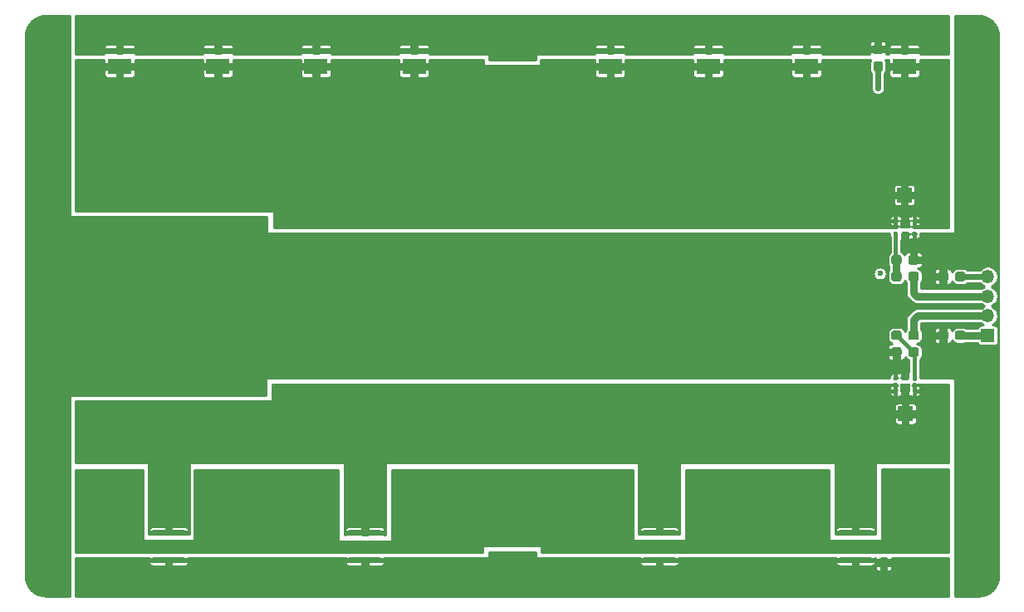
<source format=gbr>
G04 #@! TF.GenerationSoftware,KiCad,Pcbnew,5.1.5*
G04 #@! TF.CreationDate,2020-01-04T17:24:04+01:00*
G04 #@! TF.ProjectId,ledside_rev18A,6c656473-6964-4655-9f72-65763138412e,rev?*
G04 #@! TF.SameCoordinates,Original*
G04 #@! TF.FileFunction,Copper,L1,Top*
G04 #@! TF.FilePolarity,Positive*
%FSLAX46Y46*%
G04 Gerber Fmt 4.6, Leading zero omitted, Abs format (unit mm)*
G04 Created by KiCad (PCBNEW 5.1.5) date 2020-01-04 17:24:04*
%MOMM*%
%LPD*%
G04 APERTURE LIST*
%ADD10R,3.300000X1.300000*%
%ADD11R,3.300000X0.500000*%
%ADD12C,0.100000*%
%ADD13R,1.500000X1.500000*%
%ADD14R,0.800000X0.480000*%
%ADD15R,0.425000X0.400000*%
%ADD16R,1.100000X0.950000*%
%ADD17R,2.400000X0.600000*%
%ADD18R,2.400000X1.600000*%
%ADD19O,1.350000X1.350000*%
%ADD20R,1.350000X1.350000*%
%ADD21C,4.400000*%
%ADD22C,0.700000*%
%ADD23C,0.600000*%
%ADD24C,0.200000*%
%ADD25C,0.800000*%
%ADD26C,0.400000*%
%ADD27C,0.600000*%
%ADD28C,0.254000*%
G04 APERTURE END LIST*
D10*
X35000000Y-74500000D03*
D11*
X35000000Y-73100000D03*
X35000000Y-75900000D03*
D10*
X55000000Y-74500000D03*
D11*
X55000000Y-73100000D03*
X55000000Y-75900000D03*
D10*
X85000000Y-74500000D03*
D11*
X85000000Y-73100000D03*
X85000000Y-75900000D03*
D10*
X105000000Y-74500000D03*
D11*
X105000000Y-73100000D03*
X105000000Y-75900000D03*
G04 #@! TA.AperFunction,SMDPad,CuDef*
D12*
G36*
X114235779Y-46526144D02*
G01*
X114258834Y-46529563D01*
X114281443Y-46535227D01*
X114303387Y-46543079D01*
X114324457Y-46553044D01*
X114344448Y-46565026D01*
X114363168Y-46578910D01*
X114380438Y-46594562D01*
X114396090Y-46611832D01*
X114409974Y-46630552D01*
X114421956Y-46650543D01*
X114431921Y-46671613D01*
X114439773Y-46693557D01*
X114445437Y-46716166D01*
X114448856Y-46739221D01*
X114450000Y-46762500D01*
X114450000Y-47237500D01*
X114448856Y-47260779D01*
X114445437Y-47283834D01*
X114439773Y-47306443D01*
X114431921Y-47328387D01*
X114421956Y-47349457D01*
X114409974Y-47369448D01*
X114396090Y-47388168D01*
X114380438Y-47405438D01*
X114363168Y-47421090D01*
X114344448Y-47434974D01*
X114324457Y-47446956D01*
X114303387Y-47456921D01*
X114281443Y-47464773D01*
X114258834Y-47470437D01*
X114235779Y-47473856D01*
X114212500Y-47475000D01*
X113637500Y-47475000D01*
X113614221Y-47473856D01*
X113591166Y-47470437D01*
X113568557Y-47464773D01*
X113546613Y-47456921D01*
X113525543Y-47446956D01*
X113505552Y-47434974D01*
X113486832Y-47421090D01*
X113469562Y-47405438D01*
X113453910Y-47388168D01*
X113440026Y-47369448D01*
X113428044Y-47349457D01*
X113418079Y-47328387D01*
X113410227Y-47306443D01*
X113404563Y-47283834D01*
X113401144Y-47260779D01*
X113400000Y-47237500D01*
X113400000Y-46762500D01*
X113401144Y-46739221D01*
X113404563Y-46716166D01*
X113410227Y-46693557D01*
X113418079Y-46671613D01*
X113428044Y-46650543D01*
X113440026Y-46630552D01*
X113453910Y-46611832D01*
X113469562Y-46594562D01*
X113486832Y-46578910D01*
X113505552Y-46565026D01*
X113525543Y-46553044D01*
X113546613Y-46543079D01*
X113568557Y-46535227D01*
X113591166Y-46529563D01*
X113614221Y-46526144D01*
X113637500Y-46525000D01*
X114212500Y-46525000D01*
X114235779Y-46526144D01*
G37*
G04 #@! TD.AperFunction*
G04 #@! TA.AperFunction,SMDPad,CuDef*
G36*
X115985779Y-46526144D02*
G01*
X116008834Y-46529563D01*
X116031443Y-46535227D01*
X116053387Y-46543079D01*
X116074457Y-46553044D01*
X116094448Y-46565026D01*
X116113168Y-46578910D01*
X116130438Y-46594562D01*
X116146090Y-46611832D01*
X116159974Y-46630552D01*
X116171956Y-46650543D01*
X116181921Y-46671613D01*
X116189773Y-46693557D01*
X116195437Y-46716166D01*
X116198856Y-46739221D01*
X116200000Y-46762500D01*
X116200000Y-47237500D01*
X116198856Y-47260779D01*
X116195437Y-47283834D01*
X116189773Y-47306443D01*
X116181921Y-47328387D01*
X116171956Y-47349457D01*
X116159974Y-47369448D01*
X116146090Y-47388168D01*
X116130438Y-47405438D01*
X116113168Y-47421090D01*
X116094448Y-47434974D01*
X116074457Y-47446956D01*
X116053387Y-47456921D01*
X116031443Y-47464773D01*
X116008834Y-47470437D01*
X115985779Y-47473856D01*
X115962500Y-47475000D01*
X115387500Y-47475000D01*
X115364221Y-47473856D01*
X115341166Y-47470437D01*
X115318557Y-47464773D01*
X115296613Y-47456921D01*
X115275543Y-47446956D01*
X115255552Y-47434974D01*
X115236832Y-47421090D01*
X115219562Y-47405438D01*
X115203910Y-47388168D01*
X115190026Y-47369448D01*
X115178044Y-47349457D01*
X115168079Y-47328387D01*
X115160227Y-47306443D01*
X115154563Y-47283834D01*
X115151144Y-47260779D01*
X115150000Y-47237500D01*
X115150000Y-46762500D01*
X115151144Y-46739221D01*
X115154563Y-46716166D01*
X115160227Y-46693557D01*
X115168079Y-46671613D01*
X115178044Y-46650543D01*
X115190026Y-46630552D01*
X115203910Y-46611832D01*
X115219562Y-46594562D01*
X115236832Y-46578910D01*
X115255552Y-46565026D01*
X115275543Y-46553044D01*
X115296613Y-46543079D01*
X115318557Y-46535227D01*
X115341166Y-46529563D01*
X115364221Y-46526144D01*
X115387500Y-46525000D01*
X115962500Y-46525000D01*
X115985779Y-46526144D01*
G37*
G04 #@! TD.AperFunction*
G04 #@! TA.AperFunction,SMDPad,CuDef*
G36*
X107560779Y-25051144D02*
G01*
X107583834Y-25054563D01*
X107606443Y-25060227D01*
X107628387Y-25068079D01*
X107649457Y-25078044D01*
X107669448Y-25090026D01*
X107688168Y-25103910D01*
X107705438Y-25119562D01*
X107721090Y-25136832D01*
X107734974Y-25155552D01*
X107746956Y-25175543D01*
X107756921Y-25196613D01*
X107764773Y-25218557D01*
X107770437Y-25241166D01*
X107773856Y-25264221D01*
X107775000Y-25287500D01*
X107775000Y-25862500D01*
X107773856Y-25885779D01*
X107770437Y-25908834D01*
X107764773Y-25931443D01*
X107756921Y-25953387D01*
X107746956Y-25974457D01*
X107734974Y-25994448D01*
X107721090Y-26013168D01*
X107705438Y-26030438D01*
X107688168Y-26046090D01*
X107669448Y-26059974D01*
X107649457Y-26071956D01*
X107628387Y-26081921D01*
X107606443Y-26089773D01*
X107583834Y-26095437D01*
X107560779Y-26098856D01*
X107537500Y-26100000D01*
X107062500Y-26100000D01*
X107039221Y-26098856D01*
X107016166Y-26095437D01*
X106993557Y-26089773D01*
X106971613Y-26081921D01*
X106950543Y-26071956D01*
X106930552Y-26059974D01*
X106911832Y-26046090D01*
X106894562Y-26030438D01*
X106878910Y-26013168D01*
X106865026Y-25994448D01*
X106853044Y-25974457D01*
X106843079Y-25953387D01*
X106835227Y-25931443D01*
X106829563Y-25908834D01*
X106826144Y-25885779D01*
X106825000Y-25862500D01*
X106825000Y-25287500D01*
X106826144Y-25264221D01*
X106829563Y-25241166D01*
X106835227Y-25218557D01*
X106843079Y-25196613D01*
X106853044Y-25175543D01*
X106865026Y-25155552D01*
X106878910Y-25136832D01*
X106894562Y-25119562D01*
X106911832Y-25103910D01*
X106930552Y-25090026D01*
X106950543Y-25078044D01*
X106971613Y-25068079D01*
X106993557Y-25060227D01*
X107016166Y-25054563D01*
X107039221Y-25051144D01*
X107062500Y-25050000D01*
X107537500Y-25050000D01*
X107560779Y-25051144D01*
G37*
G04 #@! TD.AperFunction*
G04 #@! TA.AperFunction,SMDPad,CuDef*
G36*
X107560779Y-23301144D02*
G01*
X107583834Y-23304563D01*
X107606443Y-23310227D01*
X107628387Y-23318079D01*
X107649457Y-23328044D01*
X107669448Y-23340026D01*
X107688168Y-23353910D01*
X107705438Y-23369562D01*
X107721090Y-23386832D01*
X107734974Y-23405552D01*
X107746956Y-23425543D01*
X107756921Y-23446613D01*
X107764773Y-23468557D01*
X107770437Y-23491166D01*
X107773856Y-23514221D01*
X107775000Y-23537500D01*
X107775000Y-24112500D01*
X107773856Y-24135779D01*
X107770437Y-24158834D01*
X107764773Y-24181443D01*
X107756921Y-24203387D01*
X107746956Y-24224457D01*
X107734974Y-24244448D01*
X107721090Y-24263168D01*
X107705438Y-24280438D01*
X107688168Y-24296090D01*
X107669448Y-24309974D01*
X107649457Y-24321956D01*
X107628387Y-24331921D01*
X107606443Y-24339773D01*
X107583834Y-24345437D01*
X107560779Y-24348856D01*
X107537500Y-24350000D01*
X107062500Y-24350000D01*
X107039221Y-24348856D01*
X107016166Y-24345437D01*
X106993557Y-24339773D01*
X106971613Y-24331921D01*
X106950543Y-24321956D01*
X106930552Y-24309974D01*
X106911832Y-24296090D01*
X106894562Y-24280438D01*
X106878910Y-24263168D01*
X106865026Y-24244448D01*
X106853044Y-24224457D01*
X106843079Y-24203387D01*
X106835227Y-24181443D01*
X106829563Y-24158834D01*
X106826144Y-24135779D01*
X106825000Y-24112500D01*
X106825000Y-23537500D01*
X106826144Y-23514221D01*
X106829563Y-23491166D01*
X106835227Y-23468557D01*
X106843079Y-23446613D01*
X106853044Y-23425543D01*
X106865026Y-23405552D01*
X106878910Y-23386832D01*
X106894562Y-23369562D01*
X106911832Y-23353910D01*
X106930552Y-23340026D01*
X106950543Y-23328044D01*
X106971613Y-23318079D01*
X106993557Y-23310227D01*
X107016166Y-23304563D01*
X107039221Y-23301144D01*
X107062500Y-23300000D01*
X107537500Y-23300000D01*
X107560779Y-23301144D01*
G37*
G04 #@! TD.AperFunction*
G04 #@! TA.AperFunction,SMDPad,CuDef*
G36*
X111235779Y-54226144D02*
G01*
X111258834Y-54229563D01*
X111281443Y-54235227D01*
X111303387Y-54243079D01*
X111324457Y-54253044D01*
X111344448Y-54265026D01*
X111363168Y-54278910D01*
X111380438Y-54294562D01*
X111396090Y-54311832D01*
X111409974Y-54330552D01*
X111421956Y-54350543D01*
X111431921Y-54371613D01*
X111439773Y-54393557D01*
X111445437Y-54416166D01*
X111448856Y-54439221D01*
X111450000Y-54462500D01*
X111450000Y-54937500D01*
X111448856Y-54960779D01*
X111445437Y-54983834D01*
X111439773Y-55006443D01*
X111431921Y-55028387D01*
X111421956Y-55049457D01*
X111409974Y-55069448D01*
X111396090Y-55088168D01*
X111380438Y-55105438D01*
X111363168Y-55121090D01*
X111344448Y-55134974D01*
X111324457Y-55146956D01*
X111303387Y-55156921D01*
X111281443Y-55164773D01*
X111258834Y-55170437D01*
X111235779Y-55173856D01*
X111212500Y-55175000D01*
X110637500Y-55175000D01*
X110614221Y-55173856D01*
X110591166Y-55170437D01*
X110568557Y-55164773D01*
X110546613Y-55156921D01*
X110525543Y-55146956D01*
X110505552Y-55134974D01*
X110486832Y-55121090D01*
X110469562Y-55105438D01*
X110453910Y-55088168D01*
X110440026Y-55069448D01*
X110428044Y-55049457D01*
X110418079Y-55028387D01*
X110410227Y-55006443D01*
X110404563Y-54983834D01*
X110401144Y-54960779D01*
X110400000Y-54937500D01*
X110400000Y-54462500D01*
X110401144Y-54439221D01*
X110404563Y-54416166D01*
X110410227Y-54393557D01*
X110418079Y-54371613D01*
X110428044Y-54350543D01*
X110440026Y-54330552D01*
X110453910Y-54311832D01*
X110469562Y-54294562D01*
X110486832Y-54278910D01*
X110505552Y-54265026D01*
X110525543Y-54253044D01*
X110546613Y-54243079D01*
X110568557Y-54235227D01*
X110591166Y-54229563D01*
X110614221Y-54226144D01*
X110637500Y-54225000D01*
X111212500Y-54225000D01*
X111235779Y-54226144D01*
G37*
G04 #@! TD.AperFunction*
G04 #@! TA.AperFunction,SMDPad,CuDef*
G36*
X109485779Y-54226144D02*
G01*
X109508834Y-54229563D01*
X109531443Y-54235227D01*
X109553387Y-54243079D01*
X109574457Y-54253044D01*
X109594448Y-54265026D01*
X109613168Y-54278910D01*
X109630438Y-54294562D01*
X109646090Y-54311832D01*
X109659974Y-54330552D01*
X109671956Y-54350543D01*
X109681921Y-54371613D01*
X109689773Y-54393557D01*
X109695437Y-54416166D01*
X109698856Y-54439221D01*
X109700000Y-54462500D01*
X109700000Y-54937500D01*
X109698856Y-54960779D01*
X109695437Y-54983834D01*
X109689773Y-55006443D01*
X109681921Y-55028387D01*
X109671956Y-55049457D01*
X109659974Y-55069448D01*
X109646090Y-55088168D01*
X109630438Y-55105438D01*
X109613168Y-55121090D01*
X109594448Y-55134974D01*
X109574457Y-55146956D01*
X109553387Y-55156921D01*
X109531443Y-55164773D01*
X109508834Y-55170437D01*
X109485779Y-55173856D01*
X109462500Y-55175000D01*
X108887500Y-55175000D01*
X108864221Y-55173856D01*
X108841166Y-55170437D01*
X108818557Y-55164773D01*
X108796613Y-55156921D01*
X108775543Y-55146956D01*
X108755552Y-55134974D01*
X108736832Y-55121090D01*
X108719562Y-55105438D01*
X108703910Y-55088168D01*
X108690026Y-55069448D01*
X108678044Y-55049457D01*
X108668079Y-55028387D01*
X108660227Y-55006443D01*
X108654563Y-54983834D01*
X108651144Y-54960779D01*
X108650000Y-54937500D01*
X108650000Y-54462500D01*
X108651144Y-54439221D01*
X108654563Y-54416166D01*
X108660227Y-54393557D01*
X108668079Y-54371613D01*
X108678044Y-54350543D01*
X108690026Y-54330552D01*
X108703910Y-54311832D01*
X108719562Y-54294562D01*
X108736832Y-54278910D01*
X108755552Y-54265026D01*
X108775543Y-54253044D01*
X108796613Y-54243079D01*
X108818557Y-54235227D01*
X108841166Y-54229563D01*
X108864221Y-54226144D01*
X108887500Y-54225000D01*
X109462500Y-54225000D01*
X109485779Y-54226144D01*
G37*
G04 #@! TD.AperFunction*
G04 #@! TA.AperFunction,SMDPad,CuDef*
G36*
X109485779Y-44826144D02*
G01*
X109508834Y-44829563D01*
X109531443Y-44835227D01*
X109553387Y-44843079D01*
X109574457Y-44853044D01*
X109594448Y-44865026D01*
X109613168Y-44878910D01*
X109630438Y-44894562D01*
X109646090Y-44911832D01*
X109659974Y-44930552D01*
X109671956Y-44950543D01*
X109681921Y-44971613D01*
X109689773Y-44993557D01*
X109695437Y-45016166D01*
X109698856Y-45039221D01*
X109700000Y-45062500D01*
X109700000Y-45537500D01*
X109698856Y-45560779D01*
X109695437Y-45583834D01*
X109689773Y-45606443D01*
X109681921Y-45628387D01*
X109671956Y-45649457D01*
X109659974Y-45669448D01*
X109646090Y-45688168D01*
X109630438Y-45705438D01*
X109613168Y-45721090D01*
X109594448Y-45734974D01*
X109574457Y-45746956D01*
X109553387Y-45756921D01*
X109531443Y-45764773D01*
X109508834Y-45770437D01*
X109485779Y-45773856D01*
X109462500Y-45775000D01*
X108887500Y-45775000D01*
X108864221Y-45773856D01*
X108841166Y-45770437D01*
X108818557Y-45764773D01*
X108796613Y-45756921D01*
X108775543Y-45746956D01*
X108755552Y-45734974D01*
X108736832Y-45721090D01*
X108719562Y-45705438D01*
X108703910Y-45688168D01*
X108690026Y-45669448D01*
X108678044Y-45649457D01*
X108668079Y-45628387D01*
X108660227Y-45606443D01*
X108654563Y-45583834D01*
X108651144Y-45560779D01*
X108650000Y-45537500D01*
X108650000Y-45062500D01*
X108651144Y-45039221D01*
X108654563Y-45016166D01*
X108660227Y-44993557D01*
X108668079Y-44971613D01*
X108678044Y-44950543D01*
X108690026Y-44930552D01*
X108703910Y-44911832D01*
X108719562Y-44894562D01*
X108736832Y-44878910D01*
X108755552Y-44865026D01*
X108775543Y-44853044D01*
X108796613Y-44843079D01*
X108818557Y-44835227D01*
X108841166Y-44829563D01*
X108864221Y-44826144D01*
X108887500Y-44825000D01*
X109462500Y-44825000D01*
X109485779Y-44826144D01*
G37*
G04 #@! TD.AperFunction*
G04 #@! TA.AperFunction,SMDPad,CuDef*
G36*
X111235779Y-44826144D02*
G01*
X111258834Y-44829563D01*
X111281443Y-44835227D01*
X111303387Y-44843079D01*
X111324457Y-44853044D01*
X111344448Y-44865026D01*
X111363168Y-44878910D01*
X111380438Y-44894562D01*
X111396090Y-44911832D01*
X111409974Y-44930552D01*
X111421956Y-44950543D01*
X111431921Y-44971613D01*
X111439773Y-44993557D01*
X111445437Y-45016166D01*
X111448856Y-45039221D01*
X111450000Y-45062500D01*
X111450000Y-45537500D01*
X111448856Y-45560779D01*
X111445437Y-45583834D01*
X111439773Y-45606443D01*
X111431921Y-45628387D01*
X111421956Y-45649457D01*
X111409974Y-45669448D01*
X111396090Y-45688168D01*
X111380438Y-45705438D01*
X111363168Y-45721090D01*
X111344448Y-45734974D01*
X111324457Y-45746956D01*
X111303387Y-45756921D01*
X111281443Y-45764773D01*
X111258834Y-45770437D01*
X111235779Y-45773856D01*
X111212500Y-45775000D01*
X110637500Y-45775000D01*
X110614221Y-45773856D01*
X110591166Y-45770437D01*
X110568557Y-45764773D01*
X110546613Y-45756921D01*
X110525543Y-45746956D01*
X110505552Y-45734974D01*
X110486832Y-45721090D01*
X110469562Y-45705438D01*
X110453910Y-45688168D01*
X110440026Y-45669448D01*
X110428044Y-45649457D01*
X110418079Y-45628387D01*
X110410227Y-45606443D01*
X110404563Y-45583834D01*
X110401144Y-45560779D01*
X110400000Y-45537500D01*
X110400000Y-45062500D01*
X110401144Y-45039221D01*
X110404563Y-45016166D01*
X110410227Y-44993557D01*
X110418079Y-44971613D01*
X110428044Y-44950543D01*
X110440026Y-44930552D01*
X110453910Y-44911832D01*
X110469562Y-44894562D01*
X110486832Y-44878910D01*
X110505552Y-44865026D01*
X110525543Y-44853044D01*
X110546613Y-44843079D01*
X110568557Y-44835227D01*
X110591166Y-44829563D01*
X110614221Y-44826144D01*
X110637500Y-44825000D01*
X111212500Y-44825000D01*
X111235779Y-44826144D01*
G37*
G04 #@! TD.AperFunction*
D13*
X110100000Y-61000000D03*
X110000000Y-38700000D03*
G04 #@! TA.AperFunction,SMDPad,CuDef*
D12*
G36*
X109485779Y-52526144D02*
G01*
X109508834Y-52529563D01*
X109531443Y-52535227D01*
X109553387Y-52543079D01*
X109574457Y-52553044D01*
X109594448Y-52565026D01*
X109613168Y-52578910D01*
X109630438Y-52594562D01*
X109646090Y-52611832D01*
X109659974Y-52630552D01*
X109671956Y-52650543D01*
X109681921Y-52671613D01*
X109689773Y-52693557D01*
X109695437Y-52716166D01*
X109698856Y-52739221D01*
X109700000Y-52762500D01*
X109700000Y-53237500D01*
X109698856Y-53260779D01*
X109695437Y-53283834D01*
X109689773Y-53306443D01*
X109681921Y-53328387D01*
X109671956Y-53349457D01*
X109659974Y-53369448D01*
X109646090Y-53388168D01*
X109630438Y-53405438D01*
X109613168Y-53421090D01*
X109594448Y-53434974D01*
X109574457Y-53446956D01*
X109553387Y-53456921D01*
X109531443Y-53464773D01*
X109508834Y-53470437D01*
X109485779Y-53473856D01*
X109462500Y-53475000D01*
X108887500Y-53475000D01*
X108864221Y-53473856D01*
X108841166Y-53470437D01*
X108818557Y-53464773D01*
X108796613Y-53456921D01*
X108775543Y-53446956D01*
X108755552Y-53434974D01*
X108736832Y-53421090D01*
X108719562Y-53405438D01*
X108703910Y-53388168D01*
X108690026Y-53369448D01*
X108678044Y-53349457D01*
X108668079Y-53328387D01*
X108660227Y-53306443D01*
X108654563Y-53283834D01*
X108651144Y-53260779D01*
X108650000Y-53237500D01*
X108650000Y-52762500D01*
X108651144Y-52739221D01*
X108654563Y-52716166D01*
X108660227Y-52693557D01*
X108668079Y-52671613D01*
X108678044Y-52650543D01*
X108690026Y-52630552D01*
X108703910Y-52611832D01*
X108719562Y-52594562D01*
X108736832Y-52578910D01*
X108755552Y-52565026D01*
X108775543Y-52553044D01*
X108796613Y-52543079D01*
X108818557Y-52535227D01*
X108841166Y-52529563D01*
X108864221Y-52526144D01*
X108887500Y-52525000D01*
X109462500Y-52525000D01*
X109485779Y-52526144D01*
G37*
G04 #@! TD.AperFunction*
G04 #@! TA.AperFunction,SMDPad,CuDef*
G36*
X111235779Y-52526144D02*
G01*
X111258834Y-52529563D01*
X111281443Y-52535227D01*
X111303387Y-52543079D01*
X111324457Y-52553044D01*
X111344448Y-52565026D01*
X111363168Y-52578910D01*
X111380438Y-52594562D01*
X111396090Y-52611832D01*
X111409974Y-52630552D01*
X111421956Y-52650543D01*
X111431921Y-52671613D01*
X111439773Y-52693557D01*
X111445437Y-52716166D01*
X111448856Y-52739221D01*
X111450000Y-52762500D01*
X111450000Y-53237500D01*
X111448856Y-53260779D01*
X111445437Y-53283834D01*
X111439773Y-53306443D01*
X111431921Y-53328387D01*
X111421956Y-53349457D01*
X111409974Y-53369448D01*
X111396090Y-53388168D01*
X111380438Y-53405438D01*
X111363168Y-53421090D01*
X111344448Y-53434974D01*
X111324457Y-53446956D01*
X111303387Y-53456921D01*
X111281443Y-53464773D01*
X111258834Y-53470437D01*
X111235779Y-53473856D01*
X111212500Y-53475000D01*
X110637500Y-53475000D01*
X110614221Y-53473856D01*
X110591166Y-53470437D01*
X110568557Y-53464773D01*
X110546613Y-53456921D01*
X110525543Y-53446956D01*
X110505552Y-53434974D01*
X110486832Y-53421090D01*
X110469562Y-53405438D01*
X110453910Y-53388168D01*
X110440026Y-53369448D01*
X110428044Y-53349457D01*
X110418079Y-53328387D01*
X110410227Y-53306443D01*
X110404563Y-53283834D01*
X110401144Y-53260779D01*
X110400000Y-53237500D01*
X110400000Y-52762500D01*
X110401144Y-52739221D01*
X110404563Y-52716166D01*
X110410227Y-52693557D01*
X110418079Y-52671613D01*
X110428044Y-52650543D01*
X110440026Y-52630552D01*
X110453910Y-52611832D01*
X110469562Y-52594562D01*
X110486832Y-52578910D01*
X110505552Y-52565026D01*
X110525543Y-52553044D01*
X110546613Y-52543079D01*
X110568557Y-52535227D01*
X110591166Y-52529563D01*
X110614221Y-52526144D01*
X110637500Y-52525000D01*
X111212500Y-52525000D01*
X111235779Y-52526144D01*
G37*
G04 #@! TD.AperFunction*
G04 #@! TA.AperFunction,SMDPad,CuDef*
G36*
X109485779Y-46526144D02*
G01*
X109508834Y-46529563D01*
X109531443Y-46535227D01*
X109553387Y-46543079D01*
X109574457Y-46553044D01*
X109594448Y-46565026D01*
X109613168Y-46578910D01*
X109630438Y-46594562D01*
X109646090Y-46611832D01*
X109659974Y-46630552D01*
X109671956Y-46650543D01*
X109681921Y-46671613D01*
X109689773Y-46693557D01*
X109695437Y-46716166D01*
X109698856Y-46739221D01*
X109700000Y-46762500D01*
X109700000Y-47237500D01*
X109698856Y-47260779D01*
X109695437Y-47283834D01*
X109689773Y-47306443D01*
X109681921Y-47328387D01*
X109671956Y-47349457D01*
X109659974Y-47369448D01*
X109646090Y-47388168D01*
X109630438Y-47405438D01*
X109613168Y-47421090D01*
X109594448Y-47434974D01*
X109574457Y-47446956D01*
X109553387Y-47456921D01*
X109531443Y-47464773D01*
X109508834Y-47470437D01*
X109485779Y-47473856D01*
X109462500Y-47475000D01*
X108887500Y-47475000D01*
X108864221Y-47473856D01*
X108841166Y-47470437D01*
X108818557Y-47464773D01*
X108796613Y-47456921D01*
X108775543Y-47446956D01*
X108755552Y-47434974D01*
X108736832Y-47421090D01*
X108719562Y-47405438D01*
X108703910Y-47388168D01*
X108690026Y-47369448D01*
X108678044Y-47349457D01*
X108668079Y-47328387D01*
X108660227Y-47306443D01*
X108654563Y-47283834D01*
X108651144Y-47260779D01*
X108650000Y-47237500D01*
X108650000Y-46762500D01*
X108651144Y-46739221D01*
X108654563Y-46716166D01*
X108660227Y-46693557D01*
X108668079Y-46671613D01*
X108678044Y-46650543D01*
X108690026Y-46630552D01*
X108703910Y-46611832D01*
X108719562Y-46594562D01*
X108736832Y-46578910D01*
X108755552Y-46565026D01*
X108775543Y-46553044D01*
X108796613Y-46543079D01*
X108818557Y-46535227D01*
X108841166Y-46529563D01*
X108864221Y-46526144D01*
X108887500Y-46525000D01*
X109462500Y-46525000D01*
X109485779Y-46526144D01*
G37*
G04 #@! TD.AperFunction*
G04 #@! TA.AperFunction,SMDPad,CuDef*
G36*
X111235779Y-46526144D02*
G01*
X111258834Y-46529563D01*
X111281443Y-46535227D01*
X111303387Y-46543079D01*
X111324457Y-46553044D01*
X111344448Y-46565026D01*
X111363168Y-46578910D01*
X111380438Y-46594562D01*
X111396090Y-46611832D01*
X111409974Y-46630552D01*
X111421956Y-46650543D01*
X111431921Y-46671613D01*
X111439773Y-46693557D01*
X111445437Y-46716166D01*
X111448856Y-46739221D01*
X111450000Y-46762500D01*
X111450000Y-47237500D01*
X111448856Y-47260779D01*
X111445437Y-47283834D01*
X111439773Y-47306443D01*
X111431921Y-47328387D01*
X111421956Y-47349457D01*
X111409974Y-47369448D01*
X111396090Y-47388168D01*
X111380438Y-47405438D01*
X111363168Y-47421090D01*
X111344448Y-47434974D01*
X111324457Y-47446956D01*
X111303387Y-47456921D01*
X111281443Y-47464773D01*
X111258834Y-47470437D01*
X111235779Y-47473856D01*
X111212500Y-47475000D01*
X110637500Y-47475000D01*
X110614221Y-47473856D01*
X110591166Y-47470437D01*
X110568557Y-47464773D01*
X110546613Y-47456921D01*
X110525543Y-47446956D01*
X110505552Y-47434974D01*
X110486832Y-47421090D01*
X110469562Y-47405438D01*
X110453910Y-47388168D01*
X110440026Y-47369448D01*
X110428044Y-47349457D01*
X110418079Y-47328387D01*
X110410227Y-47306443D01*
X110404563Y-47283834D01*
X110401144Y-47260779D01*
X110400000Y-47237500D01*
X110400000Y-46762500D01*
X110401144Y-46739221D01*
X110404563Y-46716166D01*
X110410227Y-46693557D01*
X110418079Y-46671613D01*
X110428044Y-46650543D01*
X110440026Y-46630552D01*
X110453910Y-46611832D01*
X110469562Y-46594562D01*
X110486832Y-46578910D01*
X110505552Y-46565026D01*
X110525543Y-46553044D01*
X110546613Y-46543079D01*
X110568557Y-46535227D01*
X110591166Y-46529563D01*
X110614221Y-46526144D01*
X110637500Y-46525000D01*
X111212500Y-46525000D01*
X111235779Y-46526144D01*
G37*
G04 #@! TD.AperFunction*
G04 #@! TA.AperFunction,SMDPad,CuDef*
G36*
X108160779Y-75651144D02*
G01*
X108183834Y-75654563D01*
X108206443Y-75660227D01*
X108228387Y-75668079D01*
X108249457Y-75678044D01*
X108269448Y-75690026D01*
X108288168Y-75703910D01*
X108305438Y-75719562D01*
X108321090Y-75736832D01*
X108334974Y-75755552D01*
X108346956Y-75775543D01*
X108356921Y-75796613D01*
X108364773Y-75818557D01*
X108370437Y-75841166D01*
X108373856Y-75864221D01*
X108375000Y-75887500D01*
X108375000Y-76462500D01*
X108373856Y-76485779D01*
X108370437Y-76508834D01*
X108364773Y-76531443D01*
X108356921Y-76553387D01*
X108346956Y-76574457D01*
X108334974Y-76594448D01*
X108321090Y-76613168D01*
X108305438Y-76630438D01*
X108288168Y-76646090D01*
X108269448Y-76659974D01*
X108249457Y-76671956D01*
X108228387Y-76681921D01*
X108206443Y-76689773D01*
X108183834Y-76695437D01*
X108160779Y-76698856D01*
X108137500Y-76700000D01*
X107662500Y-76700000D01*
X107639221Y-76698856D01*
X107616166Y-76695437D01*
X107593557Y-76689773D01*
X107571613Y-76681921D01*
X107550543Y-76671956D01*
X107530552Y-76659974D01*
X107511832Y-76646090D01*
X107494562Y-76630438D01*
X107478910Y-76613168D01*
X107465026Y-76594448D01*
X107453044Y-76574457D01*
X107443079Y-76553387D01*
X107435227Y-76531443D01*
X107429563Y-76508834D01*
X107426144Y-76485779D01*
X107425000Y-76462500D01*
X107425000Y-75887500D01*
X107426144Y-75864221D01*
X107429563Y-75841166D01*
X107435227Y-75818557D01*
X107443079Y-75796613D01*
X107453044Y-75775543D01*
X107465026Y-75755552D01*
X107478910Y-75736832D01*
X107494562Y-75719562D01*
X107511832Y-75703910D01*
X107530552Y-75690026D01*
X107550543Y-75678044D01*
X107571613Y-75668079D01*
X107593557Y-75660227D01*
X107616166Y-75654563D01*
X107639221Y-75651144D01*
X107662500Y-75650000D01*
X108137500Y-75650000D01*
X108160779Y-75651144D01*
G37*
G04 #@! TD.AperFunction*
G04 #@! TA.AperFunction,SMDPad,CuDef*
G36*
X108160779Y-73901144D02*
G01*
X108183834Y-73904563D01*
X108206443Y-73910227D01*
X108228387Y-73918079D01*
X108249457Y-73928044D01*
X108269448Y-73940026D01*
X108288168Y-73953910D01*
X108305438Y-73969562D01*
X108321090Y-73986832D01*
X108334974Y-74005552D01*
X108346956Y-74025543D01*
X108356921Y-74046613D01*
X108364773Y-74068557D01*
X108370437Y-74091166D01*
X108373856Y-74114221D01*
X108375000Y-74137500D01*
X108375000Y-74712500D01*
X108373856Y-74735779D01*
X108370437Y-74758834D01*
X108364773Y-74781443D01*
X108356921Y-74803387D01*
X108346956Y-74824457D01*
X108334974Y-74844448D01*
X108321090Y-74863168D01*
X108305438Y-74880438D01*
X108288168Y-74896090D01*
X108269448Y-74909974D01*
X108249457Y-74921956D01*
X108228387Y-74931921D01*
X108206443Y-74939773D01*
X108183834Y-74945437D01*
X108160779Y-74948856D01*
X108137500Y-74950000D01*
X107662500Y-74950000D01*
X107639221Y-74948856D01*
X107616166Y-74945437D01*
X107593557Y-74939773D01*
X107571613Y-74931921D01*
X107550543Y-74921956D01*
X107530552Y-74909974D01*
X107511832Y-74896090D01*
X107494562Y-74880438D01*
X107478910Y-74863168D01*
X107465026Y-74844448D01*
X107453044Y-74824457D01*
X107443079Y-74803387D01*
X107435227Y-74781443D01*
X107429563Y-74758834D01*
X107426144Y-74735779D01*
X107425000Y-74712500D01*
X107425000Y-74137500D01*
X107426144Y-74114221D01*
X107429563Y-74091166D01*
X107435227Y-74068557D01*
X107443079Y-74046613D01*
X107453044Y-74025543D01*
X107465026Y-74005552D01*
X107478910Y-73986832D01*
X107494562Y-73969562D01*
X107511832Y-73953910D01*
X107530552Y-73940026D01*
X107550543Y-73928044D01*
X107571613Y-73918079D01*
X107593557Y-73910227D01*
X107616166Y-73904563D01*
X107639221Y-73901144D01*
X107662500Y-73900000D01*
X108137500Y-73900000D01*
X108160779Y-73901144D01*
G37*
G04 #@! TD.AperFunction*
G04 #@! TA.AperFunction,SMDPad,CuDef*
G36*
X114235779Y-52526144D02*
G01*
X114258834Y-52529563D01*
X114281443Y-52535227D01*
X114303387Y-52543079D01*
X114324457Y-52553044D01*
X114344448Y-52565026D01*
X114363168Y-52578910D01*
X114380438Y-52594562D01*
X114396090Y-52611832D01*
X114409974Y-52630552D01*
X114421956Y-52650543D01*
X114431921Y-52671613D01*
X114439773Y-52693557D01*
X114445437Y-52716166D01*
X114448856Y-52739221D01*
X114450000Y-52762500D01*
X114450000Y-53237500D01*
X114448856Y-53260779D01*
X114445437Y-53283834D01*
X114439773Y-53306443D01*
X114431921Y-53328387D01*
X114421956Y-53349457D01*
X114409974Y-53369448D01*
X114396090Y-53388168D01*
X114380438Y-53405438D01*
X114363168Y-53421090D01*
X114344448Y-53434974D01*
X114324457Y-53446956D01*
X114303387Y-53456921D01*
X114281443Y-53464773D01*
X114258834Y-53470437D01*
X114235779Y-53473856D01*
X114212500Y-53475000D01*
X113637500Y-53475000D01*
X113614221Y-53473856D01*
X113591166Y-53470437D01*
X113568557Y-53464773D01*
X113546613Y-53456921D01*
X113525543Y-53446956D01*
X113505552Y-53434974D01*
X113486832Y-53421090D01*
X113469562Y-53405438D01*
X113453910Y-53388168D01*
X113440026Y-53369448D01*
X113428044Y-53349457D01*
X113418079Y-53328387D01*
X113410227Y-53306443D01*
X113404563Y-53283834D01*
X113401144Y-53260779D01*
X113400000Y-53237500D01*
X113400000Y-52762500D01*
X113401144Y-52739221D01*
X113404563Y-52716166D01*
X113410227Y-52693557D01*
X113418079Y-52671613D01*
X113428044Y-52650543D01*
X113440026Y-52630552D01*
X113453910Y-52611832D01*
X113469562Y-52594562D01*
X113486832Y-52578910D01*
X113505552Y-52565026D01*
X113525543Y-52553044D01*
X113546613Y-52543079D01*
X113568557Y-52535227D01*
X113591166Y-52529563D01*
X113614221Y-52526144D01*
X113637500Y-52525000D01*
X114212500Y-52525000D01*
X114235779Y-52526144D01*
G37*
G04 #@! TD.AperFunction*
G04 #@! TA.AperFunction,SMDPad,CuDef*
G36*
X115985779Y-52526144D02*
G01*
X116008834Y-52529563D01*
X116031443Y-52535227D01*
X116053387Y-52543079D01*
X116074457Y-52553044D01*
X116094448Y-52565026D01*
X116113168Y-52578910D01*
X116130438Y-52594562D01*
X116146090Y-52611832D01*
X116159974Y-52630552D01*
X116171956Y-52650543D01*
X116181921Y-52671613D01*
X116189773Y-52693557D01*
X116195437Y-52716166D01*
X116198856Y-52739221D01*
X116200000Y-52762500D01*
X116200000Y-53237500D01*
X116198856Y-53260779D01*
X116195437Y-53283834D01*
X116189773Y-53306443D01*
X116181921Y-53328387D01*
X116171956Y-53349457D01*
X116159974Y-53369448D01*
X116146090Y-53388168D01*
X116130438Y-53405438D01*
X116113168Y-53421090D01*
X116094448Y-53434974D01*
X116074457Y-53446956D01*
X116053387Y-53456921D01*
X116031443Y-53464773D01*
X116008834Y-53470437D01*
X115985779Y-53473856D01*
X115962500Y-53475000D01*
X115387500Y-53475000D01*
X115364221Y-53473856D01*
X115341166Y-53470437D01*
X115318557Y-53464773D01*
X115296613Y-53456921D01*
X115275543Y-53446956D01*
X115255552Y-53434974D01*
X115236832Y-53421090D01*
X115219562Y-53405438D01*
X115203910Y-53388168D01*
X115190026Y-53369448D01*
X115178044Y-53349457D01*
X115168079Y-53328387D01*
X115160227Y-53306443D01*
X115154563Y-53283834D01*
X115151144Y-53260779D01*
X115150000Y-53237500D01*
X115150000Y-52762500D01*
X115151144Y-52739221D01*
X115154563Y-52716166D01*
X115160227Y-52693557D01*
X115168079Y-52671613D01*
X115178044Y-52650543D01*
X115190026Y-52630552D01*
X115203910Y-52611832D01*
X115219562Y-52594562D01*
X115236832Y-52578910D01*
X115255552Y-52565026D01*
X115275543Y-52553044D01*
X115296613Y-52543079D01*
X115318557Y-52535227D01*
X115341166Y-52529563D01*
X115364221Y-52526144D01*
X115387500Y-52525000D01*
X115962500Y-52525000D01*
X115985779Y-52526144D01*
G37*
G04 #@! TD.AperFunction*
D14*
X110049888Y-57348496D03*
D15*
X109099888Y-57398496D03*
X109099888Y-58048496D03*
X109099888Y-58698496D03*
X110999888Y-57398496D03*
X110999888Y-58048496D03*
X110999888Y-58698496D03*
D16*
X110049888Y-58348496D03*
X110050112Y-41651504D03*
D15*
X109100112Y-41301504D03*
X109100112Y-41951504D03*
X109100112Y-42601504D03*
X111000112Y-41301504D03*
X111000112Y-41951504D03*
X111000112Y-42601504D03*
D14*
X110050112Y-42651504D03*
D17*
X110000000Y-23950000D03*
D18*
X110000000Y-25600000D03*
D17*
X100000000Y-23950000D03*
D18*
X100000000Y-25600000D03*
D17*
X90000000Y-23950000D03*
D18*
X90000000Y-25600000D03*
D17*
X80000000Y-23950000D03*
D18*
X80000000Y-25600000D03*
D17*
X60000000Y-23950000D03*
D18*
X60000000Y-25600000D03*
D17*
X50000000Y-23950000D03*
D18*
X50000000Y-25600000D03*
D17*
X40000000Y-23950000D03*
D18*
X40000000Y-25600000D03*
D17*
X30000000Y-23950000D03*
D18*
X30000000Y-25600000D03*
D19*
X118500000Y-47000000D03*
X118500000Y-49000000D03*
X118500000Y-51000000D03*
D20*
X118500000Y-53000000D03*
D21*
X117500000Y-77500000D03*
D22*
X119150000Y-77500000D03*
X118666726Y-76333274D03*
X117500000Y-75850000D03*
X116333274Y-76333274D03*
X115850000Y-77500000D03*
X116333274Y-78666726D03*
X117500000Y-79150000D03*
X118666726Y-78666726D03*
X118666726Y-23666726D03*
X117500000Y-24150000D03*
X116333274Y-23666726D03*
X115850000Y-22500000D03*
X116333274Y-21333274D03*
X117500000Y-20850000D03*
X118666726Y-21333274D03*
X119150000Y-22500000D03*
D21*
X117500000Y-22500000D03*
X70000000Y-77500000D03*
D22*
X71650000Y-77500000D03*
X71166726Y-76333274D03*
X70000000Y-75850000D03*
X68833274Y-76333274D03*
X68350000Y-77500000D03*
X68833274Y-78666726D03*
X70000000Y-79150000D03*
X71166726Y-78666726D03*
X71166726Y-23666726D03*
X70000000Y-24150000D03*
X68833274Y-23666726D03*
X68350000Y-22500000D03*
X68833274Y-21333274D03*
X70000000Y-20850000D03*
X71166726Y-21333274D03*
X71650000Y-22500000D03*
D21*
X70000000Y-22500000D03*
X22500000Y-77500000D03*
D22*
X24150000Y-77500000D03*
X23666726Y-76333274D03*
X22500000Y-75850000D03*
X21333274Y-76333274D03*
X20850000Y-77500000D03*
X21333274Y-78666726D03*
X22500000Y-79150000D03*
X23666726Y-78666726D03*
X23666726Y-23666726D03*
X22500000Y-24150000D03*
X21333274Y-23666726D03*
X20850000Y-22500000D03*
X21333274Y-21333274D03*
X22500000Y-20850000D03*
X23666726Y-21333274D03*
X24150000Y-22500000D03*
D21*
X22500000Y-22500000D03*
D23*
X21500000Y-45000000D03*
X21500000Y-42500000D03*
X21500000Y-47500000D03*
X21500000Y-62500000D03*
X21500000Y-50000000D03*
X21500000Y-65000000D03*
X21500000Y-40000000D03*
X21500000Y-30000000D03*
X21500000Y-27500000D03*
X21500000Y-37500000D03*
X21500000Y-35000000D03*
X21500000Y-32500000D03*
X21500000Y-67500000D03*
X21500000Y-72500000D03*
X21500000Y-70000000D03*
X118500000Y-40000000D03*
X118500000Y-65000000D03*
X118500000Y-70000000D03*
X118500000Y-35000000D03*
X118500000Y-67500000D03*
X118500000Y-62500000D03*
X118500000Y-37500000D03*
X118500000Y-27500000D03*
X118500000Y-32500000D03*
X118500000Y-30000000D03*
X118500000Y-72500000D03*
X107500000Y-48450000D03*
X107500000Y-53650000D03*
X107500000Y-50150000D03*
X107500000Y-51900000D03*
X21500000Y-55000000D03*
X21500000Y-60000000D03*
X21500000Y-57500000D03*
X21500000Y-52500000D03*
X118500000Y-57500000D03*
X118500000Y-60000000D03*
X118500000Y-55000000D03*
X118500000Y-45000000D03*
X118500000Y-42500000D03*
X75000000Y-78500000D03*
X77500000Y-78500000D03*
X80000000Y-78500000D03*
X82500000Y-78500000D03*
X85000000Y-78500000D03*
X92500000Y-78500000D03*
X87500000Y-78500000D03*
X90000000Y-78500000D03*
X107500000Y-78500000D03*
X95000000Y-78500000D03*
X102500000Y-78500000D03*
X112500000Y-78500000D03*
X97500000Y-78500000D03*
X105000000Y-78500000D03*
X100000000Y-78500000D03*
X110000000Y-78500000D03*
X47500000Y-78500000D03*
X40000000Y-78500000D03*
X27500000Y-78500000D03*
X35000000Y-78500000D03*
X45000000Y-78500000D03*
X60000000Y-78500000D03*
X30000000Y-78500000D03*
X37500000Y-78500000D03*
X50000000Y-78500000D03*
X57500000Y-78500000D03*
X52500000Y-78500000D03*
X65000000Y-78500000D03*
X32500000Y-78500000D03*
X62500000Y-78500000D03*
X42500000Y-78500000D03*
X55000000Y-78500000D03*
X95000000Y-21500000D03*
X50000000Y-21500000D03*
X87500000Y-21500000D03*
X75000000Y-21500000D03*
X82500000Y-21500000D03*
X92500000Y-21500000D03*
X107500000Y-21500000D03*
X37500000Y-21500000D03*
X35000000Y-21500000D03*
X32500000Y-21500000D03*
X55000000Y-21500000D03*
X77500000Y-21500000D03*
X62500000Y-21500000D03*
X85000000Y-21500000D03*
X97500000Y-21500000D03*
X105000000Y-21500000D03*
X27500000Y-21500000D03*
X45000000Y-21500000D03*
X52500000Y-21500000D03*
X30000000Y-21500000D03*
X40000000Y-21500000D03*
X65000000Y-21500000D03*
X100000000Y-21500000D03*
X42500000Y-21500000D03*
X60000000Y-21500000D03*
X47500000Y-21500000D03*
X112500000Y-21500000D03*
X80000000Y-21500000D03*
X110000000Y-21500000D03*
X90000000Y-21500000D03*
X57500000Y-21500000D03*
X102500000Y-21500000D03*
X107500000Y-46700000D03*
X107300000Y-27799992D03*
X108100000Y-67000000D03*
D24*
X110950112Y-42651504D02*
X111000112Y-42601504D01*
X110050112Y-42651504D02*
X110950112Y-42651504D01*
D25*
X110925000Y-51425000D02*
X110925000Y-53000000D01*
X118500000Y-51000000D02*
X111350000Y-51000000D01*
X111350000Y-51000000D02*
X110925000Y-51425000D01*
X110925000Y-48675000D02*
X110925000Y-47000000D01*
X118500000Y-49000000D02*
X111250000Y-49000000D01*
X111250000Y-49000000D02*
X110925000Y-48675000D01*
D24*
X110999888Y-55024888D02*
X110975000Y-55000000D01*
D26*
X110999888Y-57398496D02*
X110999888Y-55024888D01*
X109225000Y-53000000D02*
X110925000Y-54700000D01*
D24*
X109175000Y-53000000D02*
X109225000Y-53000000D01*
D25*
X109175000Y-47000000D02*
X109175000Y-45300000D01*
D24*
X109100112Y-45225112D02*
X109175000Y-45300000D01*
D26*
X109100112Y-42601504D02*
X109100112Y-45225112D01*
D24*
X110350112Y-41951504D02*
X110050112Y-41651504D01*
X111000112Y-41951504D02*
X110350112Y-41951504D01*
X110400112Y-41301504D02*
X110050112Y-41651504D01*
X111000112Y-41301504D02*
X110400112Y-41301504D01*
X109700112Y-41301504D02*
X110050112Y-41651504D01*
X109100112Y-41301504D02*
X109700112Y-41301504D01*
X109750112Y-41951504D02*
X110050112Y-41651504D01*
X109100112Y-41951504D02*
X109750112Y-41951504D01*
D27*
X107300000Y-25375000D02*
X107300000Y-27800000D01*
X118550000Y-47000000D02*
X115675000Y-47000000D01*
D25*
X118475000Y-53000000D02*
X115900000Y-53000000D01*
D24*
X103150000Y-74500000D02*
X85000000Y-74500000D01*
X105000000Y-74500000D02*
X103150000Y-74500000D01*
X85000000Y-74500000D02*
X55000000Y-74500000D01*
X55000000Y-74500000D02*
X35000000Y-74500000D01*
X107825000Y-74500000D02*
X107900000Y-74425000D01*
X105000000Y-74500000D02*
X107825000Y-74500000D01*
D28*
G36*
X114473000Y-24273000D02*
G01*
X111582588Y-24273000D01*
X111584853Y-24250000D01*
X111583000Y-24218750D01*
X111487250Y-24123000D01*
X110273000Y-24123000D01*
X110273000Y-24243000D01*
X109727000Y-24243000D01*
X109727000Y-24123000D01*
X108512750Y-24123000D01*
X108417000Y-24218750D01*
X108415147Y-24250000D01*
X108417412Y-24273000D01*
X108158940Y-24273000D01*
X108158000Y-24193750D01*
X108062250Y-24098000D01*
X107573000Y-24098000D01*
X107573000Y-24118000D01*
X107027000Y-24118000D01*
X107027000Y-24098000D01*
X106537750Y-24098000D01*
X106442000Y-24193750D01*
X106441060Y-24273000D01*
X101582588Y-24273000D01*
X101584853Y-24250000D01*
X101583000Y-24218750D01*
X101487250Y-24123000D01*
X100273000Y-24123000D01*
X100273000Y-24243000D01*
X99727000Y-24243000D01*
X99727000Y-24123000D01*
X98512750Y-24123000D01*
X98417000Y-24218750D01*
X98415147Y-24250000D01*
X98417412Y-24273000D01*
X91582588Y-24273000D01*
X91584853Y-24250000D01*
X91583000Y-24218750D01*
X91487250Y-24123000D01*
X90273000Y-24123000D01*
X90273000Y-24243000D01*
X89727000Y-24243000D01*
X89727000Y-24123000D01*
X88512750Y-24123000D01*
X88417000Y-24218750D01*
X88415147Y-24250000D01*
X88417412Y-24273000D01*
X81582588Y-24273000D01*
X81584853Y-24250000D01*
X81583000Y-24218750D01*
X81487250Y-24123000D01*
X80273000Y-24123000D01*
X80273000Y-24243000D01*
X79727000Y-24243000D01*
X79727000Y-24123000D01*
X78512750Y-24123000D01*
X78417000Y-24218750D01*
X78415147Y-24250000D01*
X78417412Y-24273000D01*
X72500000Y-24273000D01*
X72475224Y-24275440D01*
X72451399Y-24282667D01*
X72429443Y-24294403D01*
X72410197Y-24310197D01*
X72394403Y-24329443D01*
X72382667Y-24351399D01*
X72375440Y-24375224D01*
X72373000Y-24400000D01*
X72373000Y-24873000D01*
X67627000Y-24873000D01*
X67627000Y-24400000D01*
X67624560Y-24375224D01*
X67617333Y-24351399D01*
X67605597Y-24329443D01*
X67589803Y-24310197D01*
X67570557Y-24294403D01*
X67548601Y-24282667D01*
X67524776Y-24275440D01*
X67500000Y-24273000D01*
X61582588Y-24273000D01*
X61584853Y-24250000D01*
X61583000Y-24218750D01*
X61487250Y-24123000D01*
X60273000Y-24123000D01*
X60273000Y-24243000D01*
X59727000Y-24243000D01*
X59727000Y-24123000D01*
X58512750Y-24123000D01*
X58417000Y-24218750D01*
X58415147Y-24250000D01*
X58417412Y-24273000D01*
X51582588Y-24273000D01*
X51584853Y-24250000D01*
X51583000Y-24218750D01*
X51487250Y-24123000D01*
X50273000Y-24123000D01*
X50273000Y-24243000D01*
X49727000Y-24243000D01*
X49727000Y-24123000D01*
X48512750Y-24123000D01*
X48417000Y-24218750D01*
X48415147Y-24250000D01*
X48417412Y-24273000D01*
X41582588Y-24273000D01*
X41584853Y-24250000D01*
X41583000Y-24218750D01*
X41487250Y-24123000D01*
X40273000Y-24123000D01*
X40273000Y-24243000D01*
X39727000Y-24243000D01*
X39727000Y-24123000D01*
X38512750Y-24123000D01*
X38417000Y-24218750D01*
X38415147Y-24250000D01*
X38417412Y-24273000D01*
X31582588Y-24273000D01*
X31584853Y-24250000D01*
X31583000Y-24218750D01*
X31487250Y-24123000D01*
X30273000Y-24123000D01*
X30273000Y-24243000D01*
X29727000Y-24243000D01*
X29727000Y-24123000D01*
X28512750Y-24123000D01*
X28417000Y-24218750D01*
X28415147Y-24250000D01*
X28417412Y-24273000D01*
X25527000Y-24273000D01*
X25527000Y-23650000D01*
X28415147Y-23650000D01*
X28417000Y-23681250D01*
X28512750Y-23777000D01*
X29727000Y-23777000D01*
X29727000Y-23362750D01*
X30273000Y-23362750D01*
X30273000Y-23777000D01*
X31487250Y-23777000D01*
X31583000Y-23681250D01*
X31584853Y-23650000D01*
X38415147Y-23650000D01*
X38417000Y-23681250D01*
X38512750Y-23777000D01*
X39727000Y-23777000D01*
X39727000Y-23362750D01*
X40273000Y-23362750D01*
X40273000Y-23777000D01*
X41487250Y-23777000D01*
X41583000Y-23681250D01*
X41584853Y-23650000D01*
X48415147Y-23650000D01*
X48417000Y-23681250D01*
X48512750Y-23777000D01*
X49727000Y-23777000D01*
X49727000Y-23362750D01*
X50273000Y-23362750D01*
X50273000Y-23777000D01*
X51487250Y-23777000D01*
X51583000Y-23681250D01*
X51584853Y-23650000D01*
X58415147Y-23650000D01*
X58417000Y-23681250D01*
X58512750Y-23777000D01*
X59727000Y-23777000D01*
X59727000Y-23362750D01*
X60273000Y-23362750D01*
X60273000Y-23777000D01*
X61487250Y-23777000D01*
X61583000Y-23681250D01*
X61584853Y-23650000D01*
X78415147Y-23650000D01*
X78417000Y-23681250D01*
X78512750Y-23777000D01*
X79727000Y-23777000D01*
X79727000Y-23362750D01*
X80273000Y-23362750D01*
X80273000Y-23777000D01*
X81487250Y-23777000D01*
X81583000Y-23681250D01*
X81584853Y-23650000D01*
X88415147Y-23650000D01*
X88417000Y-23681250D01*
X88512750Y-23777000D01*
X89727000Y-23777000D01*
X89727000Y-23362750D01*
X90273000Y-23362750D01*
X90273000Y-23777000D01*
X91487250Y-23777000D01*
X91583000Y-23681250D01*
X91584853Y-23650000D01*
X98415147Y-23650000D01*
X98417000Y-23681250D01*
X98512750Y-23777000D01*
X99727000Y-23777000D01*
X99727000Y-23362750D01*
X100273000Y-23362750D01*
X100273000Y-23777000D01*
X101487250Y-23777000D01*
X101583000Y-23681250D01*
X101584853Y-23650000D01*
X108415147Y-23650000D01*
X108417000Y-23681250D01*
X108512750Y-23777000D01*
X109727000Y-23777000D01*
X109727000Y-23362750D01*
X110273000Y-23362750D01*
X110273000Y-23777000D01*
X111487250Y-23777000D01*
X111583000Y-23681250D01*
X111584853Y-23650000D01*
X111577458Y-23574919D01*
X111555558Y-23502723D01*
X111519994Y-23436187D01*
X111472132Y-23377868D01*
X111413813Y-23330006D01*
X111347277Y-23294442D01*
X111275081Y-23272542D01*
X111200000Y-23265147D01*
X110368750Y-23267000D01*
X110273000Y-23362750D01*
X109727000Y-23362750D01*
X109631250Y-23267000D01*
X108800000Y-23265147D01*
X108724919Y-23272542D01*
X108652723Y-23294442D01*
X108586187Y-23330006D01*
X108527868Y-23377868D01*
X108480006Y-23436187D01*
X108444442Y-23502723D01*
X108422542Y-23574919D01*
X108415147Y-23650000D01*
X101584853Y-23650000D01*
X101577458Y-23574919D01*
X101555558Y-23502723D01*
X101519994Y-23436187D01*
X101472132Y-23377868D01*
X101413813Y-23330006D01*
X101357676Y-23300000D01*
X106440147Y-23300000D01*
X106442000Y-23456250D01*
X106537750Y-23552000D01*
X107027000Y-23552000D01*
X107027000Y-23012750D01*
X107573000Y-23012750D01*
X107573000Y-23552000D01*
X108062250Y-23552000D01*
X108158000Y-23456250D01*
X108159853Y-23300000D01*
X108152458Y-23224919D01*
X108130558Y-23152723D01*
X108094994Y-23086187D01*
X108047132Y-23027868D01*
X107988813Y-22980006D01*
X107922277Y-22944442D01*
X107850081Y-22922542D01*
X107775000Y-22915147D01*
X107668750Y-22917000D01*
X107573000Y-23012750D01*
X107027000Y-23012750D01*
X106931250Y-22917000D01*
X106825000Y-22915147D01*
X106749919Y-22922542D01*
X106677723Y-22944442D01*
X106611187Y-22980006D01*
X106552868Y-23027868D01*
X106505006Y-23086187D01*
X106469442Y-23152723D01*
X106447542Y-23224919D01*
X106440147Y-23300000D01*
X101357676Y-23300000D01*
X101347277Y-23294442D01*
X101275081Y-23272542D01*
X101200000Y-23265147D01*
X100368750Y-23267000D01*
X100273000Y-23362750D01*
X99727000Y-23362750D01*
X99631250Y-23267000D01*
X98800000Y-23265147D01*
X98724919Y-23272542D01*
X98652723Y-23294442D01*
X98586187Y-23330006D01*
X98527868Y-23377868D01*
X98480006Y-23436187D01*
X98444442Y-23502723D01*
X98422542Y-23574919D01*
X98415147Y-23650000D01*
X91584853Y-23650000D01*
X91577458Y-23574919D01*
X91555558Y-23502723D01*
X91519994Y-23436187D01*
X91472132Y-23377868D01*
X91413813Y-23330006D01*
X91347277Y-23294442D01*
X91275081Y-23272542D01*
X91200000Y-23265147D01*
X90368750Y-23267000D01*
X90273000Y-23362750D01*
X89727000Y-23362750D01*
X89631250Y-23267000D01*
X88800000Y-23265147D01*
X88724919Y-23272542D01*
X88652723Y-23294442D01*
X88586187Y-23330006D01*
X88527868Y-23377868D01*
X88480006Y-23436187D01*
X88444442Y-23502723D01*
X88422542Y-23574919D01*
X88415147Y-23650000D01*
X81584853Y-23650000D01*
X81577458Y-23574919D01*
X81555558Y-23502723D01*
X81519994Y-23436187D01*
X81472132Y-23377868D01*
X81413813Y-23330006D01*
X81347277Y-23294442D01*
X81275081Y-23272542D01*
X81200000Y-23265147D01*
X80368750Y-23267000D01*
X80273000Y-23362750D01*
X79727000Y-23362750D01*
X79631250Y-23267000D01*
X78800000Y-23265147D01*
X78724919Y-23272542D01*
X78652723Y-23294442D01*
X78586187Y-23330006D01*
X78527868Y-23377868D01*
X78480006Y-23436187D01*
X78444442Y-23502723D01*
X78422542Y-23574919D01*
X78415147Y-23650000D01*
X61584853Y-23650000D01*
X61577458Y-23574919D01*
X61555558Y-23502723D01*
X61519994Y-23436187D01*
X61472132Y-23377868D01*
X61413813Y-23330006D01*
X61347277Y-23294442D01*
X61275081Y-23272542D01*
X61200000Y-23265147D01*
X60368750Y-23267000D01*
X60273000Y-23362750D01*
X59727000Y-23362750D01*
X59631250Y-23267000D01*
X58800000Y-23265147D01*
X58724919Y-23272542D01*
X58652723Y-23294442D01*
X58586187Y-23330006D01*
X58527868Y-23377868D01*
X58480006Y-23436187D01*
X58444442Y-23502723D01*
X58422542Y-23574919D01*
X58415147Y-23650000D01*
X51584853Y-23650000D01*
X51577458Y-23574919D01*
X51555558Y-23502723D01*
X51519994Y-23436187D01*
X51472132Y-23377868D01*
X51413813Y-23330006D01*
X51347277Y-23294442D01*
X51275081Y-23272542D01*
X51200000Y-23265147D01*
X50368750Y-23267000D01*
X50273000Y-23362750D01*
X49727000Y-23362750D01*
X49631250Y-23267000D01*
X48800000Y-23265147D01*
X48724919Y-23272542D01*
X48652723Y-23294442D01*
X48586187Y-23330006D01*
X48527868Y-23377868D01*
X48480006Y-23436187D01*
X48444442Y-23502723D01*
X48422542Y-23574919D01*
X48415147Y-23650000D01*
X41584853Y-23650000D01*
X41577458Y-23574919D01*
X41555558Y-23502723D01*
X41519994Y-23436187D01*
X41472132Y-23377868D01*
X41413813Y-23330006D01*
X41347277Y-23294442D01*
X41275081Y-23272542D01*
X41200000Y-23265147D01*
X40368750Y-23267000D01*
X40273000Y-23362750D01*
X39727000Y-23362750D01*
X39631250Y-23267000D01*
X38800000Y-23265147D01*
X38724919Y-23272542D01*
X38652723Y-23294442D01*
X38586187Y-23330006D01*
X38527868Y-23377868D01*
X38480006Y-23436187D01*
X38444442Y-23502723D01*
X38422542Y-23574919D01*
X38415147Y-23650000D01*
X31584853Y-23650000D01*
X31577458Y-23574919D01*
X31555558Y-23502723D01*
X31519994Y-23436187D01*
X31472132Y-23377868D01*
X31413813Y-23330006D01*
X31347277Y-23294442D01*
X31275081Y-23272542D01*
X31200000Y-23265147D01*
X30368750Y-23267000D01*
X30273000Y-23362750D01*
X29727000Y-23362750D01*
X29631250Y-23267000D01*
X28800000Y-23265147D01*
X28724919Y-23272542D01*
X28652723Y-23294442D01*
X28586187Y-23330006D01*
X28527868Y-23377868D01*
X28480006Y-23436187D01*
X28444442Y-23502723D01*
X28422542Y-23574919D01*
X28415147Y-23650000D01*
X25527000Y-23650000D01*
X25527000Y-20406000D01*
X114473000Y-20406000D01*
X114473000Y-24273000D01*
G37*
X114473000Y-24273000D02*
X111582588Y-24273000D01*
X111584853Y-24250000D01*
X111583000Y-24218750D01*
X111487250Y-24123000D01*
X110273000Y-24123000D01*
X110273000Y-24243000D01*
X109727000Y-24243000D01*
X109727000Y-24123000D01*
X108512750Y-24123000D01*
X108417000Y-24218750D01*
X108415147Y-24250000D01*
X108417412Y-24273000D01*
X108158940Y-24273000D01*
X108158000Y-24193750D01*
X108062250Y-24098000D01*
X107573000Y-24098000D01*
X107573000Y-24118000D01*
X107027000Y-24118000D01*
X107027000Y-24098000D01*
X106537750Y-24098000D01*
X106442000Y-24193750D01*
X106441060Y-24273000D01*
X101582588Y-24273000D01*
X101584853Y-24250000D01*
X101583000Y-24218750D01*
X101487250Y-24123000D01*
X100273000Y-24123000D01*
X100273000Y-24243000D01*
X99727000Y-24243000D01*
X99727000Y-24123000D01*
X98512750Y-24123000D01*
X98417000Y-24218750D01*
X98415147Y-24250000D01*
X98417412Y-24273000D01*
X91582588Y-24273000D01*
X91584853Y-24250000D01*
X91583000Y-24218750D01*
X91487250Y-24123000D01*
X90273000Y-24123000D01*
X90273000Y-24243000D01*
X89727000Y-24243000D01*
X89727000Y-24123000D01*
X88512750Y-24123000D01*
X88417000Y-24218750D01*
X88415147Y-24250000D01*
X88417412Y-24273000D01*
X81582588Y-24273000D01*
X81584853Y-24250000D01*
X81583000Y-24218750D01*
X81487250Y-24123000D01*
X80273000Y-24123000D01*
X80273000Y-24243000D01*
X79727000Y-24243000D01*
X79727000Y-24123000D01*
X78512750Y-24123000D01*
X78417000Y-24218750D01*
X78415147Y-24250000D01*
X78417412Y-24273000D01*
X72500000Y-24273000D01*
X72475224Y-24275440D01*
X72451399Y-24282667D01*
X72429443Y-24294403D01*
X72410197Y-24310197D01*
X72394403Y-24329443D01*
X72382667Y-24351399D01*
X72375440Y-24375224D01*
X72373000Y-24400000D01*
X72373000Y-24873000D01*
X67627000Y-24873000D01*
X67627000Y-24400000D01*
X67624560Y-24375224D01*
X67617333Y-24351399D01*
X67605597Y-24329443D01*
X67589803Y-24310197D01*
X67570557Y-24294403D01*
X67548601Y-24282667D01*
X67524776Y-24275440D01*
X67500000Y-24273000D01*
X61582588Y-24273000D01*
X61584853Y-24250000D01*
X61583000Y-24218750D01*
X61487250Y-24123000D01*
X60273000Y-24123000D01*
X60273000Y-24243000D01*
X59727000Y-24243000D01*
X59727000Y-24123000D01*
X58512750Y-24123000D01*
X58417000Y-24218750D01*
X58415147Y-24250000D01*
X58417412Y-24273000D01*
X51582588Y-24273000D01*
X51584853Y-24250000D01*
X51583000Y-24218750D01*
X51487250Y-24123000D01*
X50273000Y-24123000D01*
X50273000Y-24243000D01*
X49727000Y-24243000D01*
X49727000Y-24123000D01*
X48512750Y-24123000D01*
X48417000Y-24218750D01*
X48415147Y-24250000D01*
X48417412Y-24273000D01*
X41582588Y-24273000D01*
X41584853Y-24250000D01*
X41583000Y-24218750D01*
X41487250Y-24123000D01*
X40273000Y-24123000D01*
X40273000Y-24243000D01*
X39727000Y-24243000D01*
X39727000Y-24123000D01*
X38512750Y-24123000D01*
X38417000Y-24218750D01*
X38415147Y-24250000D01*
X38417412Y-24273000D01*
X31582588Y-24273000D01*
X31584853Y-24250000D01*
X31583000Y-24218750D01*
X31487250Y-24123000D01*
X30273000Y-24123000D01*
X30273000Y-24243000D01*
X29727000Y-24243000D01*
X29727000Y-24123000D01*
X28512750Y-24123000D01*
X28417000Y-24218750D01*
X28415147Y-24250000D01*
X28417412Y-24273000D01*
X25527000Y-24273000D01*
X25527000Y-23650000D01*
X28415147Y-23650000D01*
X28417000Y-23681250D01*
X28512750Y-23777000D01*
X29727000Y-23777000D01*
X29727000Y-23362750D01*
X30273000Y-23362750D01*
X30273000Y-23777000D01*
X31487250Y-23777000D01*
X31583000Y-23681250D01*
X31584853Y-23650000D01*
X38415147Y-23650000D01*
X38417000Y-23681250D01*
X38512750Y-23777000D01*
X39727000Y-23777000D01*
X39727000Y-23362750D01*
X40273000Y-23362750D01*
X40273000Y-23777000D01*
X41487250Y-23777000D01*
X41583000Y-23681250D01*
X41584853Y-23650000D01*
X48415147Y-23650000D01*
X48417000Y-23681250D01*
X48512750Y-23777000D01*
X49727000Y-23777000D01*
X49727000Y-23362750D01*
X50273000Y-23362750D01*
X50273000Y-23777000D01*
X51487250Y-23777000D01*
X51583000Y-23681250D01*
X51584853Y-23650000D01*
X58415147Y-23650000D01*
X58417000Y-23681250D01*
X58512750Y-23777000D01*
X59727000Y-23777000D01*
X59727000Y-23362750D01*
X60273000Y-23362750D01*
X60273000Y-23777000D01*
X61487250Y-23777000D01*
X61583000Y-23681250D01*
X61584853Y-23650000D01*
X78415147Y-23650000D01*
X78417000Y-23681250D01*
X78512750Y-23777000D01*
X79727000Y-23777000D01*
X79727000Y-23362750D01*
X80273000Y-23362750D01*
X80273000Y-23777000D01*
X81487250Y-23777000D01*
X81583000Y-23681250D01*
X81584853Y-23650000D01*
X88415147Y-23650000D01*
X88417000Y-23681250D01*
X88512750Y-23777000D01*
X89727000Y-23777000D01*
X89727000Y-23362750D01*
X90273000Y-23362750D01*
X90273000Y-23777000D01*
X91487250Y-23777000D01*
X91583000Y-23681250D01*
X91584853Y-23650000D01*
X98415147Y-23650000D01*
X98417000Y-23681250D01*
X98512750Y-23777000D01*
X99727000Y-23777000D01*
X99727000Y-23362750D01*
X100273000Y-23362750D01*
X100273000Y-23777000D01*
X101487250Y-23777000D01*
X101583000Y-23681250D01*
X101584853Y-23650000D01*
X108415147Y-23650000D01*
X108417000Y-23681250D01*
X108512750Y-23777000D01*
X109727000Y-23777000D01*
X109727000Y-23362750D01*
X110273000Y-23362750D01*
X110273000Y-23777000D01*
X111487250Y-23777000D01*
X111583000Y-23681250D01*
X111584853Y-23650000D01*
X111577458Y-23574919D01*
X111555558Y-23502723D01*
X111519994Y-23436187D01*
X111472132Y-23377868D01*
X111413813Y-23330006D01*
X111347277Y-23294442D01*
X111275081Y-23272542D01*
X111200000Y-23265147D01*
X110368750Y-23267000D01*
X110273000Y-23362750D01*
X109727000Y-23362750D01*
X109631250Y-23267000D01*
X108800000Y-23265147D01*
X108724919Y-23272542D01*
X108652723Y-23294442D01*
X108586187Y-23330006D01*
X108527868Y-23377868D01*
X108480006Y-23436187D01*
X108444442Y-23502723D01*
X108422542Y-23574919D01*
X108415147Y-23650000D01*
X101584853Y-23650000D01*
X101577458Y-23574919D01*
X101555558Y-23502723D01*
X101519994Y-23436187D01*
X101472132Y-23377868D01*
X101413813Y-23330006D01*
X101357676Y-23300000D01*
X106440147Y-23300000D01*
X106442000Y-23456250D01*
X106537750Y-23552000D01*
X107027000Y-23552000D01*
X107027000Y-23012750D01*
X107573000Y-23012750D01*
X107573000Y-23552000D01*
X108062250Y-23552000D01*
X108158000Y-23456250D01*
X108159853Y-23300000D01*
X108152458Y-23224919D01*
X108130558Y-23152723D01*
X108094994Y-23086187D01*
X108047132Y-23027868D01*
X107988813Y-22980006D01*
X107922277Y-22944442D01*
X107850081Y-22922542D01*
X107775000Y-22915147D01*
X107668750Y-22917000D01*
X107573000Y-23012750D01*
X107027000Y-23012750D01*
X106931250Y-22917000D01*
X106825000Y-22915147D01*
X106749919Y-22922542D01*
X106677723Y-22944442D01*
X106611187Y-22980006D01*
X106552868Y-23027868D01*
X106505006Y-23086187D01*
X106469442Y-23152723D01*
X106447542Y-23224919D01*
X106440147Y-23300000D01*
X101357676Y-23300000D01*
X101347277Y-23294442D01*
X101275081Y-23272542D01*
X101200000Y-23265147D01*
X100368750Y-23267000D01*
X100273000Y-23362750D01*
X99727000Y-23362750D01*
X99631250Y-23267000D01*
X98800000Y-23265147D01*
X98724919Y-23272542D01*
X98652723Y-23294442D01*
X98586187Y-23330006D01*
X98527868Y-23377868D01*
X98480006Y-23436187D01*
X98444442Y-23502723D01*
X98422542Y-23574919D01*
X98415147Y-23650000D01*
X91584853Y-23650000D01*
X91577458Y-23574919D01*
X91555558Y-23502723D01*
X91519994Y-23436187D01*
X91472132Y-23377868D01*
X91413813Y-23330006D01*
X91347277Y-23294442D01*
X91275081Y-23272542D01*
X91200000Y-23265147D01*
X90368750Y-23267000D01*
X90273000Y-23362750D01*
X89727000Y-23362750D01*
X89631250Y-23267000D01*
X88800000Y-23265147D01*
X88724919Y-23272542D01*
X88652723Y-23294442D01*
X88586187Y-23330006D01*
X88527868Y-23377868D01*
X88480006Y-23436187D01*
X88444442Y-23502723D01*
X88422542Y-23574919D01*
X88415147Y-23650000D01*
X81584853Y-23650000D01*
X81577458Y-23574919D01*
X81555558Y-23502723D01*
X81519994Y-23436187D01*
X81472132Y-23377868D01*
X81413813Y-23330006D01*
X81347277Y-23294442D01*
X81275081Y-23272542D01*
X81200000Y-23265147D01*
X80368750Y-23267000D01*
X80273000Y-23362750D01*
X79727000Y-23362750D01*
X79631250Y-23267000D01*
X78800000Y-23265147D01*
X78724919Y-23272542D01*
X78652723Y-23294442D01*
X78586187Y-23330006D01*
X78527868Y-23377868D01*
X78480006Y-23436187D01*
X78444442Y-23502723D01*
X78422542Y-23574919D01*
X78415147Y-23650000D01*
X61584853Y-23650000D01*
X61577458Y-23574919D01*
X61555558Y-23502723D01*
X61519994Y-23436187D01*
X61472132Y-23377868D01*
X61413813Y-23330006D01*
X61347277Y-23294442D01*
X61275081Y-23272542D01*
X61200000Y-23265147D01*
X60368750Y-23267000D01*
X60273000Y-23362750D01*
X59727000Y-23362750D01*
X59631250Y-23267000D01*
X58800000Y-23265147D01*
X58724919Y-23272542D01*
X58652723Y-23294442D01*
X58586187Y-23330006D01*
X58527868Y-23377868D01*
X58480006Y-23436187D01*
X58444442Y-23502723D01*
X58422542Y-23574919D01*
X58415147Y-23650000D01*
X51584853Y-23650000D01*
X51577458Y-23574919D01*
X51555558Y-23502723D01*
X51519994Y-23436187D01*
X51472132Y-23377868D01*
X51413813Y-23330006D01*
X51347277Y-23294442D01*
X51275081Y-23272542D01*
X51200000Y-23265147D01*
X50368750Y-23267000D01*
X50273000Y-23362750D01*
X49727000Y-23362750D01*
X49631250Y-23267000D01*
X48800000Y-23265147D01*
X48724919Y-23272542D01*
X48652723Y-23294442D01*
X48586187Y-23330006D01*
X48527868Y-23377868D01*
X48480006Y-23436187D01*
X48444442Y-23502723D01*
X48422542Y-23574919D01*
X48415147Y-23650000D01*
X41584853Y-23650000D01*
X41577458Y-23574919D01*
X41555558Y-23502723D01*
X41519994Y-23436187D01*
X41472132Y-23377868D01*
X41413813Y-23330006D01*
X41347277Y-23294442D01*
X41275081Y-23272542D01*
X41200000Y-23265147D01*
X40368750Y-23267000D01*
X40273000Y-23362750D01*
X39727000Y-23362750D01*
X39631250Y-23267000D01*
X38800000Y-23265147D01*
X38724919Y-23272542D01*
X38652723Y-23294442D01*
X38586187Y-23330006D01*
X38527868Y-23377868D01*
X38480006Y-23436187D01*
X38444442Y-23502723D01*
X38422542Y-23574919D01*
X38415147Y-23650000D01*
X31584853Y-23650000D01*
X31577458Y-23574919D01*
X31555558Y-23502723D01*
X31519994Y-23436187D01*
X31472132Y-23377868D01*
X31413813Y-23330006D01*
X31347277Y-23294442D01*
X31275081Y-23272542D01*
X31200000Y-23265147D01*
X30368750Y-23267000D01*
X30273000Y-23362750D01*
X29727000Y-23362750D01*
X29631250Y-23267000D01*
X28800000Y-23265147D01*
X28724919Y-23272542D01*
X28652723Y-23294442D01*
X28586187Y-23330006D01*
X28527868Y-23377868D01*
X28480006Y-23436187D01*
X28444442Y-23502723D01*
X28422542Y-23574919D01*
X28415147Y-23650000D01*
X25527000Y-23650000D01*
X25527000Y-20406000D01*
X114473000Y-20406000D01*
X114473000Y-24273000D01*
G36*
X72373000Y-75600000D02*
G01*
X72375440Y-75624776D01*
X72382667Y-75648601D01*
X72394403Y-75670557D01*
X72410197Y-75689803D01*
X72429443Y-75705597D01*
X72451399Y-75717333D01*
X72475224Y-75724560D01*
X72500000Y-75727000D01*
X83012750Y-75727000D01*
X83062750Y-75777000D01*
X84727000Y-75777000D01*
X84727000Y-75727000D01*
X85273000Y-75727000D01*
X85273000Y-75777000D01*
X86937250Y-75777000D01*
X86987250Y-75727000D01*
X103012750Y-75727000D01*
X103062750Y-75777000D01*
X104727000Y-75777000D01*
X104727000Y-75727000D01*
X105273000Y-75727000D01*
X105273000Y-75777000D01*
X106937250Y-75777000D01*
X106987250Y-75727000D01*
X107041060Y-75727000D01*
X107042000Y-75806250D01*
X107137750Y-75902000D01*
X107627000Y-75902000D01*
X107627000Y-75882000D01*
X108173000Y-75882000D01*
X108173000Y-75902000D01*
X108662250Y-75902000D01*
X108758000Y-75806250D01*
X108758940Y-75727000D01*
X114473000Y-75727000D01*
X114473000Y-79594000D01*
X25527000Y-79594000D01*
X25527000Y-76700000D01*
X107040147Y-76700000D01*
X107047542Y-76775081D01*
X107069442Y-76847277D01*
X107105006Y-76913813D01*
X107152868Y-76972132D01*
X107211187Y-77019994D01*
X107277723Y-77055558D01*
X107349919Y-77077458D01*
X107425000Y-77084853D01*
X107531250Y-77083000D01*
X107627000Y-76987250D01*
X107627000Y-76448000D01*
X108173000Y-76448000D01*
X108173000Y-76987250D01*
X108268750Y-77083000D01*
X108375000Y-77084853D01*
X108450081Y-77077458D01*
X108522277Y-77055558D01*
X108588813Y-77019994D01*
X108647132Y-76972132D01*
X108694994Y-76913813D01*
X108730558Y-76847277D01*
X108752458Y-76775081D01*
X108759853Y-76700000D01*
X108758000Y-76543750D01*
X108662250Y-76448000D01*
X108173000Y-76448000D01*
X107627000Y-76448000D01*
X107137750Y-76448000D01*
X107042000Y-76543750D01*
X107040147Y-76700000D01*
X25527000Y-76700000D01*
X25527000Y-76150000D01*
X32965147Y-76150000D01*
X32972542Y-76225081D01*
X32994442Y-76297277D01*
X33030006Y-76363813D01*
X33077868Y-76422132D01*
X33136187Y-76469994D01*
X33202723Y-76505558D01*
X33274919Y-76527458D01*
X33350000Y-76534853D01*
X34631250Y-76533000D01*
X34727000Y-76437250D01*
X34727000Y-76023000D01*
X35273000Y-76023000D01*
X35273000Y-76437250D01*
X35368750Y-76533000D01*
X36650000Y-76534853D01*
X36725081Y-76527458D01*
X36797277Y-76505558D01*
X36863813Y-76469994D01*
X36922132Y-76422132D01*
X36969994Y-76363813D01*
X37005558Y-76297277D01*
X37027458Y-76225081D01*
X37034853Y-76150000D01*
X52965147Y-76150000D01*
X52972542Y-76225081D01*
X52994442Y-76297277D01*
X53030006Y-76363813D01*
X53077868Y-76422132D01*
X53136187Y-76469994D01*
X53202723Y-76505558D01*
X53274919Y-76527458D01*
X53350000Y-76534853D01*
X54631250Y-76533000D01*
X54727000Y-76437250D01*
X54727000Y-76023000D01*
X55273000Y-76023000D01*
X55273000Y-76437250D01*
X55368750Y-76533000D01*
X56650000Y-76534853D01*
X56725081Y-76527458D01*
X56797277Y-76505558D01*
X56863813Y-76469994D01*
X56922132Y-76422132D01*
X56969994Y-76363813D01*
X57005558Y-76297277D01*
X57027458Y-76225081D01*
X57034853Y-76150000D01*
X82965147Y-76150000D01*
X82972542Y-76225081D01*
X82994442Y-76297277D01*
X83030006Y-76363813D01*
X83077868Y-76422132D01*
X83136187Y-76469994D01*
X83202723Y-76505558D01*
X83274919Y-76527458D01*
X83350000Y-76534853D01*
X84631250Y-76533000D01*
X84727000Y-76437250D01*
X84727000Y-76023000D01*
X85273000Y-76023000D01*
X85273000Y-76437250D01*
X85368750Y-76533000D01*
X86650000Y-76534853D01*
X86725081Y-76527458D01*
X86797277Y-76505558D01*
X86863813Y-76469994D01*
X86922132Y-76422132D01*
X86969994Y-76363813D01*
X87005558Y-76297277D01*
X87027458Y-76225081D01*
X87034853Y-76150000D01*
X102965147Y-76150000D01*
X102972542Y-76225081D01*
X102994442Y-76297277D01*
X103030006Y-76363813D01*
X103077868Y-76422132D01*
X103136187Y-76469994D01*
X103202723Y-76505558D01*
X103274919Y-76527458D01*
X103350000Y-76534853D01*
X104631250Y-76533000D01*
X104727000Y-76437250D01*
X104727000Y-76023000D01*
X105273000Y-76023000D01*
X105273000Y-76437250D01*
X105368750Y-76533000D01*
X106650000Y-76534853D01*
X106725081Y-76527458D01*
X106797277Y-76505558D01*
X106863813Y-76469994D01*
X106922132Y-76422132D01*
X106969994Y-76363813D01*
X107005558Y-76297277D01*
X107027458Y-76225081D01*
X107034853Y-76150000D01*
X107033000Y-76118750D01*
X106937250Y-76023000D01*
X105273000Y-76023000D01*
X104727000Y-76023000D01*
X103062750Y-76023000D01*
X102967000Y-76118750D01*
X102965147Y-76150000D01*
X87034853Y-76150000D01*
X87033000Y-76118750D01*
X86937250Y-76023000D01*
X85273000Y-76023000D01*
X84727000Y-76023000D01*
X83062750Y-76023000D01*
X82967000Y-76118750D01*
X82965147Y-76150000D01*
X57034853Y-76150000D01*
X57033000Y-76118750D01*
X56937250Y-76023000D01*
X55273000Y-76023000D01*
X54727000Y-76023000D01*
X53062750Y-76023000D01*
X52967000Y-76118750D01*
X52965147Y-76150000D01*
X37034853Y-76150000D01*
X37033000Y-76118750D01*
X36937250Y-76023000D01*
X35273000Y-76023000D01*
X34727000Y-76023000D01*
X33062750Y-76023000D01*
X32967000Y-76118750D01*
X32965147Y-76150000D01*
X25527000Y-76150000D01*
X25527000Y-75727000D01*
X33012750Y-75727000D01*
X33062750Y-75777000D01*
X34727000Y-75777000D01*
X34727000Y-75727000D01*
X35273000Y-75727000D01*
X35273000Y-75777000D01*
X36937250Y-75777000D01*
X36987250Y-75727000D01*
X53012750Y-75727000D01*
X53062750Y-75777000D01*
X54727000Y-75777000D01*
X54727000Y-75727000D01*
X55273000Y-75727000D01*
X55273000Y-75777000D01*
X56937250Y-75777000D01*
X56987250Y-75727000D01*
X67500000Y-75727000D01*
X67524776Y-75724560D01*
X67548601Y-75717333D01*
X67570557Y-75705597D01*
X67589803Y-75689803D01*
X67605597Y-75670557D01*
X67617333Y-75648601D01*
X67624560Y-75624776D01*
X67627000Y-75600000D01*
X67627000Y-75127000D01*
X72373000Y-75127000D01*
X72373000Y-75600000D01*
G37*
X72373000Y-75600000D02*
X72375440Y-75624776D01*
X72382667Y-75648601D01*
X72394403Y-75670557D01*
X72410197Y-75689803D01*
X72429443Y-75705597D01*
X72451399Y-75717333D01*
X72475224Y-75724560D01*
X72500000Y-75727000D01*
X83012750Y-75727000D01*
X83062750Y-75777000D01*
X84727000Y-75777000D01*
X84727000Y-75727000D01*
X85273000Y-75727000D01*
X85273000Y-75777000D01*
X86937250Y-75777000D01*
X86987250Y-75727000D01*
X103012750Y-75727000D01*
X103062750Y-75777000D01*
X104727000Y-75777000D01*
X104727000Y-75727000D01*
X105273000Y-75727000D01*
X105273000Y-75777000D01*
X106937250Y-75777000D01*
X106987250Y-75727000D01*
X107041060Y-75727000D01*
X107042000Y-75806250D01*
X107137750Y-75902000D01*
X107627000Y-75902000D01*
X107627000Y-75882000D01*
X108173000Y-75882000D01*
X108173000Y-75902000D01*
X108662250Y-75902000D01*
X108758000Y-75806250D01*
X108758940Y-75727000D01*
X114473000Y-75727000D01*
X114473000Y-79594000D01*
X25527000Y-79594000D01*
X25527000Y-76700000D01*
X107040147Y-76700000D01*
X107047542Y-76775081D01*
X107069442Y-76847277D01*
X107105006Y-76913813D01*
X107152868Y-76972132D01*
X107211187Y-77019994D01*
X107277723Y-77055558D01*
X107349919Y-77077458D01*
X107425000Y-77084853D01*
X107531250Y-77083000D01*
X107627000Y-76987250D01*
X107627000Y-76448000D01*
X108173000Y-76448000D01*
X108173000Y-76987250D01*
X108268750Y-77083000D01*
X108375000Y-77084853D01*
X108450081Y-77077458D01*
X108522277Y-77055558D01*
X108588813Y-77019994D01*
X108647132Y-76972132D01*
X108694994Y-76913813D01*
X108730558Y-76847277D01*
X108752458Y-76775081D01*
X108759853Y-76700000D01*
X108758000Y-76543750D01*
X108662250Y-76448000D01*
X108173000Y-76448000D01*
X107627000Y-76448000D01*
X107137750Y-76448000D01*
X107042000Y-76543750D01*
X107040147Y-76700000D01*
X25527000Y-76700000D01*
X25527000Y-76150000D01*
X32965147Y-76150000D01*
X32972542Y-76225081D01*
X32994442Y-76297277D01*
X33030006Y-76363813D01*
X33077868Y-76422132D01*
X33136187Y-76469994D01*
X33202723Y-76505558D01*
X33274919Y-76527458D01*
X33350000Y-76534853D01*
X34631250Y-76533000D01*
X34727000Y-76437250D01*
X34727000Y-76023000D01*
X35273000Y-76023000D01*
X35273000Y-76437250D01*
X35368750Y-76533000D01*
X36650000Y-76534853D01*
X36725081Y-76527458D01*
X36797277Y-76505558D01*
X36863813Y-76469994D01*
X36922132Y-76422132D01*
X36969994Y-76363813D01*
X37005558Y-76297277D01*
X37027458Y-76225081D01*
X37034853Y-76150000D01*
X52965147Y-76150000D01*
X52972542Y-76225081D01*
X52994442Y-76297277D01*
X53030006Y-76363813D01*
X53077868Y-76422132D01*
X53136187Y-76469994D01*
X53202723Y-76505558D01*
X53274919Y-76527458D01*
X53350000Y-76534853D01*
X54631250Y-76533000D01*
X54727000Y-76437250D01*
X54727000Y-76023000D01*
X55273000Y-76023000D01*
X55273000Y-76437250D01*
X55368750Y-76533000D01*
X56650000Y-76534853D01*
X56725081Y-76527458D01*
X56797277Y-76505558D01*
X56863813Y-76469994D01*
X56922132Y-76422132D01*
X56969994Y-76363813D01*
X57005558Y-76297277D01*
X57027458Y-76225081D01*
X57034853Y-76150000D01*
X82965147Y-76150000D01*
X82972542Y-76225081D01*
X82994442Y-76297277D01*
X83030006Y-76363813D01*
X83077868Y-76422132D01*
X83136187Y-76469994D01*
X83202723Y-76505558D01*
X83274919Y-76527458D01*
X83350000Y-76534853D01*
X84631250Y-76533000D01*
X84727000Y-76437250D01*
X84727000Y-76023000D01*
X85273000Y-76023000D01*
X85273000Y-76437250D01*
X85368750Y-76533000D01*
X86650000Y-76534853D01*
X86725081Y-76527458D01*
X86797277Y-76505558D01*
X86863813Y-76469994D01*
X86922132Y-76422132D01*
X86969994Y-76363813D01*
X87005558Y-76297277D01*
X87027458Y-76225081D01*
X87034853Y-76150000D01*
X102965147Y-76150000D01*
X102972542Y-76225081D01*
X102994442Y-76297277D01*
X103030006Y-76363813D01*
X103077868Y-76422132D01*
X103136187Y-76469994D01*
X103202723Y-76505558D01*
X103274919Y-76527458D01*
X103350000Y-76534853D01*
X104631250Y-76533000D01*
X104727000Y-76437250D01*
X104727000Y-76023000D01*
X105273000Y-76023000D01*
X105273000Y-76437250D01*
X105368750Y-76533000D01*
X106650000Y-76534853D01*
X106725081Y-76527458D01*
X106797277Y-76505558D01*
X106863813Y-76469994D01*
X106922132Y-76422132D01*
X106969994Y-76363813D01*
X107005558Y-76297277D01*
X107027458Y-76225081D01*
X107034853Y-76150000D01*
X107033000Y-76118750D01*
X106937250Y-76023000D01*
X105273000Y-76023000D01*
X104727000Y-76023000D01*
X103062750Y-76023000D01*
X102967000Y-76118750D01*
X102965147Y-76150000D01*
X87034853Y-76150000D01*
X87033000Y-76118750D01*
X86937250Y-76023000D01*
X85273000Y-76023000D01*
X84727000Y-76023000D01*
X83062750Y-76023000D01*
X82967000Y-76118750D01*
X82965147Y-76150000D01*
X57034853Y-76150000D01*
X57033000Y-76118750D01*
X56937250Y-76023000D01*
X55273000Y-76023000D01*
X54727000Y-76023000D01*
X53062750Y-76023000D01*
X52967000Y-76118750D01*
X52965147Y-76150000D01*
X37034853Y-76150000D01*
X37033000Y-76118750D01*
X36937250Y-76023000D01*
X35273000Y-76023000D01*
X34727000Y-76023000D01*
X33062750Y-76023000D01*
X32967000Y-76118750D01*
X32965147Y-76150000D01*
X25527000Y-76150000D01*
X25527000Y-75727000D01*
X33012750Y-75727000D01*
X33062750Y-75777000D01*
X34727000Y-75777000D01*
X34727000Y-75727000D01*
X35273000Y-75727000D01*
X35273000Y-75777000D01*
X36937250Y-75777000D01*
X36987250Y-75727000D01*
X53012750Y-75727000D01*
X53062750Y-75777000D01*
X54727000Y-75777000D01*
X54727000Y-75727000D01*
X55273000Y-75727000D01*
X55273000Y-75777000D01*
X56937250Y-75777000D01*
X56987250Y-75727000D01*
X67500000Y-75727000D01*
X67524776Y-75724560D01*
X67548601Y-75717333D01*
X67570557Y-75705597D01*
X67589803Y-75689803D01*
X67605597Y-75670557D01*
X67617333Y-75648601D01*
X67624560Y-75624776D01*
X67627000Y-75600000D01*
X67627000Y-75127000D01*
X72373000Y-75127000D01*
X72373000Y-75600000D01*
G36*
X24873000Y-40800000D02*
G01*
X24875440Y-40824776D01*
X24882667Y-40848601D01*
X24894403Y-40870557D01*
X24910197Y-40889803D01*
X24929443Y-40905597D01*
X24951399Y-40917333D01*
X24975224Y-40924560D01*
X25000000Y-40927000D01*
X44973000Y-40927000D01*
X44973000Y-42500000D01*
X44975440Y-42524776D01*
X44982667Y-42548601D01*
X44994403Y-42570557D01*
X45010197Y-42589803D01*
X45029443Y-42605597D01*
X45051399Y-42617333D01*
X45075224Y-42624560D01*
X45100000Y-42627000D01*
X108504769Y-42627000D01*
X108504769Y-42801504D01*
X108512125Y-42876193D01*
X108519112Y-42899227D01*
X108519113Y-44566189D01*
X108448851Y-44623851D01*
X108371704Y-44717856D01*
X108314378Y-44825105D01*
X108279077Y-44941477D01*
X108267157Y-45062500D01*
X108267157Y-45537500D01*
X108279077Y-45658523D01*
X108314378Y-45774895D01*
X108371704Y-45882144D01*
X108394001Y-45909313D01*
X108394000Y-46390687D01*
X108371704Y-46417856D01*
X108314378Y-46525105D01*
X108279077Y-46641477D01*
X108267157Y-46762500D01*
X108267157Y-47237500D01*
X108279077Y-47358523D01*
X108314378Y-47474895D01*
X108371704Y-47582144D01*
X108448851Y-47676149D01*
X108542856Y-47753296D01*
X108650105Y-47810622D01*
X108766477Y-47845923D01*
X108887500Y-47857843D01*
X109462500Y-47857843D01*
X109583523Y-47845923D01*
X109699895Y-47810622D01*
X109807144Y-47753296D01*
X109901149Y-47676149D01*
X109978296Y-47582144D01*
X110035622Y-47474895D01*
X110050000Y-47427497D01*
X110064378Y-47474895D01*
X110121704Y-47582144D01*
X110144001Y-47609313D01*
X110144000Y-48636643D01*
X110140222Y-48675000D01*
X110144000Y-48713357D01*
X110144000Y-48713359D01*
X110155301Y-48828102D01*
X110199960Y-48975321D01*
X110236220Y-49043159D01*
X110272481Y-49110999D01*
X110307034Y-49153102D01*
X110370078Y-49229922D01*
X110399878Y-49254378D01*
X110670622Y-49525122D01*
X110695078Y-49554922D01*
X110814001Y-49652519D01*
X110949678Y-49725040D01*
X111096897Y-49769699D01*
X111211640Y-49781000D01*
X111211650Y-49781000D01*
X111249999Y-49784777D01*
X111288348Y-49781000D01*
X117787590Y-49781000D01*
X117826839Y-49820249D01*
X117999796Y-49935815D01*
X118154751Y-50000000D01*
X117999796Y-50064185D01*
X117826839Y-50179751D01*
X117787590Y-50219000D01*
X111388357Y-50219000D01*
X111350000Y-50215222D01*
X111311643Y-50219000D01*
X111311640Y-50219000D01*
X111196897Y-50230301D01*
X111049678Y-50274960D01*
X110914001Y-50347481D01*
X110795078Y-50445078D01*
X110770622Y-50474878D01*
X110399878Y-50845622D01*
X110370078Y-50870078D01*
X110345625Y-50899875D01*
X110272481Y-50989001D01*
X110266602Y-51000000D01*
X110199960Y-51124679D01*
X110155301Y-51271898D01*
X110144000Y-51386640D01*
X110140222Y-51425000D01*
X110144000Y-51463357D01*
X110144001Y-52390687D01*
X110121704Y-52417856D01*
X110064378Y-52525105D01*
X110050000Y-52572503D01*
X110035622Y-52525105D01*
X109978296Y-52417856D01*
X109901149Y-52323851D01*
X109807144Y-52246704D01*
X109699895Y-52189378D01*
X109583523Y-52154077D01*
X109462500Y-52142157D01*
X108887500Y-52142157D01*
X108766477Y-52154077D01*
X108650105Y-52189378D01*
X108542856Y-52246704D01*
X108448851Y-52323851D01*
X108371704Y-52417856D01*
X108314378Y-52525105D01*
X108279077Y-52641477D01*
X108267157Y-52762500D01*
X108267157Y-53237500D01*
X108279077Y-53358523D01*
X108314378Y-53474895D01*
X108371704Y-53582144D01*
X108448851Y-53676149D01*
X108542856Y-53753296D01*
X108650105Y-53810622D01*
X108751400Y-53841350D01*
X108650000Y-53840147D01*
X108574919Y-53847542D01*
X108502723Y-53869442D01*
X108436187Y-53905006D01*
X108377868Y-53952868D01*
X108330006Y-54011187D01*
X108294442Y-54077723D01*
X108272542Y-54149919D01*
X108265147Y-54225000D01*
X108267000Y-54331250D01*
X108362750Y-54427000D01*
X108902000Y-54427000D01*
X108902000Y-54407000D01*
X109448000Y-54407000D01*
X109448000Y-54427000D01*
X109468000Y-54427000D01*
X109468000Y-54973000D01*
X109448000Y-54973000D01*
X109448000Y-55462250D01*
X109543750Y-55558000D01*
X109700000Y-55559853D01*
X109775081Y-55552458D01*
X109847277Y-55530558D01*
X109913813Y-55494994D01*
X109972132Y-55447132D01*
X110019994Y-55388813D01*
X110055558Y-55322277D01*
X110077458Y-55250081D01*
X110081676Y-55207257D01*
X110121704Y-55282144D01*
X110198851Y-55376149D01*
X110292856Y-55453296D01*
X110400105Y-55510622D01*
X110418889Y-55516320D01*
X110418888Y-56725481D01*
X110418638Y-56725496D01*
X110322888Y-56821246D01*
X110322888Y-57235496D01*
X110342888Y-57235496D01*
X110342888Y-57373000D01*
X109695388Y-57373000D01*
X109695388Y-57235496D01*
X109776888Y-57235496D01*
X109776888Y-56821246D01*
X109681138Y-56725496D01*
X109649888Y-56723643D01*
X109574807Y-56731038D01*
X109502611Y-56752938D01*
X109436075Y-56788502D01*
X109394012Y-56823023D01*
X109387469Y-56821038D01*
X109312388Y-56813643D01*
X109281138Y-56815496D01*
X109185388Y-56911246D01*
X109185388Y-57325496D01*
X109312388Y-57325496D01*
X109312388Y-57373000D01*
X108887388Y-57373000D01*
X108887388Y-57325496D01*
X109014388Y-57325496D01*
X109014388Y-56911246D01*
X108918638Y-56815496D01*
X108887388Y-56813643D01*
X108812307Y-56821038D01*
X108740111Y-56842938D01*
X108673575Y-56878502D01*
X108615256Y-56926364D01*
X108567394Y-56984683D01*
X108531830Y-57051219D01*
X108509930Y-57123415D01*
X108509725Y-57125494D01*
X108504388Y-57125494D01*
X108504388Y-57179683D01*
X108502535Y-57198496D01*
X108504388Y-57229746D01*
X108504388Y-57373000D01*
X45000000Y-57373000D01*
X44975224Y-57375440D01*
X44951399Y-57382667D01*
X44929443Y-57394403D01*
X44910197Y-57410197D01*
X44894403Y-57429443D01*
X44882667Y-57451399D01*
X44875440Y-57475224D01*
X44873000Y-57500000D01*
X44873000Y-59073000D01*
X25000000Y-59073000D01*
X24975224Y-59075440D01*
X24951399Y-59082667D01*
X24929443Y-59094403D01*
X24910197Y-59110197D01*
X24894403Y-59129443D01*
X24882667Y-59151399D01*
X24875440Y-59175224D01*
X24873000Y-59200000D01*
X24873000Y-79594000D01*
X22519854Y-79594000D01*
X22093654Y-79552211D01*
X21702781Y-79434199D01*
X21342274Y-79242514D01*
X21025865Y-78984457D01*
X20765609Y-78669860D01*
X20571414Y-78310704D01*
X20450677Y-77920667D01*
X20406000Y-77495594D01*
X20406000Y-55175000D01*
X108265147Y-55175000D01*
X108272542Y-55250081D01*
X108294442Y-55322277D01*
X108330006Y-55388813D01*
X108377868Y-55447132D01*
X108436187Y-55494994D01*
X108502723Y-55530558D01*
X108574919Y-55552458D01*
X108650000Y-55559853D01*
X108806250Y-55558000D01*
X108902000Y-55462250D01*
X108902000Y-54973000D01*
X108362750Y-54973000D01*
X108267000Y-55068750D01*
X108265147Y-55175000D01*
X20406000Y-55175000D01*
X20406000Y-46632927D01*
X106819000Y-46632927D01*
X106819000Y-46767073D01*
X106845171Y-46898640D01*
X106896506Y-47022574D01*
X106971033Y-47134112D01*
X107065888Y-47228967D01*
X107177426Y-47303494D01*
X107301360Y-47354829D01*
X107432927Y-47381000D01*
X107567073Y-47381000D01*
X107698640Y-47354829D01*
X107822574Y-47303494D01*
X107934112Y-47228967D01*
X108028967Y-47134112D01*
X108103494Y-47022574D01*
X108154829Y-46898640D01*
X108181000Y-46767073D01*
X108181000Y-46632927D01*
X108154829Y-46501360D01*
X108103494Y-46377426D01*
X108028967Y-46265888D01*
X107934112Y-46171033D01*
X107822574Y-46096506D01*
X107698640Y-46045171D01*
X107567073Y-46019000D01*
X107432927Y-46019000D01*
X107301360Y-46045171D01*
X107177426Y-46096506D01*
X107065888Y-46171033D01*
X106971033Y-46265888D01*
X106896506Y-46377426D01*
X106845171Y-46501360D01*
X106819000Y-46632927D01*
X20406000Y-46632927D01*
X20406000Y-22519854D01*
X20447789Y-22093655D01*
X20565802Y-21702778D01*
X20757484Y-21342277D01*
X21015539Y-21025869D01*
X21330138Y-20765610D01*
X21689295Y-20571414D01*
X22079333Y-20450677D01*
X22504406Y-20406000D01*
X24873000Y-20406000D01*
X24873000Y-40800000D01*
G37*
X24873000Y-40800000D02*
X24875440Y-40824776D01*
X24882667Y-40848601D01*
X24894403Y-40870557D01*
X24910197Y-40889803D01*
X24929443Y-40905597D01*
X24951399Y-40917333D01*
X24975224Y-40924560D01*
X25000000Y-40927000D01*
X44973000Y-40927000D01*
X44973000Y-42500000D01*
X44975440Y-42524776D01*
X44982667Y-42548601D01*
X44994403Y-42570557D01*
X45010197Y-42589803D01*
X45029443Y-42605597D01*
X45051399Y-42617333D01*
X45075224Y-42624560D01*
X45100000Y-42627000D01*
X108504769Y-42627000D01*
X108504769Y-42801504D01*
X108512125Y-42876193D01*
X108519112Y-42899227D01*
X108519113Y-44566189D01*
X108448851Y-44623851D01*
X108371704Y-44717856D01*
X108314378Y-44825105D01*
X108279077Y-44941477D01*
X108267157Y-45062500D01*
X108267157Y-45537500D01*
X108279077Y-45658523D01*
X108314378Y-45774895D01*
X108371704Y-45882144D01*
X108394001Y-45909313D01*
X108394000Y-46390687D01*
X108371704Y-46417856D01*
X108314378Y-46525105D01*
X108279077Y-46641477D01*
X108267157Y-46762500D01*
X108267157Y-47237500D01*
X108279077Y-47358523D01*
X108314378Y-47474895D01*
X108371704Y-47582144D01*
X108448851Y-47676149D01*
X108542856Y-47753296D01*
X108650105Y-47810622D01*
X108766477Y-47845923D01*
X108887500Y-47857843D01*
X109462500Y-47857843D01*
X109583523Y-47845923D01*
X109699895Y-47810622D01*
X109807144Y-47753296D01*
X109901149Y-47676149D01*
X109978296Y-47582144D01*
X110035622Y-47474895D01*
X110050000Y-47427497D01*
X110064378Y-47474895D01*
X110121704Y-47582144D01*
X110144001Y-47609313D01*
X110144000Y-48636643D01*
X110140222Y-48675000D01*
X110144000Y-48713357D01*
X110144000Y-48713359D01*
X110155301Y-48828102D01*
X110199960Y-48975321D01*
X110236220Y-49043159D01*
X110272481Y-49110999D01*
X110307034Y-49153102D01*
X110370078Y-49229922D01*
X110399878Y-49254378D01*
X110670622Y-49525122D01*
X110695078Y-49554922D01*
X110814001Y-49652519D01*
X110949678Y-49725040D01*
X111096897Y-49769699D01*
X111211640Y-49781000D01*
X111211650Y-49781000D01*
X111249999Y-49784777D01*
X111288348Y-49781000D01*
X117787590Y-49781000D01*
X117826839Y-49820249D01*
X117999796Y-49935815D01*
X118154751Y-50000000D01*
X117999796Y-50064185D01*
X117826839Y-50179751D01*
X117787590Y-50219000D01*
X111388357Y-50219000D01*
X111350000Y-50215222D01*
X111311643Y-50219000D01*
X111311640Y-50219000D01*
X111196897Y-50230301D01*
X111049678Y-50274960D01*
X110914001Y-50347481D01*
X110795078Y-50445078D01*
X110770622Y-50474878D01*
X110399878Y-50845622D01*
X110370078Y-50870078D01*
X110345625Y-50899875D01*
X110272481Y-50989001D01*
X110266602Y-51000000D01*
X110199960Y-51124679D01*
X110155301Y-51271898D01*
X110144000Y-51386640D01*
X110140222Y-51425000D01*
X110144000Y-51463357D01*
X110144001Y-52390687D01*
X110121704Y-52417856D01*
X110064378Y-52525105D01*
X110050000Y-52572503D01*
X110035622Y-52525105D01*
X109978296Y-52417856D01*
X109901149Y-52323851D01*
X109807144Y-52246704D01*
X109699895Y-52189378D01*
X109583523Y-52154077D01*
X109462500Y-52142157D01*
X108887500Y-52142157D01*
X108766477Y-52154077D01*
X108650105Y-52189378D01*
X108542856Y-52246704D01*
X108448851Y-52323851D01*
X108371704Y-52417856D01*
X108314378Y-52525105D01*
X108279077Y-52641477D01*
X108267157Y-52762500D01*
X108267157Y-53237500D01*
X108279077Y-53358523D01*
X108314378Y-53474895D01*
X108371704Y-53582144D01*
X108448851Y-53676149D01*
X108542856Y-53753296D01*
X108650105Y-53810622D01*
X108751400Y-53841350D01*
X108650000Y-53840147D01*
X108574919Y-53847542D01*
X108502723Y-53869442D01*
X108436187Y-53905006D01*
X108377868Y-53952868D01*
X108330006Y-54011187D01*
X108294442Y-54077723D01*
X108272542Y-54149919D01*
X108265147Y-54225000D01*
X108267000Y-54331250D01*
X108362750Y-54427000D01*
X108902000Y-54427000D01*
X108902000Y-54407000D01*
X109448000Y-54407000D01*
X109448000Y-54427000D01*
X109468000Y-54427000D01*
X109468000Y-54973000D01*
X109448000Y-54973000D01*
X109448000Y-55462250D01*
X109543750Y-55558000D01*
X109700000Y-55559853D01*
X109775081Y-55552458D01*
X109847277Y-55530558D01*
X109913813Y-55494994D01*
X109972132Y-55447132D01*
X110019994Y-55388813D01*
X110055558Y-55322277D01*
X110077458Y-55250081D01*
X110081676Y-55207257D01*
X110121704Y-55282144D01*
X110198851Y-55376149D01*
X110292856Y-55453296D01*
X110400105Y-55510622D01*
X110418889Y-55516320D01*
X110418888Y-56725481D01*
X110418638Y-56725496D01*
X110322888Y-56821246D01*
X110322888Y-57235496D01*
X110342888Y-57235496D01*
X110342888Y-57373000D01*
X109695388Y-57373000D01*
X109695388Y-57235496D01*
X109776888Y-57235496D01*
X109776888Y-56821246D01*
X109681138Y-56725496D01*
X109649888Y-56723643D01*
X109574807Y-56731038D01*
X109502611Y-56752938D01*
X109436075Y-56788502D01*
X109394012Y-56823023D01*
X109387469Y-56821038D01*
X109312388Y-56813643D01*
X109281138Y-56815496D01*
X109185388Y-56911246D01*
X109185388Y-57325496D01*
X109312388Y-57325496D01*
X109312388Y-57373000D01*
X108887388Y-57373000D01*
X108887388Y-57325496D01*
X109014388Y-57325496D01*
X109014388Y-56911246D01*
X108918638Y-56815496D01*
X108887388Y-56813643D01*
X108812307Y-56821038D01*
X108740111Y-56842938D01*
X108673575Y-56878502D01*
X108615256Y-56926364D01*
X108567394Y-56984683D01*
X108531830Y-57051219D01*
X108509930Y-57123415D01*
X108509725Y-57125494D01*
X108504388Y-57125494D01*
X108504388Y-57179683D01*
X108502535Y-57198496D01*
X108504388Y-57229746D01*
X108504388Y-57373000D01*
X45000000Y-57373000D01*
X44975224Y-57375440D01*
X44951399Y-57382667D01*
X44929443Y-57394403D01*
X44910197Y-57410197D01*
X44894403Y-57429443D01*
X44882667Y-57451399D01*
X44875440Y-57475224D01*
X44873000Y-57500000D01*
X44873000Y-59073000D01*
X25000000Y-59073000D01*
X24975224Y-59075440D01*
X24951399Y-59082667D01*
X24929443Y-59094403D01*
X24910197Y-59110197D01*
X24894403Y-59129443D01*
X24882667Y-59151399D01*
X24875440Y-59175224D01*
X24873000Y-59200000D01*
X24873000Y-79594000D01*
X22519854Y-79594000D01*
X22093654Y-79552211D01*
X21702781Y-79434199D01*
X21342274Y-79242514D01*
X21025865Y-78984457D01*
X20765609Y-78669860D01*
X20571414Y-78310704D01*
X20450677Y-77920667D01*
X20406000Y-77495594D01*
X20406000Y-55175000D01*
X108265147Y-55175000D01*
X108272542Y-55250081D01*
X108294442Y-55322277D01*
X108330006Y-55388813D01*
X108377868Y-55447132D01*
X108436187Y-55494994D01*
X108502723Y-55530558D01*
X108574919Y-55552458D01*
X108650000Y-55559853D01*
X108806250Y-55558000D01*
X108902000Y-55462250D01*
X108902000Y-54973000D01*
X108362750Y-54973000D01*
X108267000Y-55068750D01*
X108265147Y-55175000D01*
X20406000Y-55175000D01*
X20406000Y-46632927D01*
X106819000Y-46632927D01*
X106819000Y-46767073D01*
X106845171Y-46898640D01*
X106896506Y-47022574D01*
X106971033Y-47134112D01*
X107065888Y-47228967D01*
X107177426Y-47303494D01*
X107301360Y-47354829D01*
X107432927Y-47381000D01*
X107567073Y-47381000D01*
X107698640Y-47354829D01*
X107822574Y-47303494D01*
X107934112Y-47228967D01*
X108028967Y-47134112D01*
X108103494Y-47022574D01*
X108154829Y-46898640D01*
X108181000Y-46767073D01*
X108181000Y-46632927D01*
X108154829Y-46501360D01*
X108103494Y-46377426D01*
X108028967Y-46265888D01*
X107934112Y-46171033D01*
X107822574Y-46096506D01*
X107698640Y-46045171D01*
X107567073Y-46019000D01*
X107432927Y-46019000D01*
X107301360Y-46045171D01*
X107177426Y-46096506D01*
X107065888Y-46171033D01*
X106971033Y-46265888D01*
X106896506Y-46377426D01*
X106845171Y-46501360D01*
X106819000Y-46632927D01*
X20406000Y-46632927D01*
X20406000Y-22519854D01*
X20447789Y-22093655D01*
X20565802Y-21702778D01*
X20757484Y-21342277D01*
X21015539Y-21025869D01*
X21330138Y-20765610D01*
X21689295Y-20571414D01*
X22079333Y-20450677D01*
X22504406Y-20406000D01*
X24873000Y-20406000D01*
X24873000Y-40800000D01*
G36*
X117906345Y-20447789D02*
G01*
X118297222Y-20565802D01*
X118657723Y-20757484D01*
X118974131Y-21015539D01*
X119234390Y-21330138D01*
X119428586Y-21689295D01*
X119549323Y-22079333D01*
X119594000Y-22504406D01*
X119594001Y-77480136D01*
X119552211Y-77906346D01*
X119434199Y-78297219D01*
X119242514Y-78657726D01*
X118984457Y-78974135D01*
X118669860Y-79234391D01*
X118310704Y-79428586D01*
X117920667Y-79549323D01*
X117495594Y-79594000D01*
X115127000Y-79594000D01*
X115127000Y-57500000D01*
X115124560Y-57475224D01*
X115117333Y-57451399D01*
X115105597Y-57429443D01*
X115089803Y-57410197D01*
X115070557Y-57394403D01*
X115048601Y-57382667D01*
X115024776Y-57375440D01*
X115000000Y-57373000D01*
X111595231Y-57373000D01*
X111595231Y-57198496D01*
X111587875Y-57123807D01*
X111580888Y-57100774D01*
X111580888Y-55433810D01*
X111651149Y-55376149D01*
X111728296Y-55282144D01*
X111785622Y-55174895D01*
X111820923Y-55058523D01*
X111832843Y-54937500D01*
X111832843Y-54462500D01*
X111820923Y-54341477D01*
X111785622Y-54225105D01*
X111728296Y-54117856D01*
X111651149Y-54023851D01*
X111557144Y-53946704D01*
X111449895Y-53889378D01*
X111333523Y-53854077D01*
X111292129Y-53850000D01*
X111333523Y-53845923D01*
X111449895Y-53810622D01*
X111557144Y-53753296D01*
X111651149Y-53676149D01*
X111728296Y-53582144D01*
X111785565Y-53475000D01*
X113015147Y-53475000D01*
X113022542Y-53550081D01*
X113044442Y-53622277D01*
X113080006Y-53688813D01*
X113127868Y-53747132D01*
X113186187Y-53794994D01*
X113252723Y-53830558D01*
X113324919Y-53852458D01*
X113400000Y-53859853D01*
X113556250Y-53858000D01*
X113652000Y-53762250D01*
X113652000Y-53273000D01*
X113112750Y-53273000D01*
X113017000Y-53368750D01*
X113015147Y-53475000D01*
X111785565Y-53475000D01*
X111785622Y-53474895D01*
X111820923Y-53358523D01*
X111832843Y-53237500D01*
X111832843Y-52762500D01*
X111820923Y-52641477D01*
X111785622Y-52525105D01*
X111785566Y-52525000D01*
X113015147Y-52525000D01*
X113017000Y-52631250D01*
X113112750Y-52727000D01*
X113652000Y-52727000D01*
X113652000Y-52237750D01*
X113556250Y-52142000D01*
X113400000Y-52140147D01*
X113324919Y-52147542D01*
X113252723Y-52169442D01*
X113186187Y-52205006D01*
X113127868Y-52252868D01*
X113080006Y-52311187D01*
X113044442Y-52377723D01*
X113022542Y-52449919D01*
X113015147Y-52525000D01*
X111785566Y-52525000D01*
X111728296Y-52417856D01*
X111706000Y-52390688D01*
X111706000Y-51781000D01*
X117787590Y-51781000D01*
X117826839Y-51820249D01*
X117999796Y-51935815D01*
X118015107Y-51942157D01*
X117825000Y-51942157D01*
X117750311Y-51949513D01*
X117678492Y-51971299D01*
X117612304Y-52006678D01*
X117554289Y-52054289D01*
X117506678Y-52112304D01*
X117471299Y-52178492D01*
X117459011Y-52219000D01*
X116255314Y-52219000D01*
X116199895Y-52189378D01*
X116083523Y-52154077D01*
X115962500Y-52142157D01*
X115387500Y-52142157D01*
X115266477Y-52154077D01*
X115150105Y-52189378D01*
X115042856Y-52246704D01*
X114948851Y-52323851D01*
X114871704Y-52417856D01*
X114831676Y-52492743D01*
X114827458Y-52449919D01*
X114805558Y-52377723D01*
X114769994Y-52311187D01*
X114722132Y-52252868D01*
X114663813Y-52205006D01*
X114597277Y-52169442D01*
X114525081Y-52147542D01*
X114450000Y-52140147D01*
X114293750Y-52142000D01*
X114198000Y-52237750D01*
X114198000Y-52727000D01*
X114218000Y-52727000D01*
X114218000Y-53273000D01*
X114198000Y-53273000D01*
X114198000Y-53762250D01*
X114293750Y-53858000D01*
X114450000Y-53859853D01*
X114525081Y-53852458D01*
X114597277Y-53830558D01*
X114663813Y-53794994D01*
X114722132Y-53747132D01*
X114769994Y-53688813D01*
X114805558Y-53622277D01*
X114827458Y-53550081D01*
X114831676Y-53507257D01*
X114871704Y-53582144D01*
X114948851Y-53676149D01*
X115042856Y-53753296D01*
X115150105Y-53810622D01*
X115266477Y-53845923D01*
X115387500Y-53857843D01*
X115962500Y-53857843D01*
X116083523Y-53845923D01*
X116199895Y-53810622D01*
X116255314Y-53781000D01*
X117459011Y-53781000D01*
X117471299Y-53821508D01*
X117506678Y-53887696D01*
X117554289Y-53945711D01*
X117612304Y-53993322D01*
X117678492Y-54028701D01*
X117750311Y-54050487D01*
X117825000Y-54057843D01*
X119175000Y-54057843D01*
X119249689Y-54050487D01*
X119321508Y-54028701D01*
X119387696Y-53993322D01*
X119445711Y-53945711D01*
X119493322Y-53887696D01*
X119528701Y-53821508D01*
X119550487Y-53749689D01*
X119557843Y-53675000D01*
X119557843Y-52325000D01*
X119550487Y-52250311D01*
X119528701Y-52178492D01*
X119493322Y-52112304D01*
X119445711Y-52054289D01*
X119387696Y-52006678D01*
X119321508Y-51971299D01*
X119249689Y-51949513D01*
X119175000Y-51942157D01*
X118984893Y-51942157D01*
X119000204Y-51935815D01*
X119173161Y-51820249D01*
X119320249Y-51673161D01*
X119435815Y-51500204D01*
X119515419Y-51308024D01*
X119556000Y-51104007D01*
X119556000Y-50895993D01*
X119515419Y-50691976D01*
X119435815Y-50499796D01*
X119320249Y-50326839D01*
X119173161Y-50179751D01*
X119000204Y-50064185D01*
X118845249Y-50000000D01*
X119000204Y-49935815D01*
X119173161Y-49820249D01*
X119320249Y-49673161D01*
X119435815Y-49500204D01*
X119515419Y-49308024D01*
X119556000Y-49104007D01*
X119556000Y-48895993D01*
X119515419Y-48691976D01*
X119435815Y-48499796D01*
X119320249Y-48326839D01*
X119173161Y-48179751D01*
X119000204Y-48064185D01*
X118845249Y-48000000D01*
X119000204Y-47935815D01*
X119173161Y-47820249D01*
X119320249Y-47673161D01*
X119435815Y-47500204D01*
X119515419Y-47308024D01*
X119556000Y-47104007D01*
X119556000Y-46895993D01*
X119515419Y-46691976D01*
X119435815Y-46499796D01*
X119320249Y-46326839D01*
X119173161Y-46179751D01*
X119000204Y-46064185D01*
X118808024Y-45984581D01*
X118604007Y-45944000D01*
X118395993Y-45944000D01*
X118191976Y-45984581D01*
X117999796Y-46064185D01*
X117826839Y-46179751D01*
X117687590Y-46319000D01*
X116395238Y-46319000D01*
X116307144Y-46246704D01*
X116199895Y-46189378D01*
X116083523Y-46154077D01*
X115962500Y-46142157D01*
X115387500Y-46142157D01*
X115266477Y-46154077D01*
X115150105Y-46189378D01*
X115042856Y-46246704D01*
X114948851Y-46323851D01*
X114871704Y-46417856D01*
X114831676Y-46492743D01*
X114827458Y-46449919D01*
X114805558Y-46377723D01*
X114769994Y-46311187D01*
X114722132Y-46252868D01*
X114663813Y-46205006D01*
X114597277Y-46169442D01*
X114525081Y-46147542D01*
X114450000Y-46140147D01*
X114293750Y-46142000D01*
X114198000Y-46237750D01*
X114198000Y-46727000D01*
X114218000Y-46727000D01*
X114218000Y-47273000D01*
X114198000Y-47273000D01*
X114198000Y-47762250D01*
X114293750Y-47858000D01*
X114450000Y-47859853D01*
X114525081Y-47852458D01*
X114597277Y-47830558D01*
X114663813Y-47794994D01*
X114722132Y-47747132D01*
X114769994Y-47688813D01*
X114805558Y-47622277D01*
X114827458Y-47550081D01*
X114831676Y-47507257D01*
X114871704Y-47582144D01*
X114948851Y-47676149D01*
X115042856Y-47753296D01*
X115150105Y-47810622D01*
X115266477Y-47845923D01*
X115387500Y-47857843D01*
X115962500Y-47857843D01*
X116083523Y-47845923D01*
X116199895Y-47810622D01*
X116307144Y-47753296D01*
X116395238Y-47681000D01*
X117687590Y-47681000D01*
X117826839Y-47820249D01*
X117999796Y-47935815D01*
X118154751Y-48000000D01*
X117999796Y-48064185D01*
X117826839Y-48179751D01*
X117787590Y-48219000D01*
X111706000Y-48219000D01*
X111706000Y-47609312D01*
X111728296Y-47582144D01*
X111785565Y-47475000D01*
X113015147Y-47475000D01*
X113022542Y-47550081D01*
X113044442Y-47622277D01*
X113080006Y-47688813D01*
X113127868Y-47747132D01*
X113186187Y-47794994D01*
X113252723Y-47830558D01*
X113324919Y-47852458D01*
X113400000Y-47859853D01*
X113556250Y-47858000D01*
X113652000Y-47762250D01*
X113652000Y-47273000D01*
X113112750Y-47273000D01*
X113017000Y-47368750D01*
X113015147Y-47475000D01*
X111785565Y-47475000D01*
X111785622Y-47474895D01*
X111820923Y-47358523D01*
X111832843Y-47237500D01*
X111832843Y-46762500D01*
X111820923Y-46641477D01*
X111785622Y-46525105D01*
X111785566Y-46525000D01*
X113015147Y-46525000D01*
X113017000Y-46631250D01*
X113112750Y-46727000D01*
X113652000Y-46727000D01*
X113652000Y-46237750D01*
X113556250Y-46142000D01*
X113400000Y-46140147D01*
X113324919Y-46147542D01*
X113252723Y-46169442D01*
X113186187Y-46205006D01*
X113127868Y-46252868D01*
X113080006Y-46311187D01*
X113044442Y-46377723D01*
X113022542Y-46449919D01*
X113015147Y-46525000D01*
X111785566Y-46525000D01*
X111728296Y-46417856D01*
X111651149Y-46323851D01*
X111557144Y-46246704D01*
X111449895Y-46189378D01*
X111348600Y-46158650D01*
X111450000Y-46159853D01*
X111525081Y-46152458D01*
X111597277Y-46130558D01*
X111663813Y-46094994D01*
X111722132Y-46047132D01*
X111769994Y-45988813D01*
X111805558Y-45922277D01*
X111827458Y-45850081D01*
X111834853Y-45775000D01*
X111833000Y-45668750D01*
X111737250Y-45573000D01*
X111198000Y-45573000D01*
X111198000Y-45593000D01*
X110652000Y-45593000D01*
X110652000Y-45573000D01*
X110632000Y-45573000D01*
X110632000Y-45027000D01*
X110652000Y-45027000D01*
X110652000Y-44537750D01*
X111198000Y-44537750D01*
X111198000Y-45027000D01*
X111737250Y-45027000D01*
X111833000Y-44931250D01*
X111834853Y-44825000D01*
X111827458Y-44749919D01*
X111805558Y-44677723D01*
X111769994Y-44611187D01*
X111722132Y-44552868D01*
X111663813Y-44505006D01*
X111597277Y-44469442D01*
X111525081Y-44447542D01*
X111450000Y-44440147D01*
X111293750Y-44442000D01*
X111198000Y-44537750D01*
X110652000Y-44537750D01*
X110556250Y-44442000D01*
X110400000Y-44440147D01*
X110324919Y-44447542D01*
X110252723Y-44469442D01*
X110186187Y-44505006D01*
X110127868Y-44552868D01*
X110080006Y-44611187D01*
X110044442Y-44677723D01*
X110022542Y-44749919D01*
X110018324Y-44792743D01*
X109978296Y-44717856D01*
X109901149Y-44623851D01*
X109807144Y-44546704D01*
X109699895Y-44489378D01*
X109681112Y-44483680D01*
X109681112Y-43274519D01*
X109681362Y-43274504D01*
X109777112Y-43178754D01*
X109777112Y-42764504D01*
X109757112Y-42764504D01*
X109757112Y-42627000D01*
X110404612Y-42627000D01*
X110404612Y-42764504D01*
X110323112Y-42764504D01*
X110323112Y-43178754D01*
X110418862Y-43274504D01*
X110450112Y-43276357D01*
X110525193Y-43268962D01*
X110597389Y-43247062D01*
X110663925Y-43211498D01*
X110705988Y-43176977D01*
X110712531Y-43178962D01*
X110787612Y-43186357D01*
X110818862Y-43184504D01*
X110914612Y-43088754D01*
X110914612Y-42674504D01*
X110787612Y-42674504D01*
X110787612Y-42627000D01*
X111212612Y-42627000D01*
X111212612Y-42674504D01*
X111085612Y-42674504D01*
X111085612Y-43088754D01*
X111181362Y-43184504D01*
X111212612Y-43186357D01*
X111287693Y-43178962D01*
X111359889Y-43157062D01*
X111426425Y-43121498D01*
X111484744Y-43073636D01*
X111532606Y-43015317D01*
X111568170Y-42948781D01*
X111590070Y-42876585D01*
X111590275Y-42874506D01*
X111595612Y-42874506D01*
X111595612Y-42820317D01*
X111597465Y-42801504D01*
X111595612Y-42770254D01*
X111595612Y-42627000D01*
X115000000Y-42627000D01*
X115024776Y-42624560D01*
X115048601Y-42617333D01*
X115070557Y-42605597D01*
X115089803Y-42589803D01*
X115105597Y-42570557D01*
X115117333Y-42548601D01*
X115124560Y-42524776D01*
X115127000Y-42500000D01*
X115127000Y-20406000D01*
X117480146Y-20406000D01*
X117906345Y-20447789D01*
G37*
X117906345Y-20447789D02*
X118297222Y-20565802D01*
X118657723Y-20757484D01*
X118974131Y-21015539D01*
X119234390Y-21330138D01*
X119428586Y-21689295D01*
X119549323Y-22079333D01*
X119594000Y-22504406D01*
X119594001Y-77480136D01*
X119552211Y-77906346D01*
X119434199Y-78297219D01*
X119242514Y-78657726D01*
X118984457Y-78974135D01*
X118669860Y-79234391D01*
X118310704Y-79428586D01*
X117920667Y-79549323D01*
X117495594Y-79594000D01*
X115127000Y-79594000D01*
X115127000Y-57500000D01*
X115124560Y-57475224D01*
X115117333Y-57451399D01*
X115105597Y-57429443D01*
X115089803Y-57410197D01*
X115070557Y-57394403D01*
X115048601Y-57382667D01*
X115024776Y-57375440D01*
X115000000Y-57373000D01*
X111595231Y-57373000D01*
X111595231Y-57198496D01*
X111587875Y-57123807D01*
X111580888Y-57100774D01*
X111580888Y-55433810D01*
X111651149Y-55376149D01*
X111728296Y-55282144D01*
X111785622Y-55174895D01*
X111820923Y-55058523D01*
X111832843Y-54937500D01*
X111832843Y-54462500D01*
X111820923Y-54341477D01*
X111785622Y-54225105D01*
X111728296Y-54117856D01*
X111651149Y-54023851D01*
X111557144Y-53946704D01*
X111449895Y-53889378D01*
X111333523Y-53854077D01*
X111292129Y-53850000D01*
X111333523Y-53845923D01*
X111449895Y-53810622D01*
X111557144Y-53753296D01*
X111651149Y-53676149D01*
X111728296Y-53582144D01*
X111785565Y-53475000D01*
X113015147Y-53475000D01*
X113022542Y-53550081D01*
X113044442Y-53622277D01*
X113080006Y-53688813D01*
X113127868Y-53747132D01*
X113186187Y-53794994D01*
X113252723Y-53830558D01*
X113324919Y-53852458D01*
X113400000Y-53859853D01*
X113556250Y-53858000D01*
X113652000Y-53762250D01*
X113652000Y-53273000D01*
X113112750Y-53273000D01*
X113017000Y-53368750D01*
X113015147Y-53475000D01*
X111785565Y-53475000D01*
X111785622Y-53474895D01*
X111820923Y-53358523D01*
X111832843Y-53237500D01*
X111832843Y-52762500D01*
X111820923Y-52641477D01*
X111785622Y-52525105D01*
X111785566Y-52525000D01*
X113015147Y-52525000D01*
X113017000Y-52631250D01*
X113112750Y-52727000D01*
X113652000Y-52727000D01*
X113652000Y-52237750D01*
X113556250Y-52142000D01*
X113400000Y-52140147D01*
X113324919Y-52147542D01*
X113252723Y-52169442D01*
X113186187Y-52205006D01*
X113127868Y-52252868D01*
X113080006Y-52311187D01*
X113044442Y-52377723D01*
X113022542Y-52449919D01*
X113015147Y-52525000D01*
X111785566Y-52525000D01*
X111728296Y-52417856D01*
X111706000Y-52390688D01*
X111706000Y-51781000D01*
X117787590Y-51781000D01*
X117826839Y-51820249D01*
X117999796Y-51935815D01*
X118015107Y-51942157D01*
X117825000Y-51942157D01*
X117750311Y-51949513D01*
X117678492Y-51971299D01*
X117612304Y-52006678D01*
X117554289Y-52054289D01*
X117506678Y-52112304D01*
X117471299Y-52178492D01*
X117459011Y-52219000D01*
X116255314Y-52219000D01*
X116199895Y-52189378D01*
X116083523Y-52154077D01*
X115962500Y-52142157D01*
X115387500Y-52142157D01*
X115266477Y-52154077D01*
X115150105Y-52189378D01*
X115042856Y-52246704D01*
X114948851Y-52323851D01*
X114871704Y-52417856D01*
X114831676Y-52492743D01*
X114827458Y-52449919D01*
X114805558Y-52377723D01*
X114769994Y-52311187D01*
X114722132Y-52252868D01*
X114663813Y-52205006D01*
X114597277Y-52169442D01*
X114525081Y-52147542D01*
X114450000Y-52140147D01*
X114293750Y-52142000D01*
X114198000Y-52237750D01*
X114198000Y-52727000D01*
X114218000Y-52727000D01*
X114218000Y-53273000D01*
X114198000Y-53273000D01*
X114198000Y-53762250D01*
X114293750Y-53858000D01*
X114450000Y-53859853D01*
X114525081Y-53852458D01*
X114597277Y-53830558D01*
X114663813Y-53794994D01*
X114722132Y-53747132D01*
X114769994Y-53688813D01*
X114805558Y-53622277D01*
X114827458Y-53550081D01*
X114831676Y-53507257D01*
X114871704Y-53582144D01*
X114948851Y-53676149D01*
X115042856Y-53753296D01*
X115150105Y-53810622D01*
X115266477Y-53845923D01*
X115387500Y-53857843D01*
X115962500Y-53857843D01*
X116083523Y-53845923D01*
X116199895Y-53810622D01*
X116255314Y-53781000D01*
X117459011Y-53781000D01*
X117471299Y-53821508D01*
X117506678Y-53887696D01*
X117554289Y-53945711D01*
X117612304Y-53993322D01*
X117678492Y-54028701D01*
X117750311Y-54050487D01*
X117825000Y-54057843D01*
X119175000Y-54057843D01*
X119249689Y-54050487D01*
X119321508Y-54028701D01*
X119387696Y-53993322D01*
X119445711Y-53945711D01*
X119493322Y-53887696D01*
X119528701Y-53821508D01*
X119550487Y-53749689D01*
X119557843Y-53675000D01*
X119557843Y-52325000D01*
X119550487Y-52250311D01*
X119528701Y-52178492D01*
X119493322Y-52112304D01*
X119445711Y-52054289D01*
X119387696Y-52006678D01*
X119321508Y-51971299D01*
X119249689Y-51949513D01*
X119175000Y-51942157D01*
X118984893Y-51942157D01*
X119000204Y-51935815D01*
X119173161Y-51820249D01*
X119320249Y-51673161D01*
X119435815Y-51500204D01*
X119515419Y-51308024D01*
X119556000Y-51104007D01*
X119556000Y-50895993D01*
X119515419Y-50691976D01*
X119435815Y-50499796D01*
X119320249Y-50326839D01*
X119173161Y-50179751D01*
X119000204Y-50064185D01*
X118845249Y-50000000D01*
X119000204Y-49935815D01*
X119173161Y-49820249D01*
X119320249Y-49673161D01*
X119435815Y-49500204D01*
X119515419Y-49308024D01*
X119556000Y-49104007D01*
X119556000Y-48895993D01*
X119515419Y-48691976D01*
X119435815Y-48499796D01*
X119320249Y-48326839D01*
X119173161Y-48179751D01*
X119000204Y-48064185D01*
X118845249Y-48000000D01*
X119000204Y-47935815D01*
X119173161Y-47820249D01*
X119320249Y-47673161D01*
X119435815Y-47500204D01*
X119515419Y-47308024D01*
X119556000Y-47104007D01*
X119556000Y-46895993D01*
X119515419Y-46691976D01*
X119435815Y-46499796D01*
X119320249Y-46326839D01*
X119173161Y-46179751D01*
X119000204Y-46064185D01*
X118808024Y-45984581D01*
X118604007Y-45944000D01*
X118395993Y-45944000D01*
X118191976Y-45984581D01*
X117999796Y-46064185D01*
X117826839Y-46179751D01*
X117687590Y-46319000D01*
X116395238Y-46319000D01*
X116307144Y-46246704D01*
X116199895Y-46189378D01*
X116083523Y-46154077D01*
X115962500Y-46142157D01*
X115387500Y-46142157D01*
X115266477Y-46154077D01*
X115150105Y-46189378D01*
X115042856Y-46246704D01*
X114948851Y-46323851D01*
X114871704Y-46417856D01*
X114831676Y-46492743D01*
X114827458Y-46449919D01*
X114805558Y-46377723D01*
X114769994Y-46311187D01*
X114722132Y-46252868D01*
X114663813Y-46205006D01*
X114597277Y-46169442D01*
X114525081Y-46147542D01*
X114450000Y-46140147D01*
X114293750Y-46142000D01*
X114198000Y-46237750D01*
X114198000Y-46727000D01*
X114218000Y-46727000D01*
X114218000Y-47273000D01*
X114198000Y-47273000D01*
X114198000Y-47762250D01*
X114293750Y-47858000D01*
X114450000Y-47859853D01*
X114525081Y-47852458D01*
X114597277Y-47830558D01*
X114663813Y-47794994D01*
X114722132Y-47747132D01*
X114769994Y-47688813D01*
X114805558Y-47622277D01*
X114827458Y-47550081D01*
X114831676Y-47507257D01*
X114871704Y-47582144D01*
X114948851Y-47676149D01*
X115042856Y-47753296D01*
X115150105Y-47810622D01*
X115266477Y-47845923D01*
X115387500Y-47857843D01*
X115962500Y-47857843D01*
X116083523Y-47845923D01*
X116199895Y-47810622D01*
X116307144Y-47753296D01*
X116395238Y-47681000D01*
X117687590Y-47681000D01*
X117826839Y-47820249D01*
X117999796Y-47935815D01*
X118154751Y-48000000D01*
X117999796Y-48064185D01*
X117826839Y-48179751D01*
X117787590Y-48219000D01*
X111706000Y-48219000D01*
X111706000Y-47609312D01*
X111728296Y-47582144D01*
X111785565Y-47475000D01*
X113015147Y-47475000D01*
X113022542Y-47550081D01*
X113044442Y-47622277D01*
X113080006Y-47688813D01*
X113127868Y-47747132D01*
X113186187Y-47794994D01*
X113252723Y-47830558D01*
X113324919Y-47852458D01*
X113400000Y-47859853D01*
X113556250Y-47858000D01*
X113652000Y-47762250D01*
X113652000Y-47273000D01*
X113112750Y-47273000D01*
X113017000Y-47368750D01*
X113015147Y-47475000D01*
X111785565Y-47475000D01*
X111785622Y-47474895D01*
X111820923Y-47358523D01*
X111832843Y-47237500D01*
X111832843Y-46762500D01*
X111820923Y-46641477D01*
X111785622Y-46525105D01*
X111785566Y-46525000D01*
X113015147Y-46525000D01*
X113017000Y-46631250D01*
X113112750Y-46727000D01*
X113652000Y-46727000D01*
X113652000Y-46237750D01*
X113556250Y-46142000D01*
X113400000Y-46140147D01*
X113324919Y-46147542D01*
X113252723Y-46169442D01*
X113186187Y-46205006D01*
X113127868Y-46252868D01*
X113080006Y-46311187D01*
X113044442Y-46377723D01*
X113022542Y-46449919D01*
X113015147Y-46525000D01*
X111785566Y-46525000D01*
X111728296Y-46417856D01*
X111651149Y-46323851D01*
X111557144Y-46246704D01*
X111449895Y-46189378D01*
X111348600Y-46158650D01*
X111450000Y-46159853D01*
X111525081Y-46152458D01*
X111597277Y-46130558D01*
X111663813Y-46094994D01*
X111722132Y-46047132D01*
X111769994Y-45988813D01*
X111805558Y-45922277D01*
X111827458Y-45850081D01*
X111834853Y-45775000D01*
X111833000Y-45668750D01*
X111737250Y-45573000D01*
X111198000Y-45573000D01*
X111198000Y-45593000D01*
X110652000Y-45593000D01*
X110652000Y-45573000D01*
X110632000Y-45573000D01*
X110632000Y-45027000D01*
X110652000Y-45027000D01*
X110652000Y-44537750D01*
X111198000Y-44537750D01*
X111198000Y-45027000D01*
X111737250Y-45027000D01*
X111833000Y-44931250D01*
X111834853Y-44825000D01*
X111827458Y-44749919D01*
X111805558Y-44677723D01*
X111769994Y-44611187D01*
X111722132Y-44552868D01*
X111663813Y-44505006D01*
X111597277Y-44469442D01*
X111525081Y-44447542D01*
X111450000Y-44440147D01*
X111293750Y-44442000D01*
X111198000Y-44537750D01*
X110652000Y-44537750D01*
X110556250Y-44442000D01*
X110400000Y-44440147D01*
X110324919Y-44447542D01*
X110252723Y-44469442D01*
X110186187Y-44505006D01*
X110127868Y-44552868D01*
X110080006Y-44611187D01*
X110044442Y-44677723D01*
X110022542Y-44749919D01*
X110018324Y-44792743D01*
X109978296Y-44717856D01*
X109901149Y-44623851D01*
X109807144Y-44546704D01*
X109699895Y-44489378D01*
X109681112Y-44483680D01*
X109681112Y-43274519D01*
X109681362Y-43274504D01*
X109777112Y-43178754D01*
X109777112Y-42764504D01*
X109757112Y-42764504D01*
X109757112Y-42627000D01*
X110404612Y-42627000D01*
X110404612Y-42764504D01*
X110323112Y-42764504D01*
X110323112Y-43178754D01*
X110418862Y-43274504D01*
X110450112Y-43276357D01*
X110525193Y-43268962D01*
X110597389Y-43247062D01*
X110663925Y-43211498D01*
X110705988Y-43176977D01*
X110712531Y-43178962D01*
X110787612Y-43186357D01*
X110818862Y-43184504D01*
X110914612Y-43088754D01*
X110914612Y-42674504D01*
X110787612Y-42674504D01*
X110787612Y-42627000D01*
X111212612Y-42627000D01*
X111212612Y-42674504D01*
X111085612Y-42674504D01*
X111085612Y-43088754D01*
X111181362Y-43184504D01*
X111212612Y-43186357D01*
X111287693Y-43178962D01*
X111359889Y-43157062D01*
X111426425Y-43121498D01*
X111484744Y-43073636D01*
X111532606Y-43015317D01*
X111568170Y-42948781D01*
X111590070Y-42876585D01*
X111590275Y-42874506D01*
X111595612Y-42874506D01*
X111595612Y-42820317D01*
X111597465Y-42801504D01*
X111595612Y-42770254D01*
X111595612Y-42627000D01*
X115000000Y-42627000D01*
X115024776Y-42624560D01*
X115048601Y-42617333D01*
X115070557Y-42605597D01*
X115089803Y-42589803D01*
X115105597Y-42570557D01*
X115117333Y-42548601D01*
X115124560Y-42524776D01*
X115127000Y-42500000D01*
X115127000Y-20406000D01*
X117480146Y-20406000D01*
X117906345Y-20447789D01*
G36*
X109212638Y-58075496D02*
G01*
X109312388Y-58075496D01*
X109312388Y-58113643D01*
X109281138Y-58115496D01*
X109275138Y-58121496D01*
X109185388Y-58121496D01*
X109185388Y-58625496D01*
X109208638Y-58625496D01*
X109116888Y-58717246D01*
X109115035Y-58823496D01*
X109122430Y-58898577D01*
X109144330Y-58970773D01*
X109179894Y-59037309D01*
X109185388Y-59044003D01*
X109185388Y-59185746D01*
X109281138Y-59281496D01*
X109312388Y-59283349D01*
X109387469Y-59275954D01*
X109459665Y-59254054D01*
X109526201Y-59218490D01*
X109539045Y-59207949D01*
X109681138Y-59206496D01*
X109776888Y-59110746D01*
X109776888Y-58621496D01*
X109695388Y-58621496D01*
X109695388Y-58529746D01*
X109697241Y-58498496D01*
X109695388Y-58479683D01*
X109695388Y-58425494D01*
X109690051Y-58425494D01*
X109689846Y-58423415D01*
X109674704Y-58373496D01*
X109689846Y-58323577D01*
X109690051Y-58321498D01*
X109695388Y-58321498D01*
X109695388Y-58267309D01*
X109697241Y-58248496D01*
X109695388Y-58217246D01*
X109695388Y-58075496D01*
X109776888Y-58075496D01*
X109776888Y-58055496D01*
X110322888Y-58055496D01*
X110322888Y-58075496D01*
X110404388Y-58075496D01*
X110404388Y-58217246D01*
X110402535Y-58248496D01*
X110404388Y-58267309D01*
X110404388Y-58321498D01*
X110409725Y-58321498D01*
X110409930Y-58323577D01*
X110425072Y-58373496D01*
X110409930Y-58423415D01*
X110409725Y-58425494D01*
X110404388Y-58425494D01*
X110404388Y-58479683D01*
X110402535Y-58498496D01*
X110404388Y-58529746D01*
X110404388Y-58621496D01*
X110322888Y-58621496D01*
X110322888Y-59110746D01*
X110418638Y-59206496D01*
X110560731Y-59207949D01*
X110573575Y-59218490D01*
X110640111Y-59254054D01*
X110712307Y-59275954D01*
X110787388Y-59283349D01*
X110818638Y-59281496D01*
X110914388Y-59185746D01*
X110914388Y-59044003D01*
X110919882Y-59037309D01*
X110955446Y-58970773D01*
X110977346Y-58898577D01*
X110984741Y-58823496D01*
X110983835Y-58771496D01*
X111085388Y-58771496D01*
X111085388Y-59185746D01*
X111181138Y-59281496D01*
X111212388Y-59283349D01*
X111287469Y-59275954D01*
X111359665Y-59254054D01*
X111426201Y-59218490D01*
X111484520Y-59170628D01*
X111532382Y-59112309D01*
X111567946Y-59045773D01*
X111589846Y-58973577D01*
X111597241Y-58898496D01*
X111595388Y-58867246D01*
X111499638Y-58771496D01*
X111085388Y-58771496D01*
X110983835Y-58771496D01*
X110982888Y-58717246D01*
X110891138Y-58625496D01*
X110914388Y-58625496D01*
X110914388Y-58121496D01*
X111085388Y-58121496D01*
X111085388Y-58625496D01*
X111175138Y-58625496D01*
X111181138Y-58631496D01*
X111212388Y-58633349D01*
X111287469Y-58625954D01*
X111288979Y-58625496D01*
X111499638Y-58625496D01*
X111595388Y-58529746D01*
X111597241Y-58498496D01*
X111589846Y-58423415D01*
X111574704Y-58373496D01*
X111589846Y-58323577D01*
X111597241Y-58248496D01*
X111595388Y-58217246D01*
X111499638Y-58121496D01*
X111288979Y-58121496D01*
X111287469Y-58121038D01*
X111212388Y-58113643D01*
X111181138Y-58115496D01*
X111175138Y-58121496D01*
X111085388Y-58121496D01*
X110914388Y-58121496D01*
X110824638Y-58121496D01*
X110818638Y-58115496D01*
X110787388Y-58113643D01*
X110787388Y-58075496D01*
X110887138Y-58075496D01*
X110935634Y-58027000D01*
X114473000Y-58027000D01*
X114473000Y-65973000D01*
X107200000Y-65973000D01*
X107175224Y-65975440D01*
X107151399Y-65982667D01*
X107129443Y-65994403D01*
X107110197Y-66010197D01*
X107094403Y-66029443D01*
X107082667Y-66051399D01*
X107075440Y-66075224D01*
X107073000Y-66100000D01*
X107073000Y-73273000D01*
X106987250Y-73273000D01*
X106937250Y-73223000D01*
X105273000Y-73223000D01*
X105273000Y-73273000D01*
X104727000Y-73273000D01*
X104727000Y-73223000D01*
X103062750Y-73223000D01*
X103012750Y-73273000D01*
X102927000Y-73273000D01*
X102927000Y-72850000D01*
X102965147Y-72850000D01*
X102967000Y-72881250D01*
X103062750Y-72977000D01*
X104727000Y-72977000D01*
X104727000Y-72562750D01*
X105273000Y-72562750D01*
X105273000Y-72977000D01*
X106937250Y-72977000D01*
X107033000Y-72881250D01*
X107034853Y-72850000D01*
X107027458Y-72774919D01*
X107005558Y-72702723D01*
X106969994Y-72636187D01*
X106922132Y-72577868D01*
X106863813Y-72530006D01*
X106797277Y-72494442D01*
X106725081Y-72472542D01*
X106650000Y-72465147D01*
X105368750Y-72467000D01*
X105273000Y-72562750D01*
X104727000Y-72562750D01*
X104631250Y-72467000D01*
X103350000Y-72465147D01*
X103274919Y-72472542D01*
X103202723Y-72494442D01*
X103136187Y-72530006D01*
X103077868Y-72577868D01*
X103030006Y-72636187D01*
X102994442Y-72702723D01*
X102972542Y-72774919D01*
X102965147Y-72850000D01*
X102927000Y-72850000D01*
X102927000Y-66100000D01*
X102924560Y-66075224D01*
X102917333Y-66051399D01*
X102905597Y-66029443D01*
X102889803Y-66010197D01*
X102870557Y-65994403D01*
X102848601Y-65982667D01*
X102824776Y-65975440D01*
X102800000Y-65973000D01*
X87200000Y-65973000D01*
X87175224Y-65975440D01*
X87151399Y-65982667D01*
X87129443Y-65994403D01*
X87110197Y-66010197D01*
X87094403Y-66029443D01*
X87082667Y-66051399D01*
X87075440Y-66075224D01*
X87073000Y-66100000D01*
X87073000Y-73273000D01*
X86987250Y-73273000D01*
X86937250Y-73223000D01*
X85273000Y-73223000D01*
X85273000Y-73273000D01*
X84727000Y-73273000D01*
X84727000Y-73223000D01*
X83062750Y-73223000D01*
X83012750Y-73273000D01*
X82927000Y-73273000D01*
X82927000Y-72850000D01*
X82965147Y-72850000D01*
X82967000Y-72881250D01*
X83062750Y-72977000D01*
X84727000Y-72977000D01*
X84727000Y-72562750D01*
X85273000Y-72562750D01*
X85273000Y-72977000D01*
X86937250Y-72977000D01*
X87033000Y-72881250D01*
X87034853Y-72850000D01*
X87027458Y-72774919D01*
X87005558Y-72702723D01*
X86969994Y-72636187D01*
X86922132Y-72577868D01*
X86863813Y-72530006D01*
X86797277Y-72494442D01*
X86725081Y-72472542D01*
X86650000Y-72465147D01*
X85368750Y-72467000D01*
X85273000Y-72562750D01*
X84727000Y-72562750D01*
X84631250Y-72467000D01*
X83350000Y-72465147D01*
X83274919Y-72472542D01*
X83202723Y-72494442D01*
X83136187Y-72530006D01*
X83077868Y-72577868D01*
X83030006Y-72636187D01*
X82994442Y-72702723D01*
X82972542Y-72774919D01*
X82965147Y-72850000D01*
X82927000Y-72850000D01*
X82927000Y-66100000D01*
X82924560Y-66075224D01*
X82917333Y-66051399D01*
X82905597Y-66029443D01*
X82889803Y-66010197D01*
X82870557Y-65994403D01*
X82848601Y-65982667D01*
X82824776Y-65975440D01*
X82800000Y-65973000D01*
X57200000Y-65973000D01*
X57175224Y-65975440D01*
X57151399Y-65982667D01*
X57129443Y-65994403D01*
X57110197Y-66010197D01*
X57094403Y-66029443D01*
X57082667Y-66051399D01*
X57075440Y-66075224D01*
X57073000Y-66099999D01*
X57072958Y-73319543D01*
X57033049Y-73319575D01*
X57033000Y-73318750D01*
X56937250Y-73223000D01*
X55273000Y-73223000D01*
X55273000Y-73320999D01*
X54727000Y-73321441D01*
X54727000Y-73223000D01*
X53062750Y-73223000D01*
X52967000Y-73318750D01*
X52966756Y-73322865D01*
X52927000Y-73322897D01*
X52927000Y-72850000D01*
X52965147Y-72850000D01*
X52967000Y-72881250D01*
X53062750Y-72977000D01*
X54727000Y-72977000D01*
X54727000Y-72562750D01*
X55273000Y-72562750D01*
X55273000Y-72977000D01*
X56937250Y-72977000D01*
X57033000Y-72881250D01*
X57034853Y-72850000D01*
X57027458Y-72774919D01*
X57005558Y-72702723D01*
X56969994Y-72636187D01*
X56922132Y-72577868D01*
X56863813Y-72530006D01*
X56797277Y-72494442D01*
X56725081Y-72472542D01*
X56650000Y-72465147D01*
X55368750Y-72467000D01*
X55273000Y-72562750D01*
X54727000Y-72562750D01*
X54631250Y-72467000D01*
X53350000Y-72465147D01*
X53274919Y-72472542D01*
X53202723Y-72494442D01*
X53136187Y-72530006D01*
X53077868Y-72577868D01*
X53030006Y-72636187D01*
X52994442Y-72702723D01*
X52972542Y-72774919D01*
X52965147Y-72850000D01*
X52927000Y-72850000D01*
X52927000Y-66100000D01*
X52924560Y-66075224D01*
X52917333Y-66051399D01*
X52905597Y-66029443D01*
X52889803Y-66010197D01*
X52870557Y-65994403D01*
X52848601Y-65982667D01*
X52824776Y-65975440D01*
X52800000Y-65973000D01*
X37200000Y-65973000D01*
X37175224Y-65975440D01*
X37151399Y-65982667D01*
X37129443Y-65994403D01*
X37110197Y-66010197D01*
X37094403Y-66029443D01*
X37082667Y-66051399D01*
X37075440Y-66075224D01*
X37073000Y-66100000D01*
X37073000Y-73273000D01*
X36987250Y-73273000D01*
X36937250Y-73223000D01*
X35273000Y-73223000D01*
X35273000Y-73273000D01*
X34727000Y-73273000D01*
X34727000Y-73223000D01*
X33062750Y-73223000D01*
X33012750Y-73273000D01*
X32927000Y-73273000D01*
X32927000Y-72850000D01*
X32965147Y-72850000D01*
X32967000Y-72881250D01*
X33062750Y-72977000D01*
X34727000Y-72977000D01*
X34727000Y-72562750D01*
X35273000Y-72562750D01*
X35273000Y-72977000D01*
X36937250Y-72977000D01*
X37033000Y-72881250D01*
X37034853Y-72850000D01*
X37027458Y-72774919D01*
X37005558Y-72702723D01*
X36969994Y-72636187D01*
X36922132Y-72577868D01*
X36863813Y-72530006D01*
X36797277Y-72494442D01*
X36725081Y-72472542D01*
X36650000Y-72465147D01*
X35368750Y-72467000D01*
X35273000Y-72562750D01*
X34727000Y-72562750D01*
X34631250Y-72467000D01*
X33350000Y-72465147D01*
X33274919Y-72472542D01*
X33202723Y-72494442D01*
X33136187Y-72530006D01*
X33077868Y-72577868D01*
X33030006Y-72636187D01*
X32994442Y-72702723D01*
X32972542Y-72774919D01*
X32965147Y-72850000D01*
X32927000Y-72850000D01*
X32927000Y-66100000D01*
X32924560Y-66075224D01*
X32917333Y-66051399D01*
X32905597Y-66029443D01*
X32889803Y-66010197D01*
X32870557Y-65994403D01*
X32848601Y-65982667D01*
X32824776Y-65975440D01*
X32800000Y-65973000D01*
X25527000Y-65973000D01*
X25527000Y-61750000D01*
X108965147Y-61750000D01*
X108972542Y-61825081D01*
X108994442Y-61897277D01*
X109030006Y-61963813D01*
X109077868Y-62022132D01*
X109136187Y-62069994D01*
X109202723Y-62105558D01*
X109274919Y-62127458D01*
X109350000Y-62134853D01*
X109731250Y-62133000D01*
X109827000Y-62037250D01*
X109827000Y-61273000D01*
X110373000Y-61273000D01*
X110373000Y-62037250D01*
X110468750Y-62133000D01*
X110850000Y-62134853D01*
X110925081Y-62127458D01*
X110997277Y-62105558D01*
X111063813Y-62069994D01*
X111122132Y-62022132D01*
X111169994Y-61963813D01*
X111205558Y-61897277D01*
X111227458Y-61825081D01*
X111234853Y-61750000D01*
X111233000Y-61368750D01*
X111137250Y-61273000D01*
X110373000Y-61273000D01*
X109827000Y-61273000D01*
X109062750Y-61273000D01*
X108967000Y-61368750D01*
X108965147Y-61750000D01*
X25527000Y-61750000D01*
X25527000Y-60250000D01*
X108965147Y-60250000D01*
X108967000Y-60631250D01*
X109062750Y-60727000D01*
X109827000Y-60727000D01*
X109827000Y-59962750D01*
X110373000Y-59962750D01*
X110373000Y-60727000D01*
X111137250Y-60727000D01*
X111233000Y-60631250D01*
X111234853Y-60250000D01*
X111227458Y-60174919D01*
X111205558Y-60102723D01*
X111169994Y-60036187D01*
X111122132Y-59977868D01*
X111063813Y-59930006D01*
X110997277Y-59894442D01*
X110925081Y-59872542D01*
X110850000Y-59865147D01*
X110468750Y-59867000D01*
X110373000Y-59962750D01*
X109827000Y-59962750D01*
X109731250Y-59867000D01*
X109350000Y-59865147D01*
X109274919Y-59872542D01*
X109202723Y-59894442D01*
X109136187Y-59930006D01*
X109077868Y-59977868D01*
X109030006Y-60036187D01*
X108994442Y-60102723D01*
X108972542Y-60174919D01*
X108965147Y-60250000D01*
X25527000Y-60250000D01*
X25527000Y-59727000D01*
X45400000Y-59727000D01*
X45424776Y-59724560D01*
X45448601Y-59717333D01*
X45470557Y-59705597D01*
X45489803Y-59689803D01*
X45505597Y-59670557D01*
X45517333Y-59648601D01*
X45524560Y-59624776D01*
X45527000Y-59600000D01*
X45527000Y-58898496D01*
X108502535Y-58898496D01*
X108509930Y-58973577D01*
X108531830Y-59045773D01*
X108567394Y-59112309D01*
X108615256Y-59170628D01*
X108673575Y-59218490D01*
X108740111Y-59254054D01*
X108812307Y-59275954D01*
X108887388Y-59283349D01*
X108918638Y-59281496D01*
X109014388Y-59185746D01*
X109014388Y-58771496D01*
X108600138Y-58771496D01*
X108504388Y-58867246D01*
X108502535Y-58898496D01*
X45527000Y-58898496D01*
X45527000Y-58248496D01*
X108502535Y-58248496D01*
X108509930Y-58323577D01*
X108525072Y-58373496D01*
X108509930Y-58423415D01*
X108502535Y-58498496D01*
X108504388Y-58529746D01*
X108600138Y-58625496D01*
X108810797Y-58625496D01*
X108812307Y-58625954D01*
X108887388Y-58633349D01*
X108918638Y-58631496D01*
X108924638Y-58625496D01*
X109014388Y-58625496D01*
X109014388Y-58121496D01*
X108924638Y-58121496D01*
X108918638Y-58115496D01*
X108887388Y-58113643D01*
X108812307Y-58121038D01*
X108810797Y-58121496D01*
X108600138Y-58121496D01*
X108504388Y-58217246D01*
X108502535Y-58248496D01*
X45527000Y-58248496D01*
X45527000Y-58027000D01*
X109164142Y-58027000D01*
X109212638Y-58075496D01*
G37*
X109212638Y-58075496D02*
X109312388Y-58075496D01*
X109312388Y-58113643D01*
X109281138Y-58115496D01*
X109275138Y-58121496D01*
X109185388Y-58121496D01*
X109185388Y-58625496D01*
X109208638Y-58625496D01*
X109116888Y-58717246D01*
X109115035Y-58823496D01*
X109122430Y-58898577D01*
X109144330Y-58970773D01*
X109179894Y-59037309D01*
X109185388Y-59044003D01*
X109185388Y-59185746D01*
X109281138Y-59281496D01*
X109312388Y-59283349D01*
X109387469Y-59275954D01*
X109459665Y-59254054D01*
X109526201Y-59218490D01*
X109539045Y-59207949D01*
X109681138Y-59206496D01*
X109776888Y-59110746D01*
X109776888Y-58621496D01*
X109695388Y-58621496D01*
X109695388Y-58529746D01*
X109697241Y-58498496D01*
X109695388Y-58479683D01*
X109695388Y-58425494D01*
X109690051Y-58425494D01*
X109689846Y-58423415D01*
X109674704Y-58373496D01*
X109689846Y-58323577D01*
X109690051Y-58321498D01*
X109695388Y-58321498D01*
X109695388Y-58267309D01*
X109697241Y-58248496D01*
X109695388Y-58217246D01*
X109695388Y-58075496D01*
X109776888Y-58075496D01*
X109776888Y-58055496D01*
X110322888Y-58055496D01*
X110322888Y-58075496D01*
X110404388Y-58075496D01*
X110404388Y-58217246D01*
X110402535Y-58248496D01*
X110404388Y-58267309D01*
X110404388Y-58321498D01*
X110409725Y-58321498D01*
X110409930Y-58323577D01*
X110425072Y-58373496D01*
X110409930Y-58423415D01*
X110409725Y-58425494D01*
X110404388Y-58425494D01*
X110404388Y-58479683D01*
X110402535Y-58498496D01*
X110404388Y-58529746D01*
X110404388Y-58621496D01*
X110322888Y-58621496D01*
X110322888Y-59110746D01*
X110418638Y-59206496D01*
X110560731Y-59207949D01*
X110573575Y-59218490D01*
X110640111Y-59254054D01*
X110712307Y-59275954D01*
X110787388Y-59283349D01*
X110818638Y-59281496D01*
X110914388Y-59185746D01*
X110914388Y-59044003D01*
X110919882Y-59037309D01*
X110955446Y-58970773D01*
X110977346Y-58898577D01*
X110984741Y-58823496D01*
X110983835Y-58771496D01*
X111085388Y-58771496D01*
X111085388Y-59185746D01*
X111181138Y-59281496D01*
X111212388Y-59283349D01*
X111287469Y-59275954D01*
X111359665Y-59254054D01*
X111426201Y-59218490D01*
X111484520Y-59170628D01*
X111532382Y-59112309D01*
X111567946Y-59045773D01*
X111589846Y-58973577D01*
X111597241Y-58898496D01*
X111595388Y-58867246D01*
X111499638Y-58771496D01*
X111085388Y-58771496D01*
X110983835Y-58771496D01*
X110982888Y-58717246D01*
X110891138Y-58625496D01*
X110914388Y-58625496D01*
X110914388Y-58121496D01*
X111085388Y-58121496D01*
X111085388Y-58625496D01*
X111175138Y-58625496D01*
X111181138Y-58631496D01*
X111212388Y-58633349D01*
X111287469Y-58625954D01*
X111288979Y-58625496D01*
X111499638Y-58625496D01*
X111595388Y-58529746D01*
X111597241Y-58498496D01*
X111589846Y-58423415D01*
X111574704Y-58373496D01*
X111589846Y-58323577D01*
X111597241Y-58248496D01*
X111595388Y-58217246D01*
X111499638Y-58121496D01*
X111288979Y-58121496D01*
X111287469Y-58121038D01*
X111212388Y-58113643D01*
X111181138Y-58115496D01*
X111175138Y-58121496D01*
X111085388Y-58121496D01*
X110914388Y-58121496D01*
X110824638Y-58121496D01*
X110818638Y-58115496D01*
X110787388Y-58113643D01*
X110787388Y-58075496D01*
X110887138Y-58075496D01*
X110935634Y-58027000D01*
X114473000Y-58027000D01*
X114473000Y-65973000D01*
X107200000Y-65973000D01*
X107175224Y-65975440D01*
X107151399Y-65982667D01*
X107129443Y-65994403D01*
X107110197Y-66010197D01*
X107094403Y-66029443D01*
X107082667Y-66051399D01*
X107075440Y-66075224D01*
X107073000Y-66100000D01*
X107073000Y-73273000D01*
X106987250Y-73273000D01*
X106937250Y-73223000D01*
X105273000Y-73223000D01*
X105273000Y-73273000D01*
X104727000Y-73273000D01*
X104727000Y-73223000D01*
X103062750Y-73223000D01*
X103012750Y-73273000D01*
X102927000Y-73273000D01*
X102927000Y-72850000D01*
X102965147Y-72850000D01*
X102967000Y-72881250D01*
X103062750Y-72977000D01*
X104727000Y-72977000D01*
X104727000Y-72562750D01*
X105273000Y-72562750D01*
X105273000Y-72977000D01*
X106937250Y-72977000D01*
X107033000Y-72881250D01*
X107034853Y-72850000D01*
X107027458Y-72774919D01*
X107005558Y-72702723D01*
X106969994Y-72636187D01*
X106922132Y-72577868D01*
X106863813Y-72530006D01*
X106797277Y-72494442D01*
X106725081Y-72472542D01*
X106650000Y-72465147D01*
X105368750Y-72467000D01*
X105273000Y-72562750D01*
X104727000Y-72562750D01*
X104631250Y-72467000D01*
X103350000Y-72465147D01*
X103274919Y-72472542D01*
X103202723Y-72494442D01*
X103136187Y-72530006D01*
X103077868Y-72577868D01*
X103030006Y-72636187D01*
X102994442Y-72702723D01*
X102972542Y-72774919D01*
X102965147Y-72850000D01*
X102927000Y-72850000D01*
X102927000Y-66100000D01*
X102924560Y-66075224D01*
X102917333Y-66051399D01*
X102905597Y-66029443D01*
X102889803Y-66010197D01*
X102870557Y-65994403D01*
X102848601Y-65982667D01*
X102824776Y-65975440D01*
X102800000Y-65973000D01*
X87200000Y-65973000D01*
X87175224Y-65975440D01*
X87151399Y-65982667D01*
X87129443Y-65994403D01*
X87110197Y-66010197D01*
X87094403Y-66029443D01*
X87082667Y-66051399D01*
X87075440Y-66075224D01*
X87073000Y-66100000D01*
X87073000Y-73273000D01*
X86987250Y-73273000D01*
X86937250Y-73223000D01*
X85273000Y-73223000D01*
X85273000Y-73273000D01*
X84727000Y-73273000D01*
X84727000Y-73223000D01*
X83062750Y-73223000D01*
X83012750Y-73273000D01*
X82927000Y-73273000D01*
X82927000Y-72850000D01*
X82965147Y-72850000D01*
X82967000Y-72881250D01*
X83062750Y-72977000D01*
X84727000Y-72977000D01*
X84727000Y-72562750D01*
X85273000Y-72562750D01*
X85273000Y-72977000D01*
X86937250Y-72977000D01*
X87033000Y-72881250D01*
X87034853Y-72850000D01*
X87027458Y-72774919D01*
X87005558Y-72702723D01*
X86969994Y-72636187D01*
X86922132Y-72577868D01*
X86863813Y-72530006D01*
X86797277Y-72494442D01*
X86725081Y-72472542D01*
X86650000Y-72465147D01*
X85368750Y-72467000D01*
X85273000Y-72562750D01*
X84727000Y-72562750D01*
X84631250Y-72467000D01*
X83350000Y-72465147D01*
X83274919Y-72472542D01*
X83202723Y-72494442D01*
X83136187Y-72530006D01*
X83077868Y-72577868D01*
X83030006Y-72636187D01*
X82994442Y-72702723D01*
X82972542Y-72774919D01*
X82965147Y-72850000D01*
X82927000Y-72850000D01*
X82927000Y-66100000D01*
X82924560Y-66075224D01*
X82917333Y-66051399D01*
X82905597Y-66029443D01*
X82889803Y-66010197D01*
X82870557Y-65994403D01*
X82848601Y-65982667D01*
X82824776Y-65975440D01*
X82800000Y-65973000D01*
X57200000Y-65973000D01*
X57175224Y-65975440D01*
X57151399Y-65982667D01*
X57129443Y-65994403D01*
X57110197Y-66010197D01*
X57094403Y-66029443D01*
X57082667Y-66051399D01*
X57075440Y-66075224D01*
X57073000Y-66099999D01*
X57072958Y-73319543D01*
X57033049Y-73319575D01*
X57033000Y-73318750D01*
X56937250Y-73223000D01*
X55273000Y-73223000D01*
X55273000Y-73320999D01*
X54727000Y-73321441D01*
X54727000Y-73223000D01*
X53062750Y-73223000D01*
X52967000Y-73318750D01*
X52966756Y-73322865D01*
X52927000Y-73322897D01*
X52927000Y-72850000D01*
X52965147Y-72850000D01*
X52967000Y-72881250D01*
X53062750Y-72977000D01*
X54727000Y-72977000D01*
X54727000Y-72562750D01*
X55273000Y-72562750D01*
X55273000Y-72977000D01*
X56937250Y-72977000D01*
X57033000Y-72881250D01*
X57034853Y-72850000D01*
X57027458Y-72774919D01*
X57005558Y-72702723D01*
X56969994Y-72636187D01*
X56922132Y-72577868D01*
X56863813Y-72530006D01*
X56797277Y-72494442D01*
X56725081Y-72472542D01*
X56650000Y-72465147D01*
X55368750Y-72467000D01*
X55273000Y-72562750D01*
X54727000Y-72562750D01*
X54631250Y-72467000D01*
X53350000Y-72465147D01*
X53274919Y-72472542D01*
X53202723Y-72494442D01*
X53136187Y-72530006D01*
X53077868Y-72577868D01*
X53030006Y-72636187D01*
X52994442Y-72702723D01*
X52972542Y-72774919D01*
X52965147Y-72850000D01*
X52927000Y-72850000D01*
X52927000Y-66100000D01*
X52924560Y-66075224D01*
X52917333Y-66051399D01*
X52905597Y-66029443D01*
X52889803Y-66010197D01*
X52870557Y-65994403D01*
X52848601Y-65982667D01*
X52824776Y-65975440D01*
X52800000Y-65973000D01*
X37200000Y-65973000D01*
X37175224Y-65975440D01*
X37151399Y-65982667D01*
X37129443Y-65994403D01*
X37110197Y-66010197D01*
X37094403Y-66029443D01*
X37082667Y-66051399D01*
X37075440Y-66075224D01*
X37073000Y-66100000D01*
X37073000Y-73273000D01*
X36987250Y-73273000D01*
X36937250Y-73223000D01*
X35273000Y-73223000D01*
X35273000Y-73273000D01*
X34727000Y-73273000D01*
X34727000Y-73223000D01*
X33062750Y-73223000D01*
X33012750Y-73273000D01*
X32927000Y-73273000D01*
X32927000Y-72850000D01*
X32965147Y-72850000D01*
X32967000Y-72881250D01*
X33062750Y-72977000D01*
X34727000Y-72977000D01*
X34727000Y-72562750D01*
X35273000Y-72562750D01*
X35273000Y-72977000D01*
X36937250Y-72977000D01*
X37033000Y-72881250D01*
X37034853Y-72850000D01*
X37027458Y-72774919D01*
X37005558Y-72702723D01*
X36969994Y-72636187D01*
X36922132Y-72577868D01*
X36863813Y-72530006D01*
X36797277Y-72494442D01*
X36725081Y-72472542D01*
X36650000Y-72465147D01*
X35368750Y-72467000D01*
X35273000Y-72562750D01*
X34727000Y-72562750D01*
X34631250Y-72467000D01*
X33350000Y-72465147D01*
X33274919Y-72472542D01*
X33202723Y-72494442D01*
X33136187Y-72530006D01*
X33077868Y-72577868D01*
X33030006Y-72636187D01*
X32994442Y-72702723D01*
X32972542Y-72774919D01*
X32965147Y-72850000D01*
X32927000Y-72850000D01*
X32927000Y-66100000D01*
X32924560Y-66075224D01*
X32917333Y-66051399D01*
X32905597Y-66029443D01*
X32889803Y-66010197D01*
X32870557Y-65994403D01*
X32848601Y-65982667D01*
X32824776Y-65975440D01*
X32800000Y-65973000D01*
X25527000Y-65973000D01*
X25527000Y-61750000D01*
X108965147Y-61750000D01*
X108972542Y-61825081D01*
X108994442Y-61897277D01*
X109030006Y-61963813D01*
X109077868Y-62022132D01*
X109136187Y-62069994D01*
X109202723Y-62105558D01*
X109274919Y-62127458D01*
X109350000Y-62134853D01*
X109731250Y-62133000D01*
X109827000Y-62037250D01*
X109827000Y-61273000D01*
X110373000Y-61273000D01*
X110373000Y-62037250D01*
X110468750Y-62133000D01*
X110850000Y-62134853D01*
X110925081Y-62127458D01*
X110997277Y-62105558D01*
X111063813Y-62069994D01*
X111122132Y-62022132D01*
X111169994Y-61963813D01*
X111205558Y-61897277D01*
X111227458Y-61825081D01*
X111234853Y-61750000D01*
X111233000Y-61368750D01*
X111137250Y-61273000D01*
X110373000Y-61273000D01*
X109827000Y-61273000D01*
X109062750Y-61273000D01*
X108967000Y-61368750D01*
X108965147Y-61750000D01*
X25527000Y-61750000D01*
X25527000Y-60250000D01*
X108965147Y-60250000D01*
X108967000Y-60631250D01*
X109062750Y-60727000D01*
X109827000Y-60727000D01*
X109827000Y-59962750D01*
X110373000Y-59962750D01*
X110373000Y-60727000D01*
X111137250Y-60727000D01*
X111233000Y-60631250D01*
X111234853Y-60250000D01*
X111227458Y-60174919D01*
X111205558Y-60102723D01*
X111169994Y-60036187D01*
X111122132Y-59977868D01*
X111063813Y-59930006D01*
X110997277Y-59894442D01*
X110925081Y-59872542D01*
X110850000Y-59865147D01*
X110468750Y-59867000D01*
X110373000Y-59962750D01*
X109827000Y-59962750D01*
X109731250Y-59867000D01*
X109350000Y-59865147D01*
X109274919Y-59872542D01*
X109202723Y-59894442D01*
X109136187Y-59930006D01*
X109077868Y-59977868D01*
X109030006Y-60036187D01*
X108994442Y-60102723D01*
X108972542Y-60174919D01*
X108965147Y-60250000D01*
X25527000Y-60250000D01*
X25527000Y-59727000D01*
X45400000Y-59727000D01*
X45424776Y-59724560D01*
X45448601Y-59717333D01*
X45470557Y-59705597D01*
X45489803Y-59689803D01*
X45505597Y-59670557D01*
X45517333Y-59648601D01*
X45524560Y-59624776D01*
X45527000Y-59600000D01*
X45527000Y-58898496D01*
X108502535Y-58898496D01*
X108509930Y-58973577D01*
X108531830Y-59045773D01*
X108567394Y-59112309D01*
X108615256Y-59170628D01*
X108673575Y-59218490D01*
X108740111Y-59254054D01*
X108812307Y-59275954D01*
X108887388Y-59283349D01*
X108918638Y-59281496D01*
X109014388Y-59185746D01*
X109014388Y-58771496D01*
X108600138Y-58771496D01*
X108504388Y-58867246D01*
X108502535Y-58898496D01*
X45527000Y-58898496D01*
X45527000Y-58248496D01*
X108502535Y-58248496D01*
X108509930Y-58323577D01*
X108525072Y-58373496D01*
X108509930Y-58423415D01*
X108502535Y-58498496D01*
X108504388Y-58529746D01*
X108600138Y-58625496D01*
X108810797Y-58625496D01*
X108812307Y-58625954D01*
X108887388Y-58633349D01*
X108918638Y-58631496D01*
X108924638Y-58625496D01*
X109014388Y-58625496D01*
X109014388Y-58121496D01*
X108924638Y-58121496D01*
X108918638Y-58115496D01*
X108887388Y-58113643D01*
X108812307Y-58121038D01*
X108810797Y-58121496D01*
X108600138Y-58121496D01*
X108504388Y-58217246D01*
X108502535Y-58248496D01*
X45527000Y-58248496D01*
X45527000Y-58027000D01*
X109164142Y-58027000D01*
X109212638Y-58075496D01*
G36*
X28417000Y-25231250D02*
G01*
X28512750Y-25327000D01*
X29727000Y-25327000D01*
X29727000Y-25307000D01*
X30273000Y-25307000D01*
X30273000Y-25327000D01*
X31487250Y-25327000D01*
X31583000Y-25231250D01*
X31584307Y-24927000D01*
X38415693Y-24927000D01*
X38417000Y-25231250D01*
X38512750Y-25327000D01*
X39727000Y-25327000D01*
X39727000Y-25307000D01*
X40273000Y-25307000D01*
X40273000Y-25327000D01*
X41487250Y-25327000D01*
X41583000Y-25231250D01*
X41584307Y-24927000D01*
X48415693Y-24927000D01*
X48417000Y-25231250D01*
X48512750Y-25327000D01*
X49727000Y-25327000D01*
X49727000Y-25307000D01*
X50273000Y-25307000D01*
X50273000Y-25327000D01*
X51487250Y-25327000D01*
X51583000Y-25231250D01*
X51584307Y-24927000D01*
X58415693Y-24927000D01*
X58417000Y-25231250D01*
X58512750Y-25327000D01*
X59727000Y-25327000D01*
X59727000Y-25307000D01*
X60273000Y-25307000D01*
X60273000Y-25327000D01*
X61487250Y-25327000D01*
X61583000Y-25231250D01*
X61584307Y-24927000D01*
X67073000Y-24927000D01*
X67073000Y-25400000D01*
X67075440Y-25424776D01*
X67082667Y-25448601D01*
X67094403Y-25470557D01*
X67110197Y-25489803D01*
X67129443Y-25505597D01*
X67151399Y-25517333D01*
X67175224Y-25524560D01*
X67200000Y-25527000D01*
X72800000Y-25527000D01*
X72824776Y-25524560D01*
X72848601Y-25517333D01*
X72870557Y-25505597D01*
X72889803Y-25489803D01*
X72905597Y-25470557D01*
X72917333Y-25448601D01*
X72924560Y-25424776D01*
X72927000Y-25400000D01*
X72927000Y-24927000D01*
X78415693Y-24927000D01*
X78417000Y-25231250D01*
X78512750Y-25327000D01*
X79727000Y-25327000D01*
X79727000Y-25307000D01*
X80273000Y-25307000D01*
X80273000Y-25327000D01*
X81487250Y-25327000D01*
X81583000Y-25231250D01*
X81584307Y-24927000D01*
X88415693Y-24927000D01*
X88417000Y-25231250D01*
X88512750Y-25327000D01*
X89727000Y-25327000D01*
X89727000Y-25307000D01*
X90273000Y-25307000D01*
X90273000Y-25327000D01*
X91487250Y-25327000D01*
X91583000Y-25231250D01*
X91584307Y-24927000D01*
X98415693Y-24927000D01*
X98417000Y-25231250D01*
X98512750Y-25327000D01*
X99727000Y-25327000D01*
X99727000Y-25307000D01*
X100273000Y-25307000D01*
X100273000Y-25327000D01*
X101487250Y-25327000D01*
X101583000Y-25231250D01*
X101584307Y-24927000D01*
X106559717Y-24927000D01*
X106546704Y-24942856D01*
X106489378Y-25050105D01*
X106454077Y-25166477D01*
X106442157Y-25287500D01*
X106442157Y-25862500D01*
X106454077Y-25983523D01*
X106489378Y-26099895D01*
X106546704Y-26207144D01*
X106619000Y-26295238D01*
X106619001Y-27732914D01*
X106619000Y-27732919D01*
X106619000Y-27867065D01*
X106625560Y-27900042D01*
X106628855Y-27933499D01*
X106638615Y-27965674D01*
X106645171Y-27998632D01*
X106658030Y-28029675D01*
X106667795Y-28061868D01*
X106683653Y-28091537D01*
X106696506Y-28122566D01*
X106715166Y-28150493D01*
X106731031Y-28180174D01*
X106752382Y-28206190D01*
X106771033Y-28234104D01*
X106794769Y-28257840D01*
X106816131Y-28283870D01*
X106842161Y-28305232D01*
X106865888Y-28328959D01*
X106893791Y-28347603D01*
X106919827Y-28368970D01*
X106949530Y-28384847D01*
X106977426Y-28403486D01*
X107008420Y-28416324D01*
X107038133Y-28432206D01*
X107070373Y-28441986D01*
X107101360Y-28454821D01*
X107134258Y-28461365D01*
X107166502Y-28471146D01*
X107200032Y-28474449D01*
X107232927Y-28480992D01*
X107266466Y-28480992D01*
X107300000Y-28484295D01*
X107333535Y-28480992D01*
X107367073Y-28480992D01*
X107399968Y-28474449D01*
X107433499Y-28471146D01*
X107465745Y-28461364D01*
X107498640Y-28454821D01*
X107529624Y-28441987D01*
X107561868Y-28432206D01*
X107591584Y-28416322D01*
X107622574Y-28403486D01*
X107650466Y-28384849D01*
X107680174Y-28368970D01*
X107706214Y-28347600D01*
X107734112Y-28328959D01*
X107757834Y-28305237D01*
X107783870Y-28283870D01*
X107805237Y-28257834D01*
X107828967Y-28234104D01*
X107847614Y-28206197D01*
X107868970Y-28180174D01*
X107884839Y-28150485D01*
X107903494Y-28122566D01*
X107916343Y-28091545D01*
X107932206Y-28061868D01*
X107941974Y-28029666D01*
X107954829Y-27998632D01*
X107961383Y-27965683D01*
X107971146Y-27933499D01*
X107974442Y-27900032D01*
X107981000Y-27867065D01*
X107981000Y-26400000D01*
X108415147Y-26400000D01*
X108422542Y-26475081D01*
X108444442Y-26547277D01*
X108480006Y-26613813D01*
X108527868Y-26672132D01*
X108586187Y-26719994D01*
X108652723Y-26755558D01*
X108724919Y-26777458D01*
X108800000Y-26784853D01*
X109631250Y-26783000D01*
X109727000Y-26687250D01*
X109727000Y-25873000D01*
X110273000Y-25873000D01*
X110273000Y-26687250D01*
X110368750Y-26783000D01*
X111200000Y-26784853D01*
X111275081Y-26777458D01*
X111347277Y-26755558D01*
X111413813Y-26719994D01*
X111472132Y-26672132D01*
X111519994Y-26613813D01*
X111555558Y-26547277D01*
X111577458Y-26475081D01*
X111584853Y-26400000D01*
X111583000Y-25968750D01*
X111487250Y-25873000D01*
X110273000Y-25873000D01*
X109727000Y-25873000D01*
X108512750Y-25873000D01*
X108417000Y-25968750D01*
X108415147Y-26400000D01*
X107981000Y-26400000D01*
X107981000Y-26295238D01*
X108053296Y-26207144D01*
X108110622Y-26099895D01*
X108145923Y-25983523D01*
X108157843Y-25862500D01*
X108157843Y-25287500D01*
X108145923Y-25166477D01*
X108110622Y-25050105D01*
X108053296Y-24942856D01*
X108040283Y-24927000D01*
X108415693Y-24927000D01*
X108417000Y-25231250D01*
X108512750Y-25327000D01*
X109727000Y-25327000D01*
X109727000Y-25307000D01*
X110273000Y-25307000D01*
X110273000Y-25327000D01*
X111487250Y-25327000D01*
X111583000Y-25231250D01*
X111584307Y-24927000D01*
X114473000Y-24927000D01*
X114473000Y-41973000D01*
X110935858Y-41973000D01*
X110887362Y-41924504D01*
X110787612Y-41924504D01*
X110787612Y-41886357D01*
X110818862Y-41884504D01*
X110824862Y-41878504D01*
X110914612Y-41878504D01*
X110914612Y-41374504D01*
X111085612Y-41374504D01*
X111085612Y-41878504D01*
X111175362Y-41878504D01*
X111181362Y-41884504D01*
X111212612Y-41886357D01*
X111287693Y-41878962D01*
X111289203Y-41878504D01*
X111499862Y-41878504D01*
X111595612Y-41782754D01*
X111597465Y-41751504D01*
X111590070Y-41676423D01*
X111574928Y-41626504D01*
X111590070Y-41576585D01*
X111597465Y-41501504D01*
X111595612Y-41470254D01*
X111499862Y-41374504D01*
X111289203Y-41374504D01*
X111287693Y-41374046D01*
X111212612Y-41366651D01*
X111181362Y-41368504D01*
X111175362Y-41374504D01*
X111085612Y-41374504D01*
X110914612Y-41374504D01*
X110891362Y-41374504D01*
X110983112Y-41282754D01*
X110984965Y-41176504D01*
X110977570Y-41101423D01*
X110955670Y-41029227D01*
X110920106Y-40962691D01*
X110914612Y-40955997D01*
X110914612Y-40814254D01*
X111085612Y-40814254D01*
X111085612Y-41228504D01*
X111499862Y-41228504D01*
X111595612Y-41132754D01*
X111597465Y-41101504D01*
X111590070Y-41026423D01*
X111568170Y-40954227D01*
X111532606Y-40887691D01*
X111484744Y-40829372D01*
X111426425Y-40781510D01*
X111359889Y-40745946D01*
X111287693Y-40724046D01*
X111212612Y-40716651D01*
X111181362Y-40718504D01*
X111085612Y-40814254D01*
X110914612Y-40814254D01*
X110818862Y-40718504D01*
X110787612Y-40716651D01*
X110712531Y-40724046D01*
X110640335Y-40745946D01*
X110573799Y-40781510D01*
X110560955Y-40792051D01*
X110418862Y-40793504D01*
X110323112Y-40889254D01*
X110323112Y-41378504D01*
X110404612Y-41378504D01*
X110404612Y-41470254D01*
X110402759Y-41501504D01*
X110404612Y-41520317D01*
X110404612Y-41574506D01*
X110409949Y-41574506D01*
X110410154Y-41576585D01*
X110425296Y-41626504D01*
X110410154Y-41676423D01*
X110409949Y-41678502D01*
X110404612Y-41678502D01*
X110404612Y-41732691D01*
X110402759Y-41751504D01*
X110404612Y-41782754D01*
X110404612Y-41924504D01*
X110323112Y-41924504D01*
X110323112Y-41944504D01*
X109777112Y-41944504D01*
X109777112Y-41924504D01*
X109695612Y-41924504D01*
X109695612Y-41782754D01*
X109697465Y-41751504D01*
X109695612Y-41732691D01*
X109695612Y-41678502D01*
X109690275Y-41678502D01*
X109690070Y-41676423D01*
X109674928Y-41626504D01*
X109690070Y-41576585D01*
X109690275Y-41574506D01*
X109695612Y-41574506D01*
X109695612Y-41520317D01*
X109697465Y-41501504D01*
X109695612Y-41470254D01*
X109695612Y-41378504D01*
X109777112Y-41378504D01*
X109777112Y-40889254D01*
X109681362Y-40793504D01*
X109539269Y-40792051D01*
X109526425Y-40781510D01*
X109459889Y-40745946D01*
X109387693Y-40724046D01*
X109312612Y-40716651D01*
X109281362Y-40718504D01*
X109185612Y-40814254D01*
X109185612Y-40955997D01*
X109180118Y-40962691D01*
X109144554Y-41029227D01*
X109122654Y-41101423D01*
X109115259Y-41176504D01*
X109117112Y-41282754D01*
X109208862Y-41374504D01*
X109185612Y-41374504D01*
X109185612Y-41878504D01*
X109275362Y-41878504D01*
X109281362Y-41884504D01*
X109312612Y-41886357D01*
X109312612Y-41924504D01*
X109212862Y-41924504D01*
X109164366Y-41973000D01*
X45727000Y-41973000D01*
X45727000Y-41501504D01*
X108502759Y-41501504D01*
X108510154Y-41576585D01*
X108525296Y-41626504D01*
X108510154Y-41676423D01*
X108502759Y-41751504D01*
X108504612Y-41782754D01*
X108600362Y-41878504D01*
X108811021Y-41878504D01*
X108812531Y-41878962D01*
X108887612Y-41886357D01*
X108918862Y-41884504D01*
X108924862Y-41878504D01*
X109014612Y-41878504D01*
X109014612Y-41374504D01*
X108924862Y-41374504D01*
X108918862Y-41368504D01*
X108887612Y-41366651D01*
X108812531Y-41374046D01*
X108811021Y-41374504D01*
X108600362Y-41374504D01*
X108504612Y-41470254D01*
X108502759Y-41501504D01*
X45727000Y-41501504D01*
X45727000Y-41101504D01*
X108502759Y-41101504D01*
X108504612Y-41132754D01*
X108600362Y-41228504D01*
X109014612Y-41228504D01*
X109014612Y-40814254D01*
X108918862Y-40718504D01*
X108887612Y-40716651D01*
X108812531Y-40724046D01*
X108740335Y-40745946D01*
X108673799Y-40781510D01*
X108615480Y-40829372D01*
X108567618Y-40887691D01*
X108532054Y-40954227D01*
X108510154Y-41026423D01*
X108502759Y-41101504D01*
X45727000Y-41101504D01*
X45727000Y-40400000D01*
X45724560Y-40375224D01*
X45717333Y-40351399D01*
X45705597Y-40329443D01*
X45689803Y-40310197D01*
X45670557Y-40294403D01*
X45648601Y-40282667D01*
X45624776Y-40275440D01*
X45600000Y-40273000D01*
X25527000Y-40273000D01*
X25527000Y-39450000D01*
X108865147Y-39450000D01*
X108872542Y-39525081D01*
X108894442Y-39597277D01*
X108930006Y-39663813D01*
X108977868Y-39722132D01*
X109036187Y-39769994D01*
X109102723Y-39805558D01*
X109174919Y-39827458D01*
X109250000Y-39834853D01*
X109631250Y-39833000D01*
X109727000Y-39737250D01*
X109727000Y-38973000D01*
X110273000Y-38973000D01*
X110273000Y-39737250D01*
X110368750Y-39833000D01*
X110750000Y-39834853D01*
X110825081Y-39827458D01*
X110897277Y-39805558D01*
X110963813Y-39769994D01*
X111022132Y-39722132D01*
X111069994Y-39663813D01*
X111105558Y-39597277D01*
X111127458Y-39525081D01*
X111134853Y-39450000D01*
X111133000Y-39068750D01*
X111037250Y-38973000D01*
X110273000Y-38973000D01*
X109727000Y-38973000D01*
X108962750Y-38973000D01*
X108867000Y-39068750D01*
X108865147Y-39450000D01*
X25527000Y-39450000D01*
X25527000Y-37950000D01*
X108865147Y-37950000D01*
X108867000Y-38331250D01*
X108962750Y-38427000D01*
X109727000Y-38427000D01*
X109727000Y-37662750D01*
X110273000Y-37662750D01*
X110273000Y-38427000D01*
X111037250Y-38427000D01*
X111133000Y-38331250D01*
X111134853Y-37950000D01*
X111127458Y-37874919D01*
X111105558Y-37802723D01*
X111069994Y-37736187D01*
X111022132Y-37677868D01*
X110963813Y-37630006D01*
X110897277Y-37594442D01*
X110825081Y-37572542D01*
X110750000Y-37565147D01*
X110368750Y-37567000D01*
X110273000Y-37662750D01*
X109727000Y-37662750D01*
X109631250Y-37567000D01*
X109250000Y-37565147D01*
X109174919Y-37572542D01*
X109102723Y-37594442D01*
X109036187Y-37630006D01*
X108977868Y-37677868D01*
X108930006Y-37736187D01*
X108894442Y-37802723D01*
X108872542Y-37874919D01*
X108865147Y-37950000D01*
X25527000Y-37950000D01*
X25527000Y-26400000D01*
X28415147Y-26400000D01*
X28422542Y-26475081D01*
X28444442Y-26547277D01*
X28480006Y-26613813D01*
X28527868Y-26672132D01*
X28586187Y-26719994D01*
X28652723Y-26755558D01*
X28724919Y-26777458D01*
X28800000Y-26784853D01*
X29631250Y-26783000D01*
X29727000Y-26687250D01*
X29727000Y-25873000D01*
X30273000Y-25873000D01*
X30273000Y-26687250D01*
X30368750Y-26783000D01*
X31200000Y-26784853D01*
X31275081Y-26777458D01*
X31347277Y-26755558D01*
X31413813Y-26719994D01*
X31472132Y-26672132D01*
X31519994Y-26613813D01*
X31555558Y-26547277D01*
X31577458Y-26475081D01*
X31584853Y-26400000D01*
X38415147Y-26400000D01*
X38422542Y-26475081D01*
X38444442Y-26547277D01*
X38480006Y-26613813D01*
X38527868Y-26672132D01*
X38586187Y-26719994D01*
X38652723Y-26755558D01*
X38724919Y-26777458D01*
X38800000Y-26784853D01*
X39631250Y-26783000D01*
X39727000Y-26687250D01*
X39727000Y-25873000D01*
X40273000Y-25873000D01*
X40273000Y-26687250D01*
X40368750Y-26783000D01*
X41200000Y-26784853D01*
X41275081Y-26777458D01*
X41347277Y-26755558D01*
X41413813Y-26719994D01*
X41472132Y-26672132D01*
X41519994Y-26613813D01*
X41555558Y-26547277D01*
X41577458Y-26475081D01*
X41584853Y-26400000D01*
X48415147Y-26400000D01*
X48422542Y-26475081D01*
X48444442Y-26547277D01*
X48480006Y-26613813D01*
X48527868Y-26672132D01*
X48586187Y-26719994D01*
X48652723Y-26755558D01*
X48724919Y-26777458D01*
X48800000Y-26784853D01*
X49631250Y-26783000D01*
X49727000Y-26687250D01*
X49727000Y-25873000D01*
X50273000Y-25873000D01*
X50273000Y-26687250D01*
X50368750Y-26783000D01*
X51200000Y-26784853D01*
X51275081Y-26777458D01*
X51347277Y-26755558D01*
X51413813Y-26719994D01*
X51472132Y-26672132D01*
X51519994Y-26613813D01*
X51555558Y-26547277D01*
X51577458Y-26475081D01*
X51584853Y-26400000D01*
X58415147Y-26400000D01*
X58422542Y-26475081D01*
X58444442Y-26547277D01*
X58480006Y-26613813D01*
X58527868Y-26672132D01*
X58586187Y-26719994D01*
X58652723Y-26755558D01*
X58724919Y-26777458D01*
X58800000Y-26784853D01*
X59631250Y-26783000D01*
X59727000Y-26687250D01*
X59727000Y-25873000D01*
X60273000Y-25873000D01*
X60273000Y-26687250D01*
X60368750Y-26783000D01*
X61200000Y-26784853D01*
X61275081Y-26777458D01*
X61347277Y-26755558D01*
X61413813Y-26719994D01*
X61472132Y-26672132D01*
X61519994Y-26613813D01*
X61555558Y-26547277D01*
X61577458Y-26475081D01*
X61584853Y-26400000D01*
X78415147Y-26400000D01*
X78422542Y-26475081D01*
X78444442Y-26547277D01*
X78480006Y-26613813D01*
X78527868Y-26672132D01*
X78586187Y-26719994D01*
X78652723Y-26755558D01*
X78724919Y-26777458D01*
X78800000Y-26784853D01*
X79631250Y-26783000D01*
X79727000Y-26687250D01*
X79727000Y-25873000D01*
X80273000Y-25873000D01*
X80273000Y-26687250D01*
X80368750Y-26783000D01*
X81200000Y-26784853D01*
X81275081Y-26777458D01*
X81347277Y-26755558D01*
X81413813Y-26719994D01*
X81472132Y-26672132D01*
X81519994Y-26613813D01*
X81555558Y-26547277D01*
X81577458Y-26475081D01*
X81584853Y-26400000D01*
X88415147Y-26400000D01*
X88422542Y-26475081D01*
X88444442Y-26547277D01*
X88480006Y-26613813D01*
X88527868Y-26672132D01*
X88586187Y-26719994D01*
X88652723Y-26755558D01*
X88724919Y-26777458D01*
X88800000Y-26784853D01*
X89631250Y-26783000D01*
X89727000Y-26687250D01*
X89727000Y-25873000D01*
X90273000Y-25873000D01*
X90273000Y-26687250D01*
X90368750Y-26783000D01*
X91200000Y-26784853D01*
X91275081Y-26777458D01*
X91347277Y-26755558D01*
X91413813Y-26719994D01*
X91472132Y-26672132D01*
X91519994Y-26613813D01*
X91555558Y-26547277D01*
X91577458Y-26475081D01*
X91584853Y-26400000D01*
X98415147Y-26400000D01*
X98422542Y-26475081D01*
X98444442Y-26547277D01*
X98480006Y-26613813D01*
X98527868Y-26672132D01*
X98586187Y-26719994D01*
X98652723Y-26755558D01*
X98724919Y-26777458D01*
X98800000Y-26784853D01*
X99631250Y-26783000D01*
X99727000Y-26687250D01*
X99727000Y-25873000D01*
X100273000Y-25873000D01*
X100273000Y-26687250D01*
X100368750Y-26783000D01*
X101200000Y-26784853D01*
X101275081Y-26777458D01*
X101347277Y-26755558D01*
X101413813Y-26719994D01*
X101472132Y-26672132D01*
X101519994Y-26613813D01*
X101555558Y-26547277D01*
X101577458Y-26475081D01*
X101584853Y-26400000D01*
X101583000Y-25968750D01*
X101487250Y-25873000D01*
X100273000Y-25873000D01*
X99727000Y-25873000D01*
X98512750Y-25873000D01*
X98417000Y-25968750D01*
X98415147Y-26400000D01*
X91584853Y-26400000D01*
X91583000Y-25968750D01*
X91487250Y-25873000D01*
X90273000Y-25873000D01*
X89727000Y-25873000D01*
X88512750Y-25873000D01*
X88417000Y-25968750D01*
X88415147Y-26400000D01*
X81584853Y-26400000D01*
X81583000Y-25968750D01*
X81487250Y-25873000D01*
X80273000Y-25873000D01*
X79727000Y-25873000D01*
X78512750Y-25873000D01*
X78417000Y-25968750D01*
X78415147Y-26400000D01*
X61584853Y-26400000D01*
X61583000Y-25968750D01*
X61487250Y-25873000D01*
X60273000Y-25873000D01*
X59727000Y-25873000D01*
X58512750Y-25873000D01*
X58417000Y-25968750D01*
X58415147Y-26400000D01*
X51584853Y-26400000D01*
X51583000Y-25968750D01*
X51487250Y-25873000D01*
X50273000Y-25873000D01*
X49727000Y-25873000D01*
X48512750Y-25873000D01*
X48417000Y-25968750D01*
X48415147Y-26400000D01*
X41584853Y-26400000D01*
X41583000Y-25968750D01*
X41487250Y-25873000D01*
X40273000Y-25873000D01*
X39727000Y-25873000D01*
X38512750Y-25873000D01*
X38417000Y-25968750D01*
X38415147Y-26400000D01*
X31584853Y-26400000D01*
X31583000Y-25968750D01*
X31487250Y-25873000D01*
X30273000Y-25873000D01*
X29727000Y-25873000D01*
X28512750Y-25873000D01*
X28417000Y-25968750D01*
X28415147Y-26400000D01*
X25527000Y-26400000D01*
X25527000Y-24927000D01*
X28415693Y-24927000D01*
X28417000Y-25231250D01*
G37*
X28417000Y-25231250D02*
X28512750Y-25327000D01*
X29727000Y-25327000D01*
X29727000Y-25307000D01*
X30273000Y-25307000D01*
X30273000Y-25327000D01*
X31487250Y-25327000D01*
X31583000Y-25231250D01*
X31584307Y-24927000D01*
X38415693Y-24927000D01*
X38417000Y-25231250D01*
X38512750Y-25327000D01*
X39727000Y-25327000D01*
X39727000Y-25307000D01*
X40273000Y-25307000D01*
X40273000Y-25327000D01*
X41487250Y-25327000D01*
X41583000Y-25231250D01*
X41584307Y-24927000D01*
X48415693Y-24927000D01*
X48417000Y-25231250D01*
X48512750Y-25327000D01*
X49727000Y-25327000D01*
X49727000Y-25307000D01*
X50273000Y-25307000D01*
X50273000Y-25327000D01*
X51487250Y-25327000D01*
X51583000Y-25231250D01*
X51584307Y-24927000D01*
X58415693Y-24927000D01*
X58417000Y-25231250D01*
X58512750Y-25327000D01*
X59727000Y-25327000D01*
X59727000Y-25307000D01*
X60273000Y-25307000D01*
X60273000Y-25327000D01*
X61487250Y-25327000D01*
X61583000Y-25231250D01*
X61584307Y-24927000D01*
X67073000Y-24927000D01*
X67073000Y-25400000D01*
X67075440Y-25424776D01*
X67082667Y-25448601D01*
X67094403Y-25470557D01*
X67110197Y-25489803D01*
X67129443Y-25505597D01*
X67151399Y-25517333D01*
X67175224Y-25524560D01*
X67200000Y-25527000D01*
X72800000Y-25527000D01*
X72824776Y-25524560D01*
X72848601Y-25517333D01*
X72870557Y-25505597D01*
X72889803Y-25489803D01*
X72905597Y-25470557D01*
X72917333Y-25448601D01*
X72924560Y-25424776D01*
X72927000Y-25400000D01*
X72927000Y-24927000D01*
X78415693Y-24927000D01*
X78417000Y-25231250D01*
X78512750Y-25327000D01*
X79727000Y-25327000D01*
X79727000Y-25307000D01*
X80273000Y-25307000D01*
X80273000Y-25327000D01*
X81487250Y-25327000D01*
X81583000Y-25231250D01*
X81584307Y-24927000D01*
X88415693Y-24927000D01*
X88417000Y-25231250D01*
X88512750Y-25327000D01*
X89727000Y-25327000D01*
X89727000Y-25307000D01*
X90273000Y-25307000D01*
X90273000Y-25327000D01*
X91487250Y-25327000D01*
X91583000Y-25231250D01*
X91584307Y-24927000D01*
X98415693Y-24927000D01*
X98417000Y-25231250D01*
X98512750Y-25327000D01*
X99727000Y-25327000D01*
X99727000Y-25307000D01*
X100273000Y-25307000D01*
X100273000Y-25327000D01*
X101487250Y-25327000D01*
X101583000Y-25231250D01*
X101584307Y-24927000D01*
X106559717Y-24927000D01*
X106546704Y-24942856D01*
X106489378Y-25050105D01*
X106454077Y-25166477D01*
X106442157Y-25287500D01*
X106442157Y-25862500D01*
X106454077Y-25983523D01*
X106489378Y-26099895D01*
X106546704Y-26207144D01*
X106619000Y-26295238D01*
X106619001Y-27732914D01*
X106619000Y-27732919D01*
X106619000Y-27867065D01*
X106625560Y-27900042D01*
X106628855Y-27933499D01*
X106638615Y-27965674D01*
X106645171Y-27998632D01*
X106658030Y-28029675D01*
X106667795Y-28061868D01*
X106683653Y-28091537D01*
X106696506Y-28122566D01*
X106715166Y-28150493D01*
X106731031Y-28180174D01*
X106752382Y-28206190D01*
X106771033Y-28234104D01*
X106794769Y-28257840D01*
X106816131Y-28283870D01*
X106842161Y-28305232D01*
X106865888Y-28328959D01*
X106893791Y-28347603D01*
X106919827Y-28368970D01*
X106949530Y-28384847D01*
X106977426Y-28403486D01*
X107008420Y-28416324D01*
X107038133Y-28432206D01*
X107070373Y-28441986D01*
X107101360Y-28454821D01*
X107134258Y-28461365D01*
X107166502Y-28471146D01*
X107200032Y-28474449D01*
X107232927Y-28480992D01*
X107266466Y-28480992D01*
X107300000Y-28484295D01*
X107333535Y-28480992D01*
X107367073Y-28480992D01*
X107399968Y-28474449D01*
X107433499Y-28471146D01*
X107465745Y-28461364D01*
X107498640Y-28454821D01*
X107529624Y-28441987D01*
X107561868Y-28432206D01*
X107591584Y-28416322D01*
X107622574Y-28403486D01*
X107650466Y-28384849D01*
X107680174Y-28368970D01*
X107706214Y-28347600D01*
X107734112Y-28328959D01*
X107757834Y-28305237D01*
X107783870Y-28283870D01*
X107805237Y-28257834D01*
X107828967Y-28234104D01*
X107847614Y-28206197D01*
X107868970Y-28180174D01*
X107884839Y-28150485D01*
X107903494Y-28122566D01*
X107916343Y-28091545D01*
X107932206Y-28061868D01*
X107941974Y-28029666D01*
X107954829Y-27998632D01*
X107961383Y-27965683D01*
X107971146Y-27933499D01*
X107974442Y-27900032D01*
X107981000Y-27867065D01*
X107981000Y-26400000D01*
X108415147Y-26400000D01*
X108422542Y-26475081D01*
X108444442Y-26547277D01*
X108480006Y-26613813D01*
X108527868Y-26672132D01*
X108586187Y-26719994D01*
X108652723Y-26755558D01*
X108724919Y-26777458D01*
X108800000Y-26784853D01*
X109631250Y-26783000D01*
X109727000Y-26687250D01*
X109727000Y-25873000D01*
X110273000Y-25873000D01*
X110273000Y-26687250D01*
X110368750Y-26783000D01*
X111200000Y-26784853D01*
X111275081Y-26777458D01*
X111347277Y-26755558D01*
X111413813Y-26719994D01*
X111472132Y-26672132D01*
X111519994Y-26613813D01*
X111555558Y-26547277D01*
X111577458Y-26475081D01*
X111584853Y-26400000D01*
X111583000Y-25968750D01*
X111487250Y-25873000D01*
X110273000Y-25873000D01*
X109727000Y-25873000D01*
X108512750Y-25873000D01*
X108417000Y-25968750D01*
X108415147Y-26400000D01*
X107981000Y-26400000D01*
X107981000Y-26295238D01*
X108053296Y-26207144D01*
X108110622Y-26099895D01*
X108145923Y-25983523D01*
X108157843Y-25862500D01*
X108157843Y-25287500D01*
X108145923Y-25166477D01*
X108110622Y-25050105D01*
X108053296Y-24942856D01*
X108040283Y-24927000D01*
X108415693Y-24927000D01*
X108417000Y-25231250D01*
X108512750Y-25327000D01*
X109727000Y-25327000D01*
X109727000Y-25307000D01*
X110273000Y-25307000D01*
X110273000Y-25327000D01*
X111487250Y-25327000D01*
X111583000Y-25231250D01*
X111584307Y-24927000D01*
X114473000Y-24927000D01*
X114473000Y-41973000D01*
X110935858Y-41973000D01*
X110887362Y-41924504D01*
X110787612Y-41924504D01*
X110787612Y-41886357D01*
X110818862Y-41884504D01*
X110824862Y-41878504D01*
X110914612Y-41878504D01*
X110914612Y-41374504D01*
X111085612Y-41374504D01*
X111085612Y-41878504D01*
X111175362Y-41878504D01*
X111181362Y-41884504D01*
X111212612Y-41886357D01*
X111287693Y-41878962D01*
X111289203Y-41878504D01*
X111499862Y-41878504D01*
X111595612Y-41782754D01*
X111597465Y-41751504D01*
X111590070Y-41676423D01*
X111574928Y-41626504D01*
X111590070Y-41576585D01*
X111597465Y-41501504D01*
X111595612Y-41470254D01*
X111499862Y-41374504D01*
X111289203Y-41374504D01*
X111287693Y-41374046D01*
X111212612Y-41366651D01*
X111181362Y-41368504D01*
X111175362Y-41374504D01*
X111085612Y-41374504D01*
X110914612Y-41374504D01*
X110891362Y-41374504D01*
X110983112Y-41282754D01*
X110984965Y-41176504D01*
X110977570Y-41101423D01*
X110955670Y-41029227D01*
X110920106Y-40962691D01*
X110914612Y-40955997D01*
X110914612Y-40814254D01*
X111085612Y-40814254D01*
X111085612Y-41228504D01*
X111499862Y-41228504D01*
X111595612Y-41132754D01*
X111597465Y-41101504D01*
X111590070Y-41026423D01*
X111568170Y-40954227D01*
X111532606Y-40887691D01*
X111484744Y-40829372D01*
X111426425Y-40781510D01*
X111359889Y-40745946D01*
X111287693Y-40724046D01*
X111212612Y-40716651D01*
X111181362Y-40718504D01*
X111085612Y-40814254D01*
X110914612Y-40814254D01*
X110818862Y-40718504D01*
X110787612Y-40716651D01*
X110712531Y-40724046D01*
X110640335Y-40745946D01*
X110573799Y-40781510D01*
X110560955Y-40792051D01*
X110418862Y-40793504D01*
X110323112Y-40889254D01*
X110323112Y-41378504D01*
X110404612Y-41378504D01*
X110404612Y-41470254D01*
X110402759Y-41501504D01*
X110404612Y-41520317D01*
X110404612Y-41574506D01*
X110409949Y-41574506D01*
X110410154Y-41576585D01*
X110425296Y-41626504D01*
X110410154Y-41676423D01*
X110409949Y-41678502D01*
X110404612Y-41678502D01*
X110404612Y-41732691D01*
X110402759Y-41751504D01*
X110404612Y-41782754D01*
X110404612Y-41924504D01*
X110323112Y-41924504D01*
X110323112Y-41944504D01*
X109777112Y-41944504D01*
X109777112Y-41924504D01*
X109695612Y-41924504D01*
X109695612Y-41782754D01*
X109697465Y-41751504D01*
X109695612Y-41732691D01*
X109695612Y-41678502D01*
X109690275Y-41678502D01*
X109690070Y-41676423D01*
X109674928Y-41626504D01*
X109690070Y-41576585D01*
X109690275Y-41574506D01*
X109695612Y-41574506D01*
X109695612Y-41520317D01*
X109697465Y-41501504D01*
X109695612Y-41470254D01*
X109695612Y-41378504D01*
X109777112Y-41378504D01*
X109777112Y-40889254D01*
X109681362Y-40793504D01*
X109539269Y-40792051D01*
X109526425Y-40781510D01*
X109459889Y-40745946D01*
X109387693Y-40724046D01*
X109312612Y-40716651D01*
X109281362Y-40718504D01*
X109185612Y-40814254D01*
X109185612Y-40955997D01*
X109180118Y-40962691D01*
X109144554Y-41029227D01*
X109122654Y-41101423D01*
X109115259Y-41176504D01*
X109117112Y-41282754D01*
X109208862Y-41374504D01*
X109185612Y-41374504D01*
X109185612Y-41878504D01*
X109275362Y-41878504D01*
X109281362Y-41884504D01*
X109312612Y-41886357D01*
X109312612Y-41924504D01*
X109212862Y-41924504D01*
X109164366Y-41973000D01*
X45727000Y-41973000D01*
X45727000Y-41501504D01*
X108502759Y-41501504D01*
X108510154Y-41576585D01*
X108525296Y-41626504D01*
X108510154Y-41676423D01*
X108502759Y-41751504D01*
X108504612Y-41782754D01*
X108600362Y-41878504D01*
X108811021Y-41878504D01*
X108812531Y-41878962D01*
X108887612Y-41886357D01*
X108918862Y-41884504D01*
X108924862Y-41878504D01*
X109014612Y-41878504D01*
X109014612Y-41374504D01*
X108924862Y-41374504D01*
X108918862Y-41368504D01*
X108887612Y-41366651D01*
X108812531Y-41374046D01*
X108811021Y-41374504D01*
X108600362Y-41374504D01*
X108504612Y-41470254D01*
X108502759Y-41501504D01*
X45727000Y-41501504D01*
X45727000Y-41101504D01*
X108502759Y-41101504D01*
X108504612Y-41132754D01*
X108600362Y-41228504D01*
X109014612Y-41228504D01*
X109014612Y-40814254D01*
X108918862Y-40718504D01*
X108887612Y-40716651D01*
X108812531Y-40724046D01*
X108740335Y-40745946D01*
X108673799Y-40781510D01*
X108615480Y-40829372D01*
X108567618Y-40887691D01*
X108532054Y-40954227D01*
X108510154Y-41026423D01*
X108502759Y-41101504D01*
X45727000Y-41101504D01*
X45727000Y-40400000D01*
X45724560Y-40375224D01*
X45717333Y-40351399D01*
X45705597Y-40329443D01*
X45689803Y-40310197D01*
X45670557Y-40294403D01*
X45648601Y-40282667D01*
X45624776Y-40275440D01*
X45600000Y-40273000D01*
X25527000Y-40273000D01*
X25527000Y-39450000D01*
X108865147Y-39450000D01*
X108872542Y-39525081D01*
X108894442Y-39597277D01*
X108930006Y-39663813D01*
X108977868Y-39722132D01*
X109036187Y-39769994D01*
X109102723Y-39805558D01*
X109174919Y-39827458D01*
X109250000Y-39834853D01*
X109631250Y-39833000D01*
X109727000Y-39737250D01*
X109727000Y-38973000D01*
X110273000Y-38973000D01*
X110273000Y-39737250D01*
X110368750Y-39833000D01*
X110750000Y-39834853D01*
X110825081Y-39827458D01*
X110897277Y-39805558D01*
X110963813Y-39769994D01*
X111022132Y-39722132D01*
X111069994Y-39663813D01*
X111105558Y-39597277D01*
X111127458Y-39525081D01*
X111134853Y-39450000D01*
X111133000Y-39068750D01*
X111037250Y-38973000D01*
X110273000Y-38973000D01*
X109727000Y-38973000D01*
X108962750Y-38973000D01*
X108867000Y-39068750D01*
X108865147Y-39450000D01*
X25527000Y-39450000D01*
X25527000Y-37950000D01*
X108865147Y-37950000D01*
X108867000Y-38331250D01*
X108962750Y-38427000D01*
X109727000Y-38427000D01*
X109727000Y-37662750D01*
X110273000Y-37662750D01*
X110273000Y-38427000D01*
X111037250Y-38427000D01*
X111133000Y-38331250D01*
X111134853Y-37950000D01*
X111127458Y-37874919D01*
X111105558Y-37802723D01*
X111069994Y-37736187D01*
X111022132Y-37677868D01*
X110963813Y-37630006D01*
X110897277Y-37594442D01*
X110825081Y-37572542D01*
X110750000Y-37565147D01*
X110368750Y-37567000D01*
X110273000Y-37662750D01*
X109727000Y-37662750D01*
X109631250Y-37567000D01*
X109250000Y-37565147D01*
X109174919Y-37572542D01*
X109102723Y-37594442D01*
X109036187Y-37630006D01*
X108977868Y-37677868D01*
X108930006Y-37736187D01*
X108894442Y-37802723D01*
X108872542Y-37874919D01*
X108865147Y-37950000D01*
X25527000Y-37950000D01*
X25527000Y-26400000D01*
X28415147Y-26400000D01*
X28422542Y-26475081D01*
X28444442Y-26547277D01*
X28480006Y-26613813D01*
X28527868Y-26672132D01*
X28586187Y-26719994D01*
X28652723Y-26755558D01*
X28724919Y-26777458D01*
X28800000Y-26784853D01*
X29631250Y-26783000D01*
X29727000Y-26687250D01*
X29727000Y-25873000D01*
X30273000Y-25873000D01*
X30273000Y-26687250D01*
X30368750Y-26783000D01*
X31200000Y-26784853D01*
X31275081Y-26777458D01*
X31347277Y-26755558D01*
X31413813Y-26719994D01*
X31472132Y-26672132D01*
X31519994Y-26613813D01*
X31555558Y-26547277D01*
X31577458Y-26475081D01*
X31584853Y-26400000D01*
X38415147Y-26400000D01*
X38422542Y-26475081D01*
X38444442Y-26547277D01*
X38480006Y-26613813D01*
X38527868Y-26672132D01*
X38586187Y-26719994D01*
X38652723Y-26755558D01*
X38724919Y-26777458D01*
X38800000Y-26784853D01*
X39631250Y-26783000D01*
X39727000Y-26687250D01*
X39727000Y-25873000D01*
X40273000Y-25873000D01*
X40273000Y-26687250D01*
X40368750Y-26783000D01*
X41200000Y-26784853D01*
X41275081Y-26777458D01*
X41347277Y-26755558D01*
X41413813Y-26719994D01*
X41472132Y-26672132D01*
X41519994Y-26613813D01*
X41555558Y-26547277D01*
X41577458Y-26475081D01*
X41584853Y-26400000D01*
X48415147Y-26400000D01*
X48422542Y-26475081D01*
X48444442Y-26547277D01*
X48480006Y-26613813D01*
X48527868Y-26672132D01*
X48586187Y-26719994D01*
X48652723Y-26755558D01*
X48724919Y-26777458D01*
X48800000Y-26784853D01*
X49631250Y-26783000D01*
X49727000Y-26687250D01*
X49727000Y-25873000D01*
X50273000Y-25873000D01*
X50273000Y-26687250D01*
X50368750Y-26783000D01*
X51200000Y-26784853D01*
X51275081Y-26777458D01*
X51347277Y-26755558D01*
X51413813Y-26719994D01*
X51472132Y-26672132D01*
X51519994Y-26613813D01*
X51555558Y-26547277D01*
X51577458Y-26475081D01*
X51584853Y-26400000D01*
X58415147Y-26400000D01*
X58422542Y-26475081D01*
X58444442Y-26547277D01*
X58480006Y-26613813D01*
X58527868Y-26672132D01*
X58586187Y-26719994D01*
X58652723Y-26755558D01*
X58724919Y-26777458D01*
X58800000Y-26784853D01*
X59631250Y-26783000D01*
X59727000Y-26687250D01*
X59727000Y-25873000D01*
X60273000Y-25873000D01*
X60273000Y-26687250D01*
X60368750Y-26783000D01*
X61200000Y-26784853D01*
X61275081Y-26777458D01*
X61347277Y-26755558D01*
X61413813Y-26719994D01*
X61472132Y-26672132D01*
X61519994Y-26613813D01*
X61555558Y-26547277D01*
X61577458Y-26475081D01*
X61584853Y-26400000D01*
X78415147Y-26400000D01*
X78422542Y-26475081D01*
X78444442Y-26547277D01*
X78480006Y-26613813D01*
X78527868Y-26672132D01*
X78586187Y-26719994D01*
X78652723Y-26755558D01*
X78724919Y-26777458D01*
X78800000Y-26784853D01*
X79631250Y-26783000D01*
X79727000Y-26687250D01*
X79727000Y-25873000D01*
X80273000Y-25873000D01*
X80273000Y-26687250D01*
X80368750Y-26783000D01*
X81200000Y-26784853D01*
X81275081Y-26777458D01*
X81347277Y-26755558D01*
X81413813Y-26719994D01*
X81472132Y-26672132D01*
X81519994Y-26613813D01*
X81555558Y-26547277D01*
X81577458Y-26475081D01*
X81584853Y-26400000D01*
X88415147Y-26400000D01*
X88422542Y-26475081D01*
X88444442Y-26547277D01*
X88480006Y-26613813D01*
X88527868Y-26672132D01*
X88586187Y-26719994D01*
X88652723Y-26755558D01*
X88724919Y-26777458D01*
X88800000Y-26784853D01*
X89631250Y-26783000D01*
X89727000Y-26687250D01*
X89727000Y-25873000D01*
X90273000Y-25873000D01*
X90273000Y-26687250D01*
X90368750Y-26783000D01*
X91200000Y-26784853D01*
X91275081Y-26777458D01*
X91347277Y-26755558D01*
X91413813Y-26719994D01*
X91472132Y-26672132D01*
X91519994Y-26613813D01*
X91555558Y-26547277D01*
X91577458Y-26475081D01*
X91584853Y-26400000D01*
X98415147Y-26400000D01*
X98422542Y-26475081D01*
X98444442Y-26547277D01*
X98480006Y-26613813D01*
X98527868Y-26672132D01*
X98586187Y-26719994D01*
X98652723Y-26755558D01*
X98724919Y-26777458D01*
X98800000Y-26784853D01*
X99631250Y-26783000D01*
X99727000Y-26687250D01*
X99727000Y-25873000D01*
X100273000Y-25873000D01*
X100273000Y-26687250D01*
X100368750Y-26783000D01*
X101200000Y-26784853D01*
X101275081Y-26777458D01*
X101347277Y-26755558D01*
X101413813Y-26719994D01*
X101472132Y-26672132D01*
X101519994Y-26613813D01*
X101555558Y-26547277D01*
X101577458Y-26475081D01*
X101584853Y-26400000D01*
X101583000Y-25968750D01*
X101487250Y-25873000D01*
X100273000Y-25873000D01*
X99727000Y-25873000D01*
X98512750Y-25873000D01*
X98417000Y-25968750D01*
X98415147Y-26400000D01*
X91584853Y-26400000D01*
X91583000Y-25968750D01*
X91487250Y-25873000D01*
X90273000Y-25873000D01*
X89727000Y-25873000D01*
X88512750Y-25873000D01*
X88417000Y-25968750D01*
X88415147Y-26400000D01*
X81584853Y-26400000D01*
X81583000Y-25968750D01*
X81487250Y-25873000D01*
X80273000Y-25873000D01*
X79727000Y-25873000D01*
X78512750Y-25873000D01*
X78417000Y-25968750D01*
X78415147Y-26400000D01*
X61584853Y-26400000D01*
X61583000Y-25968750D01*
X61487250Y-25873000D01*
X60273000Y-25873000D01*
X59727000Y-25873000D01*
X58512750Y-25873000D01*
X58417000Y-25968750D01*
X58415147Y-26400000D01*
X51584853Y-26400000D01*
X51583000Y-25968750D01*
X51487250Y-25873000D01*
X50273000Y-25873000D01*
X49727000Y-25873000D01*
X48512750Y-25873000D01*
X48417000Y-25968750D01*
X48415147Y-26400000D01*
X41584853Y-26400000D01*
X41583000Y-25968750D01*
X41487250Y-25873000D01*
X40273000Y-25873000D01*
X39727000Y-25873000D01*
X38512750Y-25873000D01*
X38417000Y-25968750D01*
X38415147Y-26400000D01*
X31584853Y-26400000D01*
X31583000Y-25968750D01*
X31487250Y-25873000D01*
X30273000Y-25873000D01*
X29727000Y-25873000D01*
X28512750Y-25873000D01*
X28417000Y-25968750D01*
X28415147Y-26400000D01*
X25527000Y-26400000D01*
X25527000Y-24927000D01*
X28415693Y-24927000D01*
X28417000Y-25231250D01*
G36*
X114473000Y-75073000D02*
G01*
X73027000Y-75073000D01*
X73027000Y-74500000D01*
X73024560Y-74475224D01*
X73017333Y-74451399D01*
X73005597Y-74429443D01*
X72989803Y-74410197D01*
X72970557Y-74394403D01*
X72948601Y-74382667D01*
X72924776Y-74375440D01*
X72897811Y-74373019D01*
X67097811Y-74473019D01*
X67073080Y-74475886D01*
X67049384Y-74483523D01*
X67027633Y-74495635D01*
X67008663Y-74511759D01*
X66993203Y-74531273D01*
X66981847Y-74553429D01*
X66975032Y-74577374D01*
X66973000Y-74600000D01*
X66973000Y-75073000D01*
X25527000Y-75073000D01*
X25527000Y-66727000D01*
X32373000Y-66727000D01*
X32373000Y-73800000D01*
X32375440Y-73824776D01*
X32382667Y-73848601D01*
X32394403Y-73870557D01*
X32410197Y-73889803D01*
X32429443Y-73905597D01*
X32451399Y-73917333D01*
X32475224Y-73924560D01*
X32500000Y-73927000D01*
X37500000Y-73927000D01*
X37524776Y-73924560D01*
X37548601Y-73917333D01*
X37570557Y-73905597D01*
X37589803Y-73889803D01*
X37605597Y-73870557D01*
X37617333Y-73848601D01*
X37624560Y-73824776D01*
X37627000Y-73800000D01*
X37627000Y-66727000D01*
X52273000Y-66727000D01*
X52273000Y-73900000D01*
X52275440Y-73924776D01*
X52282667Y-73948601D01*
X52294403Y-73970557D01*
X52310197Y-73989803D01*
X52329443Y-74005597D01*
X52351399Y-74017333D01*
X52375224Y-74024560D01*
X52400000Y-74027000D01*
X57600000Y-74027000D01*
X57624776Y-74024560D01*
X57648601Y-74017333D01*
X57670557Y-74005597D01*
X57689803Y-73989803D01*
X57705597Y-73970557D01*
X57717333Y-73948601D01*
X57724560Y-73924776D01*
X57727000Y-73900000D01*
X57727000Y-66727000D01*
X82273000Y-66727000D01*
X82273000Y-73800000D01*
X82275440Y-73824776D01*
X82282667Y-73848601D01*
X82294403Y-73870557D01*
X82310197Y-73889803D01*
X82329443Y-73905597D01*
X82351399Y-73917333D01*
X82375224Y-73924560D01*
X82400000Y-73927000D01*
X87600000Y-73927000D01*
X87624776Y-73924560D01*
X87648601Y-73917333D01*
X87670557Y-73905597D01*
X87689803Y-73889803D01*
X87705597Y-73870557D01*
X87717333Y-73848601D01*
X87724560Y-73824776D01*
X87727000Y-73800000D01*
X87727000Y-66727000D01*
X102273000Y-66727000D01*
X102273000Y-73800000D01*
X102275440Y-73824776D01*
X102282667Y-73848601D01*
X102294403Y-73870557D01*
X102310197Y-73889803D01*
X102329443Y-73905597D01*
X102351399Y-73917333D01*
X102375224Y-73924560D01*
X102400000Y-73927000D01*
X107600000Y-73927000D01*
X107624776Y-73924560D01*
X107648601Y-73917333D01*
X107670557Y-73905597D01*
X107689803Y-73889803D01*
X107705597Y-73870557D01*
X107717333Y-73848601D01*
X107724560Y-73824776D01*
X107727000Y-73800000D01*
X107727000Y-66627000D01*
X114473000Y-66627000D01*
X114473000Y-75073000D01*
G37*
X114473000Y-75073000D02*
X73027000Y-75073000D01*
X73027000Y-74500000D01*
X73024560Y-74475224D01*
X73017333Y-74451399D01*
X73005597Y-74429443D01*
X72989803Y-74410197D01*
X72970557Y-74394403D01*
X72948601Y-74382667D01*
X72924776Y-74375440D01*
X72897811Y-74373019D01*
X67097811Y-74473019D01*
X67073080Y-74475886D01*
X67049384Y-74483523D01*
X67027633Y-74495635D01*
X67008663Y-74511759D01*
X66993203Y-74531273D01*
X66981847Y-74553429D01*
X66975032Y-74577374D01*
X66973000Y-74600000D01*
X66973000Y-75073000D01*
X25527000Y-75073000D01*
X25527000Y-66727000D01*
X32373000Y-66727000D01*
X32373000Y-73800000D01*
X32375440Y-73824776D01*
X32382667Y-73848601D01*
X32394403Y-73870557D01*
X32410197Y-73889803D01*
X32429443Y-73905597D01*
X32451399Y-73917333D01*
X32475224Y-73924560D01*
X32500000Y-73927000D01*
X37500000Y-73927000D01*
X37524776Y-73924560D01*
X37548601Y-73917333D01*
X37570557Y-73905597D01*
X37589803Y-73889803D01*
X37605597Y-73870557D01*
X37617333Y-73848601D01*
X37624560Y-73824776D01*
X37627000Y-73800000D01*
X37627000Y-66727000D01*
X52273000Y-66727000D01*
X52273000Y-73900000D01*
X52275440Y-73924776D01*
X52282667Y-73948601D01*
X52294403Y-73970557D01*
X52310197Y-73989803D01*
X52329443Y-74005597D01*
X52351399Y-74017333D01*
X52375224Y-74024560D01*
X52400000Y-74027000D01*
X57600000Y-74027000D01*
X57624776Y-74024560D01*
X57648601Y-74017333D01*
X57670557Y-74005597D01*
X57689803Y-73989803D01*
X57705597Y-73970557D01*
X57717333Y-73948601D01*
X57724560Y-73924776D01*
X57727000Y-73900000D01*
X57727000Y-66727000D01*
X82273000Y-66727000D01*
X82273000Y-73800000D01*
X82275440Y-73824776D01*
X82282667Y-73848601D01*
X82294403Y-73870557D01*
X82310197Y-73889803D01*
X82329443Y-73905597D01*
X82351399Y-73917333D01*
X82375224Y-73924560D01*
X82400000Y-73927000D01*
X87600000Y-73927000D01*
X87624776Y-73924560D01*
X87648601Y-73917333D01*
X87670557Y-73905597D01*
X87689803Y-73889803D01*
X87705597Y-73870557D01*
X87717333Y-73848601D01*
X87724560Y-73824776D01*
X87727000Y-73800000D01*
X87727000Y-66727000D01*
X102273000Y-66727000D01*
X102273000Y-73800000D01*
X102275440Y-73824776D01*
X102282667Y-73848601D01*
X102294403Y-73870557D01*
X102310197Y-73889803D01*
X102329443Y-73905597D01*
X102351399Y-73917333D01*
X102375224Y-73924560D01*
X102400000Y-73927000D01*
X107600000Y-73927000D01*
X107624776Y-73924560D01*
X107648601Y-73917333D01*
X107670557Y-73905597D01*
X107689803Y-73889803D01*
X107705597Y-73870557D01*
X107717333Y-73848601D01*
X107724560Y-73824776D01*
X107727000Y-73800000D01*
X107727000Y-66627000D01*
X114473000Y-66627000D01*
X114473000Y-75073000D01*
M02*

</source>
